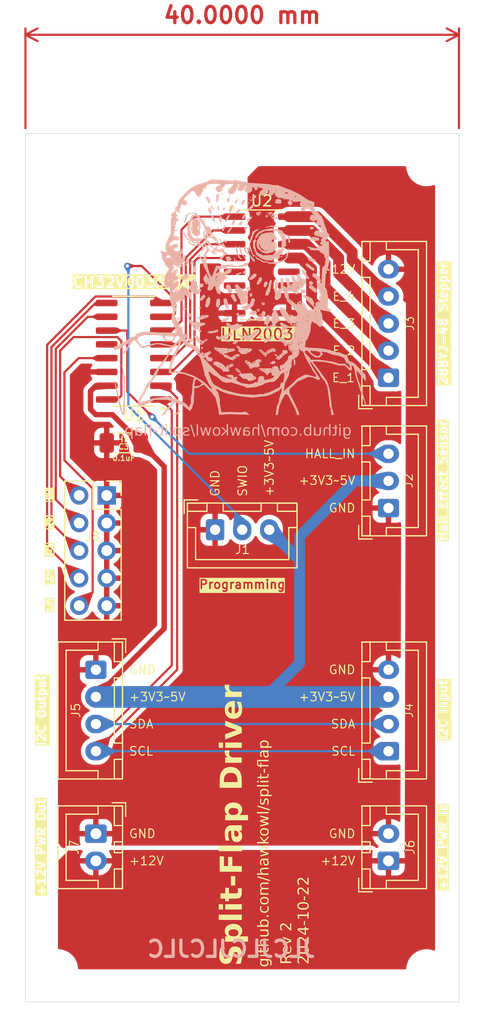
<source format=kicad_pcb>
(kicad_pcb (version 20240108) (generator "pcbnew") (generator_version "8.0")
  (title_block (date "2024-10-22") (rev "2"))
  (layers (0 "F.Cu" signal) (31 "B.Cu" signal) (34 "B.Paste" user) (35 "F.Paste" user) (36 "B.SilkS" user "B.Silkscreen") (37 "F.SilkS" user "F.Silkscreen") (38 "B.Mask" user) (39 "F.Mask" user) (44 "Edge.Cuts" user))
  (net 0 "")
  (net 1 "/HALL_IN")
  (net 2 "GND")
  (net 3 "+12V")
  (net 4 "/SDA")
  (net 5 "/SCL")
  (net 6 "/ID_4")
  (net 7 "/ID_3")
  (net 8 "/ID_1")
  (net 9 "/ID_2")
  (net 10 "/STEP_2")
  (net 11 "/STEP_1")
  (net 12 "/STEP_4")
  (net 13 "/STEP_3")
  (net 14 "/SWIO")
  (net 20 "/E_1")
  (net 21 "/E_4")
  (net 22 "/E_3")
  (net 23 "/E_2")
  (net 24 "+3V3~5V")
  (net 25 "/ID_5")
  (footprint "Package_SO:SOP-16_3.9x9.9mm_P1.27mm" (layer "F.Cu") (at 133.5 47.555 180)
    (property "Reference" "U1")
    (property "Value" "CH32V003AxMx")
  )
  (footprint "Connector_PinSocket_2.54mm:PinSocket_2x05_P2.54mm_Vertical" (layer "F.Cu") (at 131 60.84)
    (property "Reference" "J8")
    (property "Value" "Conn_02x05_Odd_Even")
  )
  (footprint "hawkowl:JST_XH_B3B-XH-A_1x03_P2.50mm_Vertical" (layer "F.Cu") (at 141 64)
    (property "Reference" "J1")
    (property "Value" "Programming")
  )
  (footprint "hawkowl:JST_XH_B5B-XH-A_1x05_P2.50mm_Vertical_LABELLED" (layer "F.Cu") (at 157 50 90)
    (property "Reference" "J3")
    (property "Value" "28BYJ-48 Stepper")
  )
  (footprint "hawkowl:JST_XH_B4B-XH-A_1x04_P2.50mm_Vertical_LABELLED" (layer "F.Cu") (at 130 76.9 -90)
    (property "Reference" "J5")
    (property "Value" "I2C Output")
  )
  (footprint "MountingHole:MountingHole_3.2mm_M3" (layer "F.Cu") (at 126.5 30.5)
    (property "Reference" "H1" (hide yes))
    (property "Value" "MountingHole")
  )
  (footprint "hawkowl:C_1206_3216Metric_Symbol" (layer "F.Cu") (at 132.5625 56)
    (property "Reference" "C3")
    (property "Value" "0.1uF")
  )
  (footprint "MountingHole:MountingHole_3.2mm_M3" (layer "F.Cu") (at 160.5 104.5)
    (property "Reference" "H4" (hide yes))
    (property "Value" "MountingHole")
  )
  (footprint "hawkowl:JST_XH_B4B-XH-A_1x04_P2.50mm_Vertical_LABELLED" (layer "F.Cu") (at 157 84.4 90)
    (property "Reference" "J4")
    (property "Value" "I2C Input")
  )
  (footprint "MountingHole:MountingHole_3.2mm_M3" (layer "F.Cu") (at 126.5 104.5)
    (property "Reference" "H3" (hide yes))
    (property "Value" "MountingHole")
  )
  (footprint "hawkowl:JST_XH_B2B-XH-A_1x02_P2.50mm_Vertical_LABELLED" (layer "F.Cu") (at 130 92 -90)
    (property "Reference" "J7")
    (property "Value" "+12V PWR Out")
  )
  (footprint "Package_SO:SOP-16_3.9x9.9mm_P1.27mm" (layer "F.Cu") (at 145.3 39.6)
    (property "Reference" "U2")
    (property "Value" "ULN2003A")
  )
  (footprint "hawkowl:JST_XH_B3B-XH-A_1x03_P2.50mm_Vertical" (layer "F.Cu") (at 157 62 90)
    (property "Reference" "J2")
    (property "Value" "Hall Effect Sensor")
  )
  (footprint "MountingHole:MountingHole_3.2mm_M3" (layer "F.Cu") (at 160.5 30.5)
    (property "Reference" "H2" (hide yes))
    (property "Value" "MountingHole")
  )
  (footprint "hawkowl:JST_XH_B2B-XH-A_1x02_P2.50mm_Vertical_LABELLED" (layer "F.Cu") (at 157 94.5 90)
    (property "Reference" "J6")
    (property "Value" "+12V PWR In")
  )
  (gr_poly (pts (xy 137.567808 44.444957) (xy 137.483847 44.477174) (xy 137.51921 44.662701) (xy 137.630996 44.678728) (xy 137.742784 44.694756) (xy 137.772829 44.616456) (xy 137.802877 44.538153) (xy 137.795011 44.531625) (xy 137.761747 44.531625) (xy 137.729417 44.583936) (xy 137.697087 44.636247) (xy 137.603747 44.636247) (xy 137.58177 44.600689) (xy 137.670942 44.56647) (xy 137.761747 44.531625) (xy 137.795011 44.531625) (xy 137.72732 44.475446) (xy 137.71009 44.461146) (xy 137.66677 44.461146) (xy 137.623454 44.531232) (xy 137.581147 44.599682) (xy 137.573301 44.586987) (xy 137.542858 44.537727) (xy 137.604814 44.499435) (xy 137.66677 44.461146) (xy 137.71009 44.461146) (xy 137.651767 44.41274)) (stroke (width -0.000001)) (fill solid) (layer "B.SilkS"))
  (gr_poly (pts (xy 140.137494 33.43507) (xy 140.272016 33.664614) (xy 140.406539 33.894158) (xy 140.574058 33.894158) (xy 140.542308 33.735414) (xy 140.454997 33.735414) (xy 140.402079 33.735414) (xy 140.402079 33.682497) (xy 140.454997 33.682497) (xy 140.454997 33.735414) (xy 140.542308 33.735414) (xy 140.541894 33.733344) (xy 140.509729 33.572523) (xy 140.416216 33.443965) (xy 140.322703 33.315406) (xy 140.230099 33.313741) (xy 140.137494 33.312076)) (stroke (width -0.000001)) (fill solid) (layer "B.SilkS"))
  (gr_poly (pts (xy 141.689717 32.694721) (xy 141.654438 32.729998) (xy 141.689717 32.765277) (xy 141.724995 32.800555) (xy 141.724995 32.659442)) (stroke (width -0.000001)) (fill solid) (layer "B.SilkS"))
  (gr_poly (pts (xy 146.075748 41.051145) (xy 146.021526 41.117292) (xy 145.96027 41.355416) (xy 145.899014 41.59354) (xy 145.791408 41.828364) (xy 145.683802 42.06319) (xy 145.655358 42.23847) (xy 145.626914 42.41375) (xy 145.893286 42.41375) (xy 145.988775 42.215311) (xy 146.084264 42.016875) (xy 146.125239 41.752293) (xy 146.166213 41.48771) (xy 146.201899 41.236356) (xy 146.237585 40.985001) (xy 146.12997 40.985001)) (stroke (width -0.000001)) (fill solid) (layer "B.SilkS"))
  (gr_poly (pts (xy 145.307556 43.082165) (xy 145.274141 43.115579) (xy 145.327058 43.214454) (xy 145.379973 43.313329) (xy 145.538323 43.313329) (xy 145.567809 43.236491) (xy 145.597294 43.15965) (xy 145.594162 43.154583) (xy 145.482084 43.154583) (xy 145.429167 43.154583) (xy 145.429167 43.101665) (xy 145.482084 43.101665) (xy 145.482084 43.154583) (xy 145.594162 43.154583) (xy 145.563024 43.104199) (xy 145.528753 43.048748) (xy 145.340973 43.048748)) (stroke (width -0.000001)) (fill solid) (layer "B.SilkS"))
  (gr_poly (pts (xy 141.817599 34.330461) (xy 141.751453 34.352246) (xy 141.734544 34.467165) (xy 141.717634 34.582082) (xy 141.81319 34.582082) (xy 141.848467 34.546803) (xy 141.883746 34.511525) (xy 141.883746 34.308679)) (stroke (width -0.000001)) (fill solid) (layer "B.SilkS"))
  (gr_poly (pts (xy 138.502864 46.371751) (xy 138.444162 46.391318) (xy 138.444162 46.488332) (xy 138.549997 46.594167) (xy 138.65583 46.699999) (xy 138.854536 46.699999) (xy 138.919857 46.621296) (xy 138.985173 46.542595) (xy 138.964349 46.488332) (xy 138.620555 46.488332) (xy 138.479444 46.488332) (xy 138.55 46.417776) (xy 138.620555 46.488332) (xy 138.964349 46.488332) (xy 138.956858 46.46881) (xy 138.928543 46.395026) (xy 138.745055 46.373605) (xy 138.561565 46.352184)) (stroke (width -0.000001)) (fill solid) (layer "B.SilkS"))
  (gr_poly (pts (xy 142.127533 33.501617) (xy 142.095414 33.585321) (xy 142.095414 33.788332) (xy 142.294738 33.788332) (xy 142.323746 33.677395) (xy 142.350088 33.576665) (xy 142.254163 33.576665) (xy 142.201245 33.576665) (xy 142.201245 33.523748) (xy 142.254163 33.523748) (xy 142.254163 33.576665) (xy 142.350088 33.576665) (xy 142.352758 33.566456) (xy 142.324256 33.492185) (xy 142.295756 33.417914) (xy 142.159652 33.417914)) (stroke (width -0.000001)) (fill solid) (layer "B.SilkS"))
  (gr_poly (pts (xy 139.079168 46.259317) (xy 139.350718 46.598719) (xy 139.622268 46.938119) (xy 139.707906 46.946278) (xy 139.793542 46.954438) (xy 139.932945 46.803468) (xy 139.978501 46.754127) (xy 139.825497 46.754127) (xy 139.793168 46.806438) (xy 139.760837 46.858747) (xy 139.661251 46.858747) (xy 139.66125 46.837951) (xy 139.66125 46.817152) (xy 139.743373 46.78564) (xy 139.825497 46.754127) (xy 139.978501 46.754127) (xy 140.061051 46.664722) (xy 139.762428 46.664722) (xy 139.707922 46.752914) (xy 139.667497 46.752914) (xy 139.640242 46.708818) (xy 139.612989 46.664722) (xy 139.762428 46.664722) (xy 140.061051 46.664722) (xy 140.072349 46.652486) (xy 140.06753 46.647082) (xy 139.555416 46.647082) (xy 139.502501 46.647082) (xy 139.502501 46.594167) (xy 139.555416 46.594167) (xy 139.555416 46.647082) (xy 140.06753 46.647082) (xy 140.038779 46.614839) (xy 140.005207 46.577195) (xy 140.073672 46.616693) (xy 140.142136 46.656189) (xy 140.280629 46.541249) (xy 140.190417 46.541249) (xy 140.1375 46.541249) (xy 140.1375 46.488332) (xy 140.190417 46.488332) (xy 140.190417 46.541249) (xy 140.280629 46.541249) (xy 140.296249 46.528285) (xy 140.296249 46.43541) (xy 140.12994 46.43541) (xy 140.050566 46.514786) (xy 139.971191 46.594162) (xy 139.753401 46.594162) (xy 139.621995 46.453054) (xy 139.34375 46.453054) (xy 139.273195 46.382499) (xy 139.308473 46.347219) (xy 139.34375 46.311942) (xy 139.34375 46.453054) (xy 139.621995 46.453054) (xy 139.605567 46.435414) (xy 139.502501 46.435414) (xy 139.449583 46.435414) (xy 139.449583 46.382497) (xy 139.502501 46.382497) (xy 139.502501 46.435414) (xy 139.605567 46.435414) (xy 139.531649 46.356038) (xy 139.474157 46.294302) (xy 139.290833 46.294302) (xy 139.255555 46.259024) (xy 139.220278 46.223746) (xy 139.255555 46.188469) (xy 139.290833 46.153191) (xy 139.290833 46.294302) (xy 139.474157 46.294302) (xy 139.309896 46.117914) (xy 139.079168 46.117914)) (stroke (width -0.000001)) (fill solid) (layer "B.SilkS"))
  (gr_poly (pts (xy 145.147716 40.7505) (xy 145.068454 40.780916) (xy 144.957733 41.038293) (xy 144.847013 41.295673) (xy 144.847013 41.408343) (xy 144.985534 41.408343) (xy 145.083107 41.337) (xy 145.18068 41.265653) (xy 145.137962 41.196531) (xy 145.095243 41.127411) (xy 145.15368 41.163528) (xy 145.212118 41.199644) (xy 145.267691 41.095807) (xy 145.323261 40.99197) (xy 145.323261 40.779591) (xy 145.27512 40.749838) (xy 145.226979 40.720084)) (stroke (width -0.000001)) (fill solid) (layer "B.SilkS"))
  (gr_poly (pts (xy 139.96137 44.235944) (xy 139.66125 44.273442) (xy 139.66125 44.410025) (xy 139.528957 44.395505) (xy 139.396666 44.380984) (xy 139.396666 44.509248) (xy 139.460164 44.572746) (xy 139.523665 44.636247) (xy 139.658603 44.633517) (xy 139.79354 44.630786) (xy 139.917373 44.58333) (xy 139.608333 44.58333) (xy 139.555416 44.58333) (xy 139.555416 44.530412) (xy 139.608333 44.530412) (xy 139.608333 44.58333) (xy 139.917373 44.58333) (xy 140.102042 44.512559) (xy 140.410543 44.394333) (xy 140.410479 44.371662) (xy 140.190417 44.371662) (xy 140.1375 44.371662) (xy 140.031666 44.371662) (xy 139.978751 44.371662) (xy 139.978751 44.318745) (xy 140.031666 44.318745) (xy 140.031666 44.371662) (xy 140.1375 44.371662) (xy 140.1375 44.318745) (xy 140.190417 44.318745) (xy 140.190417 44.371662) (xy 140.410479 44.371662) (xy 140.410399 44.343311) (xy 140.410255 44.292286) (xy 140.335873 44.245367) (xy 140.261491 44.198447)) (stroke (width -0.000001)) (fill solid) (layer "B.SilkS"))
  (gr_poly (pts (xy 140.410662 31.847486) (xy 140.14273 31.982062) (xy 139.733889 32.096783) (xy 139.325048 32.211502) (xy 139.241788 32.251025) (xy 139.158528 32.290549) (xy 139.019661 32.364701) (xy 138.880796 32.438853) (xy 138.704982 32.571144) (xy 138.529171 32.703437) (xy 138.141688 33.096887) (xy 137.754207 33.490338) (xy 137.675847 33.647412) (xy 137.59749 33.804488) (xy 137.59749 33.994914) (xy 137.536078 34.129697) (xy 137.474669 34.264477) (xy 137.332909 34.264477) (xy 137.332909 34.594204) (xy 137.122917 34.786528) (xy 136.912922 34.978852) (xy 136.95844 35.052085) (xy 137.003955 35.125318) (xy 136.956765 35.28986) (xy 136.909574 35.454402) (xy 136.909574 36.682384) (xy 136.835478 36.836034) (xy 136.761382 36.989685) (xy 136.597351 37.36897) (xy 136.433321 37.748257) (xy 136.433321 38.187266) (xy 136.488099 38.289622) (xy 136.542878 38.391975) (xy 136.248114 38.390474) (xy 136.170514 38.341395) (xy 136.092914 38.292316) (xy 136.026953 38.347057) (xy 135.960994 38.401799) (xy 136.032009 38.516009) (xy 136.103026 38.630218) (xy 136.107661 38.824569) (xy 136.112296 39.018919) (xy 136.302458 39.377369) (xy 136.49262 39.735818) (xy 136.621993 39.865189) (xy 136.751364 39.99456) (xy 136.70526 40.053223) (xy 136.659156 40.111885) (xy 136.520454 40.363918) (xy 136.381749 40.615954) (xy 136.347577 40.972462) (xy 136.313405 41.328971) (xy 136.322091 41.484949) (xy 136.330777 41.640928) (xy 136.349617 41.659767) (xy 136.368456 41.678606) (xy 136.46704 41.685445) (xy 136.565626 41.692284) (xy 136.697918 41.658412) (xy 136.830209 41.62454) (xy 136.808731 42.852445) (xy 136.88561 43.036443) (xy 136.962489 43.220441) (xy 136.962489 43.376731) (xy 137.047992 43.556916) (xy 137.133496 43.737101) (xy 137.10459 43.855952) (xy 137.075685 43.974806) (xy 137.023637 44.177769) (xy 136.971589 44.380735) (xy 136.99502 44.569633) (xy 137.018448 44.75853) (xy 137.176191 45.152474) (xy 137.333934 45.546419) (xy 137.346653 45.713111) (xy 137.359372 45.879806) (xy 137.279996 45.859408) (xy 137.20062 45.83901) (xy 136.512704 45.8283) (xy 135.824788 45.817605) (xy 135.148014 45.777248) (xy 134.471241 45.736892) (xy 133.792276 45.920679) (xy 133.559998 46.223765) (xy 133.30517 46.223765) (xy 132.970831 46.457455) (xy 132.636492 46.691146) (xy 132.405012 46.808524) (xy 132.173532 46.925899) (xy 132.141157 46.976228) (xy 132.108782 47.026556) (xy 132.08824 47.013567) (xy 132.067698 47.000578) (xy 131.670821 47.131558) (xy 131.670821 47.487492) (xy 131.961863 47.33567) (xy 132.129432 47.335371) (xy 132.297 47.335071) (xy 132.314638 47.28409) (xy 132.332278 47.233108) (xy 132.676235 47.024794) (xy 133.020194 46.816482) (xy 133.037113 46.832522) (xy 133.054034 46.848564) (xy 132.947501 47.057387) (xy 132.840968 47.266207) (xy 132.46828 47.754453) (xy 132.523639 47.788669) (xy 132.578999 47.822882) (xy 132.73284 47.675491) (xy 132.88668 47.528103) (xy 132.920564 47.421345) (xy 132.954448 47.314588) (xy 133.13284 47.060788) (xy 133.311233 46.806985) (xy 133.311233 46.752985) (xy 133.417066 46.64715) (xy 133.522901 46.541318) (xy 133.61292 46.541318) (xy 133.845723 46.83427) (xy 134.078525 47.127225) (xy 134.308506 47.279253) (xy 134.59039 47.182388) (xy 134.872276 47.085523) (xy 135.278047 46.989974) (xy 135.68382 46.894425) (xy 136.323153 47.018905) (xy 136.962484 47.143382) (xy 136.962484 47.335066) (xy 136.858174 47.335066) (xy 136.700953 47.646519) (xy 136.543734 47.957973) (xy 136.380609 48.188917) (xy 136.217485 48.419861) (xy 135.955619 48.763818) (xy 135.693753 49.107777) (xy 135.550922 49.319444) (xy 135.408088 49.531112) (xy 135.236036 49.883025) (xy 135.06398 50.234937) (xy 134.968129 50.306589) (xy 134.872276 50.37824) (xy 134.762646 50.536761) (xy 134.653014 50.69528) (xy 134.453713 51.118616) (xy 134.254412 51.541949) (xy 134.135359 51.700699) (xy 134.016304 51.859449) (xy 133.923776 52.103963) (xy 133.831248 52.348478) (xy 133.849055 52.474381) (xy 133.86686 52.600285) (xy 134.396025 52.56565) (xy 134.660608 52.436238) (xy 134.925191 52.306828) (xy 135.158964 52.166881) (xy 135.392737 52.026936) (xy 135.948936 52.034015) (xy 136.505135 52.04108) (xy 136.786724 52.099539) (xy 137.068315 52.157998) (xy 137.068315 52.207132) (xy 136.976783 52.350792) (xy 136.88525 52.494452) (xy 136.606365 52.779206) (xy 136.327481 53.063958) (xy 136.327481 53.170054) (xy 136.181961 53.295209) (xy 136.03644 53.420364) (xy 136.17376 53.420428) (xy 136.31108 53.420492) (xy 136.398657 53.323721) (xy 136.486234 53.226949) (xy 136.486234 53.154007) (xy 136.803734 52.825488) (xy 137.121234 52.49697) (xy 137.121234 52.365882) (xy 137.22457 52.31058) (xy 137.327906 52.255275) (xy 137.581756 52.369377) (xy 137.835609 52.483479) (xy 137.9679 52.540917) (xy 138.100192 52.598353) (xy 138.382964 52.834879) (xy 138.665736 53.071403) (xy 138.766483 52.941678) (xy 138.86723 52.811952) (xy 138.950817 52.547369) (xy 139.034405 52.282787) (xy 139.06025 51.674245) (xy 139.086094 51.065703) (xy 139.107421 50.999558) (xy 139.12875 50.933411) (xy 139.378719 50.933411) (xy 139.639042 50.801342) (xy 139.899364 50.669273) (xy 139.953701 50.669122) (xy 140.008038 50.66897) (xy 140.355012 51.026159) (xy 140.701986 51.383347) (xy 140.867396 51.599936) (xy 141.032807 51.816524) (xy 141.084351 52.023269) (xy 141.135897 52.230013) (xy 141.213508 52.547514) (xy 141.291118 52.865012) (xy 141.327938 53.143751) (xy 141.364759 53.422488) (xy 141.849145 53.382605) (xy 142.333532 53.342722) (xy 142.703947 53.367593) (xy 143.444781 53.390025) (xy 144.185615 53.412458) (xy 144.003583 53.258787) (xy 143.821549 53.105115) (xy 143.606707 53.143819) (xy 143.391864 53.182526) (xy 143.061136 53.17186) (xy 142.730407 53.16121) (xy 142.584887 53.151414) (xy 142.439366 53.141618) (xy 142.028499 53.156902) (xy 141.617631 53.172185) (xy 141.58672 53.141272) (xy 141.555809 53.110361) (xy 141.48681 52.643738) (xy 141.417813 52.177114) (xy 141.440802 52.139742) (xy 141.463792 52.102368) (xy 141.385135 51.763206) (xy 141.306477 51.424045) (xy 141.189213 51.225295) (xy 141.071949 51.026548) (xy 141.200032 51.065913) (xy 141.328115 51.105276) (xy 141.381032 51.146878) (xy 141.433947 51.188477) (xy 141.777906 51.325305) (xy 142.121865 51.462131) (xy 142.386447 51.518653) (xy 142.651031 51.575175) (xy 143.021449 51.645303) (xy 143.391864 51.71543) (xy 143.894574 51.771254) (xy 144.397282 51.827081) (xy 145.085199 51.753495) (xy 145.773116 51.679912) (xy 145.987578 51.603813) (xy 146.202041 51.527714) (xy 146.543202 51.357342) (xy 146.884365 51.186969) (xy 147.02149 51.058415) (xy 147.158614 50.929861) (xy 147.145518 51.077238) (xy 147.132423 51.224615) (xy 147.017422 51.595033) (xy 146.902422 51.965449) (xy 146.890392 52.09774) (xy 146.878362 52.230032) (xy 146.788796 52.426678) (xy 146.699228 52.623324) (xy 146.647322 52.982304) (xy 146.595415 53.341283) (xy 146.594364 53.380971) (xy 146.593314 53.420659) (xy 146.790011 53.420659) (xy 146.859045 53.017078) (xy 146.928082 52.613498) (xy 147.041138 52.342392) (xy 147.154194 52.071286) (xy 147.310317 51.794236) (xy 147.466439 51.517184) (xy 147.522472 51.516433) (xy 147.578503 51.515682) (xy 147.66378 51.581827) (xy 147.749055 51.647971) (xy 148.067419 52.272464) (xy 148.385783 52.896957) (xy 148.472761 53.158818) (xy 148.559737 53.420679) (xy 148.774371 53.420679) (xy 148.738053 53.275159) (xy 148.701734 53.129638) (xy 148.550282 52.785681) (xy 148.39883 52.441722) (xy 148.131072 51.917301) (xy 147.863315 51.392878) (xy 147.863315 51.04934) (xy 148.233587 50.706525) (xy 148.60386 50.363711) (xy 148.802442 50.27466) (xy 149.001025 50.185609) (xy 149.133316 50.128851) (xy 149.265609 50.072092) (xy 149.428836 49.992817) (xy 149.592064 49.913541) (xy 149.832099 49.949538) (xy 150.072133 49.985534) (xy 150.275373 50.089151) (xy 150.478611 50.192766) (xy 150.608738 50.192766) (xy 150.640766 50.140945) (xy 150.672795 50.089121) (xy 150.610272 49.972298) (xy 150.547751 49.855474) (xy 150.530273 49.835099) (xy 150.348604 49.835099) (xy 150.29737 49.917995) (xy 150.125443 49.873826) (xy 149.953516 49.829656) (xy 149.73571 49.772962) (xy 149.517903 49.716266) (xy 149.260685 49.716266) (xy 148.936836 49.889296) (xy 148.612987 50.062326) (xy 147.887945 50.748143) (xy 147.630051 50.97304) (xy 147.372156 51.197935) (xy 147.33207 51.197935) (xy 147.353193 51.078868) (xy 147.37429 50.959806) (xy 147.41363 50.721682) (xy 147.45297 50.483558) (xy 147.630466 50.130125) (xy 147.807963 49.776693) (xy 147.839011 49.575153) (xy 147.651675 49.575153) (xy 147.619706 49.543183) (xy 147.587734 49.511213) (xy 147.589475 49.50686) (xy 147.38708 49.50686) (xy 147.38261 49.954383) (xy 147.314508 50.245425) (xy 147.246405 50.536466) (xy 147.221022 50.460951) (xy 147.19564 50.385436) (xy 147.141963 50.41861) (xy 147.088285 50.451784) (xy 147.018949 50.661875) (xy 146.949613 50.871966) (xy 146.467207 51.109124) (xy 145.984803 51.346282) (xy 145.799595 51.384048) (xy 145.614385 51.421813) (xy 145.56147 51.459464) (xy 145.508552 51.497115) (xy 145.194225 51.507511) (xy 144.879898 51.517907) (xy 144.850267 51.54828) (xy 144.820635 51.578652) (xy 144.159177 51.545407) (xy 143.497719 51.51216) (xy 143.206665 51.459517) (xy 142.915623 51.406879) (xy 142.545208 51.310588) (xy 142.148331 51.192187) (xy 141.751457 51.073787) (xy 141.583821 50.986258) (xy 140.732136 50.986258) (xy 140.577857 50.986258) (xy 140.339894 50.734911) (xy 140.119307 50.501914) (xy 139.790874 50.501914) (xy 139.694107 50.608841) (xy 139.597338 50.715768) (xy 139.370264 50.760184) (xy 139.218573 50.767385) (xy 139.066879 50.774586) (xy 139.098728 50.655535) (xy 139.130636 50.536473) (xy 139.131387 50.427525) (xy 139.132138 50.318575) (xy 139.205098 50.218797) (xy 139.278059 50.11902) (xy 139.403537 50.206226) (xy 139.529014 50.293435) (xy 139.659945 50.397675) (xy 139.790874 50.501914) (xy 140.119307 50.501914) (xy 140.101926 50.483556) (xy 139.868358 50.318845) (xy 139.63479 50.154135) (xy 139.345698 49.994737) (xy 139.085137 49.994737) (xy 139.049564 50.080387) (xy 139.013993 50.166037) (xy 138.969579 50.352681) (xy 138.925164 50.539327) (xy 138.896394 50.98778) (xy 138.867626 51.436233) (xy 138.814637 51.620993) (xy 138.761649 51.805753) (xy 138.761649 52.408747) (xy 138.708731 52.441452) (xy 138.655814 52.474157) (xy 138.655814 52.679576) (xy 138.569782 52.679576) (xy 138.414378 52.513536) (xy 138.258958 52.347473) (xy 137.72979 52.095831) (xy 137.200622 51.844187) (xy 136.843035 51.779574) (xy 136.485447 51.71496) (xy 136.366785 51.747668) (xy 136.248121 51.780373) (xy 135.762846 51.832278) (xy 135.277571 51.884184) (xy 134.969097 51.994945) (xy 134.660622 52.105705) (xy 134.581246 52.13641) (xy 134.501872 52.167117) (xy 134.436968 52.156737) (xy 134.372064 52.146357) (xy 134.23853 52.233852) (xy 134.104995 52.321346) (xy 134.108026 52.222657) (xy 134.111056 52.123965) (xy 134.264943 51.859383) (xy 134.418827 51.5948) (xy 134.528296 51.361304) (xy 134.637766 51.12781) (xy 134.812831 50.885053) (xy 134.987896 50.642299) (xy 135.234443 50.285232) (xy 135.480989 49.928165) (xy 135.707637 49.491481) (xy 135.934288 49.054797) (xy 136.210113 48.703947) (xy 136.485941 48.353096) (xy 136.552449 48.227696) (xy 136.618956 48.102299) (xy 136.8771 47.670932) (xy 137.135242 47.239563) (xy 137.248793 47.178793) (xy 137.362341 47.118022) (xy 137.431433 46.961932) (xy 137.500526 46.805841) (xy 137.640602 46.805841) (xy 137.456498 47.242403) (xy 137.272395 47.678966) (xy 137.196816 47.762508) (xy 137.121237 47.846049) (xy 137.121237 47.974223) (xy 136.922096 48.366879) (xy 136.854173 48.68438) (xy 136.78625 49.001878) (xy 136.745532 49.056054) (xy 136.704814 49.110228) (xy 136.72314 49.347095) (xy 136.741469 49.583963) (xy 137.023955 49.574302) (xy 137.306443 49.564641) (xy 138.155664 49.66409) (xy 138.524804 49.801291) (xy 138.893943 49.938492) (xy 138.98954 49.966615) (xy 139.085137 49.994737) (xy 139.345698 49.994737) (xy 139.28894 49.963442) (xy 138.94309 49.772752) (xy 138.548107 49.642092) (xy 138.153123 49.511433) (xy 137.994373 49.486521) (xy 137.835623 49.461612) (xy 137.575805 49.401608) (xy 137.315988 49.341605) (xy 137.205914 49.451678) (xy 136.947422 49.451678) (xy 136.979822 49.147408) (xy 137.012223 48.843137) (xy 137.227768 48.317107) (xy 137.443315 47.791077) (xy 137.563677 47.549815) (xy 137.684039 47.308553) (xy 137.785628 46.951364) (xy 137.887215 46.594176) (xy 137.964188 46.594176) (xy 138.025002 46.707809) (xy 138.085816 46.821442) (xy 138.428543 47.164169) (xy 138.555415 47.200694) (xy 138.682284 47.237217) (xy 138.909653 47.352258) (xy 139.137022 47.467298) (xy 139.394262 47.845345) (xy 139.651504 48.223393) (xy 139.841581 48.919194) (xy 140.031657 49.614995) (xy 140.031657 49.727122) (xy 140.238713 50.168967) (xy 140.445769 50.610812) (xy 140.588952 50.798536) (xy 140.732136 50.986258) (xy 141.583821 50.986258) (xy 141.354583 50.866564) (xy 140.957706 50.659341) (xy 140.84714 50.54499) (xy 140.736572 50.430638) (xy 140.561407 49.966717) (xy 140.386243 49.502797) (xy 140.455038 49.434) (xy 140.653455 49.593416) (xy 140.851871 49.752832) (xy 141.029901 49.84487) (xy 141.207931 49.936906) (xy 141.426775 50.136745) (xy 141.645621 50.336584) (xy 141.84783 50.402188) (xy 142.05004 50.467792) (xy 142.244705 50.441613) (xy 142.439369 50.415431) (xy 143.111927 50.623077) (xy 143.784484 50.830721) (xy 143.81677 50.882961) (xy 143.849058 50.935201) (xy 144.281922 50.901551) (xy 144.714788 50.867901) (xy 145.058746 50.761391) (xy 145.402705 50.654878) (xy 145.48208 50.587367) (xy 145.561454 50.519854) (xy 145.77312 50.466849) (xy 145.984788 50.413845) (xy 146.23361 50.379689) (xy 146.482433 50.345533) (xy 146.630486 50.20003) (xy 146.778537 50.054528) (xy 146.958261 49.837443) (xy 147.137984 49.620355) (xy 147.262532 49.563609) (xy 147.38708 49.50686) (xy 147.589475 49.50686) (xy 147.611544 49.451681) (xy 146.117077 49.451681) (xy 146.064159 49.451681) (xy 146.064159 49.398763) (xy 146.117077 49.398763) (xy 146.117077 49.451681) (xy 147.611544 49.451681) (xy 147.615512 49.441759) (xy 147.643304 49.372307) (xy 147.64749 49.473731) (xy 147.651675 49.575153) (xy 147.839011 49.575153) (xy 147.843188 49.548042) (xy 147.878414 49.319392) (xy 147.964165 49.134178) (xy 147.340403 49.134178) (xy 147.307698 49.187096) (xy 147.274993 49.240011) (xy 147.228322 49.240011) (xy 147.228324 49.187096) (xy 147.228324 49.134178) (xy 147.340403 49.134178) (xy 147.964165 49.134178) (xy 147.982756 49.094025) (xy 148.087097 48.868659) (xy 148.059209 48.762016) (xy 148.031321 48.655373) (xy 148.082105 48.471446) (xy 148.132891 48.287517) (xy 148.233749 48.287517) (xy 148.242794 48.406579) (xy 148.251839 48.525641) (xy 148.261755 48.631476) (xy 148.27167 48.737311) (xy 148.279154 48.80658) (xy 148.286639 48.875848) (xy 148.339556 48.843143) (xy 148.392474 48.810438) (xy 148.392474 48.361601) (xy 148.333874 48.303003) (xy 148.275277 48.244405) (xy 148.398929 48.178228) (xy 148.52258 48.112051) (xy 148.581461 48.053169) (xy 148.640341 47.994289) (xy 148.701616 47.879798) (xy 148.76289 47.765307) (xy 148.76289 47.670149) (xy 148.127911 47.670149) (xy 148.092633 47.634872) (xy 148.057354 47.599594) (xy 148.092633 47.564317) (xy 148.127911 47.529039) (xy 148.127911 47.670149) (xy 148.76289 47.670149) (xy 148.76289 47.546679) (xy 148.233744 47.546679) (xy 148.180827 47.546679) (xy 148.180827 47.493761) (xy 148.134155 47.493761) (xy 148.08124 47.493761) (xy 148.048535 47.440844) (xy 148.01583 47.387926) (xy 148.068748 47.387926) (xy 148.101453 47.440844) (xy 148.134155 47.493761) (xy 148.180827 47.493761) (xy 148.233744 47.493761) (xy 148.233744 47.546679) (xy 148.76289 47.546679) (xy 148.76289 47.352649) (xy 147.863327 47.352649) (xy 147.828049 47.317371) (xy 147.792771 47.282094) (xy 147.828049 47.246816) (xy 147.863327 47.211539) (xy 147.863327 47.352649) (xy 148.76289 47.352649) (xy 148.76289 47.311466) (xy 148.927642 47.546683) (xy 149.084817 47.546683) (xy 149.23624 47.884177) (xy 149.387663 48.22167) (xy 149.740112 48.849905) (xy 150.092563 49.478139) (xy 150.220583 49.656619) (xy 150.348604 49.835099) (xy 150.530273 49.835099) (xy 150.4995 49.799224) (xy 150.451249 49.742974) (xy 150.269911 49.462635) (xy 150.088573 49.182296) (xy 149.928446 48.890522) (xy 149.768318 48.598746) (xy 149.768318 48.552347) (xy 149.853778 48.552347) (xy 150.034546 48.803703) (xy 150.215312 49.055056) (xy 150.414599 49.334434) (xy 150.613886 49.613814) (xy 150.690791 49.757769) (xy 150.767694 49.901724) (xy 150.930738 50.086933) (xy 151.09378 50.272142) (xy 151.341655 50.801308) (xy 151.375642 51.012975) (xy 151.409631 51.224643) (xy 151.460799 51.574013) (xy 151.511967 51.923383) (xy 151.539327 52.279566) (xy 151.566685 52.63575) (xy 151.598535 52.687283) (xy 151.630383 52.738815) (xy 151.649098 52.854854) (xy 151.667814 52.970895) (xy 151.703991 53.195789) (xy 151.740168 53.420686) (xy 151.981124 53.420686) (xy 151.880381 53.089703) (xy 151.779631 52.758973) (xy 151.700756 52.044598) (xy 151.621882 51.330224) (xy 151.566499 51.0921) (xy 151.511117 50.853976) (xy 151.425739 50.592133) (xy 151.34036 50.330292) (xy 150.939896 49.771925) (xy 150.53943 49.213559) (xy 150.286173 48.888975) (xy 150.032916 48.564393) (xy 150.032916 48.483792) (xy 150.548853 48.512672) (xy 151.06479 48.54155) (xy 151.408749 48.607521) (xy 151.752706 48.673492) (xy 152.08901 48.771545) (xy 152.425313 48.869598) (xy 152.947865 48.869598) (xy 153.20975 49.114561) (xy 153.471634 49.359524) (xy 153.641599 49.218468) (xy 153.61932 49.081181) (xy 153.479621 49.081181) (xy 153.409938 49.081181) (xy 153.193566 48.896052) (xy 152.977192 48.710843) (xy 152.478224 48.710843) (xy 152.141921 48.608093) (xy 151.805617 48.505346) (xy 151.22746 48.420547) (xy 150.649303 48.335749) (xy 150.235273 48.33485) (xy 149.821241 48.33395) (xy 149.821241 48.251129) (xy 149.286611 47.693518) (xy 149.30318 47.607484) (xy 149.319748 47.521449) (xy 149.401189 47.505766) (xy 149.48263 47.490083) (xy 149.713295 47.70951) (xy 149.943961 47.928937) (xy 150.107497 48.028661) (xy 150.271033 48.128382) (xy 150.459569 48.128533) (xy 150.648107 48.128684) (xy 150.790298 47.980268) (xy 150.93249 47.831852) (xy 150.93249 47.705349) (xy 150.826657 47.705349) (xy 150.826657 47.665352) (xy 150.720826 47.665352) (xy 150.720826 47.858176) (xy 150.610379 47.935535) (xy 150.499934 48.012895) (xy 150.340361 47.96713) (xy 150.180788 47.921365) (xy 150.001015 47.784245) (xy 149.821242 47.647124) (xy 149.821242 47.501408) (xy 150.125514 47.528316) (xy 150.429784 47.555223) (xy 150.720826 47.665352) (xy 150.826657 47.665352) (xy 150.826657 47.590215) (xy 151.051553 47.624551) (xy 151.276448 47.658888) (xy 151.435198 47.713918) (xy 151.593948 47.768948) (xy 151.699782 47.81377) (xy 151.805614 47.858592) (xy 152.123115 47.919308) (xy 152.440615 47.980021) (xy 152.888476 48.174795) (xy 153.123162 48.65785) (xy 153.244421 48.65785) (xy 153.325738 48.750453) (xy 153.407055 48.843056) (xy 153.443338 48.962118) (xy 153.479621 49.081181) (xy 153.61932 49.081181) (xy 153.613292 49.044033) (xy 153.584985 48.8696) (xy 153.671206 48.8696) (xy 153.804563 49.030284) (xy 153.847611 49.227754) (xy 153.890658 49.425224) (xy 153.945011 49.678974) (xy 153.999363 49.932724) (xy 154.295447 50.84314) (xy 154.59153 51.753557) (xy 154.660991 51.938766) (xy 154.730452 52.123975) (xy 154.891129 52.65314) (xy 154.901248 52.381306) (xy 154.819531 52.09389) (xy 154.737814 51.806474) (xy 154.525127 51.118558) (xy 154.31244 50.43064) (xy 154.268226 50.324808) (xy 154.224012 50.218973) (xy 154.168947 50.060223) (xy 154.113881 49.901472) (xy 154.043598 49.319389) (xy 154.238017 49.531057) (xy 154.432437 49.742725) (xy 154.624508 49.980849) (xy 154.816579 50.218973) (xy 154.858913 50.269244) (xy 154.901248 50.319516) (xy 154.896481 49.742725) (xy 154.382926 49.208338) (xy 153.869372 48.673949) (xy 153.61587 48.549657) (xy 153.362369 48.425365) (xy 153.26397 48.202917) (xy 153.165571 47.980472) (xy 152.821989 47.816494) (xy 152.478407 47.652516) (xy 152.204724 47.652516) (xy 151.819964 47.524184) (xy 151.435205 47.395853) (xy 151.117704 47.34025) (xy 150.800204 47.28465) (xy 150.218122 47.256624) (xy 149.636038 47.228597) (xy 149.463043 47.196352) (xy 149.355252 47.176261) (xy 147.916243 47.176261) (xy 147.863327 47.176261) (xy 147.863327 47.123344) (xy 147.916243 47.123344) (xy 147.916243 47.176261) (xy 149.355252 47.176261) (xy 149.290047 47.164107) (xy 149.298498 47.096887) (xy 148.013729 47.096887) (xy 147.987376 47.03175) (xy 147.961021 46.96661) (xy 147.961545 46.964598) (xy 147.922489 46.964598) (xy 147.869574 46.964598) (xy 147.836869 46.911681) (xy 147.804164 46.858763) (xy 147.857081 46.858763) (xy 147.889786 46.911681) (xy 147.922489 46.964598) (xy 147.961545 46.964598) (xy 147.985406 46.872997) (xy 148.009799 46.779387) (xy 148.013729 47.096887) (xy 149.298498 47.096887) (xy 149.31618 46.956242) (xy 148.842285 46.956242) (xy 148.74086 46.960426) (xy 148.639436 46.964609) (xy 148.671408 46.932626) (xy 148.703378 46.900655) (xy 148.772831 46.928448) (xy 148.842285 46.956242) (xy 149.31618 46.956242) (xy 149.32421 46.892374) (xy 149.326218 46.876403) (xy 148.709993 46.876403) (xy 148.674716 46.841125) (xy 148.657075 46.823486) (xy 148.12791 46.823486) (xy 148.092632 46.788208) (xy 148.057355 46.752933) (xy 147.387077 46.752933) (xy 147.334159 46.752933) (xy 147.334159 46.700015) (xy 147.387077 46.700015) (xy 147.387077 46.752933) (xy 148.057355 46.752933) (xy 148.057353 46.75293) (xy 148.092632 46.717653) (xy 148.12791 46.682375) (xy 148.12791 46.823486) (xy 148.657075 46.823486) (xy 148.639437 46.805848) (xy 148.674716 46.77057) (xy 148.709993 46.735293) (xy 148.709993 46.876403) (xy 149.326218 46.876403) (xy 149.328436 46.858763) (xy 148.974577 46.858763) (xy 148.92166 46.858763) (xy 148.92166 46.805848) (xy 148.974577 46.805848) (xy 148.974577 46.858763) (xy 149.328436 46.858763) (xy 149.341741 46.752933) (xy 148.92166 46.752933) (xy 148.868742 46.752933) (xy 148.868742 46.700015) (xy 148.92166 46.700015) (xy 148.92166 46.752933) (xy 149.341741 46.752933) (xy 149.348394 46.700015) (xy 149.08041 46.700015) (xy 149.027493 46.700015) (xy 149.027493 46.647098) (xy 148.498326 46.647098) (xy 148.445408 46.647098) (xy 147.334159 46.647098) (xy 147.281242 46.647098) (xy 147.281242 46.594183) (xy 147.334159 46.594183) (xy 147.334159 46.647098) (xy 148.445408 46.647098) (xy 148.445408 46.594183) (xy 148.12791 46.594183) (xy 148.074993 46.594183) (xy 148.074993 46.541265) (xy 148.12791 46.541265) (xy 148.12791 46.594183) (xy 148.445408 46.594183) (xy 148.498326 46.594183) (xy 148.498326 46.647098) (xy 149.027493 46.647098) (xy 149.08041 46.647098) (xy 149.08041 46.700015) (xy 149.348394 46.700015) (xy 149.358374 46.620641) (xy 149.366219 46.611822) (xy 149.13334 46.611822) (xy 149.115697 46.59418) (xy 148.357215 46.59418) (xy 148.216105 46.59418) (xy 148.251381 46.558903) (xy 148.286659 46.523625) (xy 148.321937 46.558903) (xy 148.357215 46.59418) (xy 149.115697 46.59418) (xy 149.101369 46.579852) (xy 149.0694 46.547882) (xy 149.09321 46.488348) (xy 148.921661 46.488348) (xy 148.868743 46.488348) (xy 148.868743 46.43543) (xy 148.921661 46.43543) (xy 148.921661 46.488348) (xy 149.09321 46.488348) (xy 149.097178 46.478426) (xy 149.12497 46.408974) (xy 149.129155 46.510398) (xy 149.13334 46.611822) (xy 149.366219 46.611822) (xy 149.45252 46.514809) (xy 149.546667 46.408974) (xy 149.55573 46.382513) (xy 149.027495 46.382513) (xy 148.974577 46.382513) (xy 148.974577 46.330811) (xy 148.292157 46.330811) (xy 148.259827 46.383121) (xy 148.227498 46.43543) (xy 148.127911 46.43543) (xy 148.127911 46.393835) (xy 148.210033 46.362323) (xy 148.292157 46.330811) (xy 148.974577 46.330811) (xy 148.974577 46.329597) (xy 148.498328 46.329597) (xy 148.445411 46.329597) (xy 148.445411 46.27668) (xy 148.498328 46.27668) (xy 148.498328 46.329597) (xy 148.974577 46.329597) (xy 149.027495 46.329597) (xy 149.027495 46.382513) (xy 149.55573 46.382513) (xy 149.604059 46.241402) (xy 148.286676 46.241402) (xy 148.254705 46.209432) (xy 148.222734 46.177462) (xy 148.250513 46.108008) (xy 148.278306 46.038556) (xy 148.282491 46.13998) (xy 148.286676 46.241402) (xy 149.604059 46.241402) (xy 149.610101 46.223762) (xy 149.080412 46.223762) (xy 149.027495 46.223762) (xy 148.445412 46.223762) (xy 148.392494 46.223762) (xy 148.392494 46.170845) (xy 148.445412 46.170845) (xy 148.445412 46.223762) (xy 149.027495 46.223762) (xy 149.027495 46.170845) (xy 149.080412 46.170845) (xy 149.080412 46.223762) (xy 149.610101 46.223762) (xy 149.664472 46.065012) (xy 149.133329 46.065012) (xy 149.080413 46.065012) (xy 149.080413 46.012097) (xy 148.339576 46.012097) (xy 148.286658 46.012097) (xy 148.286658 45.95918) (xy 148.339576 45.95918) (xy 148.339576 46.012097) (xy 149.080413 46.012097) (xy 149.080413 46.012095) (xy 149.133329 46.012095) (xy 149.133329 46.065012) (xy 149.664472 46.065012) (xy 149.683957 46.008121) (xy 149.700719 45.95918) (xy 148.445408 45.95918) (xy 148.392491 45.95918) (xy 148.392491 45.906262) (xy 148.445408 45.906262) (xy 148.445408 45.95918) (xy 149.700719 45.95918) (xy 149.718843 45.906262) (xy 149.245405 45.906262) (xy 149.192488 45.906262) (xy 149.159783 45.853347) (xy 149.127078 45.80043) (xy 149.080409 45.80043) (xy 149.027491 45.80043) (xy 149.027491 45.747512) (xy 149.080409 45.747512) (xy 149.080409 45.80043) (xy 149.127078 45.80043) (xy 149.179995 45.80043) (xy 149.2127 45.853347) (xy 149.245405 45.906262) (xy 149.718843 45.906262) (xy 149.821247 45.607267) (xy 149.821247 45.6064) (xy 148.974575 45.6064) (xy 148.939296 45.571122) (xy 148.904019 45.535844) (xy 148.939296 45.500567) (xy 148.956935 45.482929) (xy 148.498326 45.482929) (xy 148.445408 45.482929) (xy 148.445408 45.430012) (xy 148.498326 45.430012) (xy 148.498326 45.482929) (xy 148.956935 45.482929) (xy 148.974575 45.465289) (xy 148.974575 45.6064) (xy 149.821247 45.6064) (xy 149.821247 45.204169) (xy 149.881957 45.001538) (xy 149.896271 44.953761) (xy 148.66332 44.953761) (xy 148.551241 44.953761) (xy 148.551241 44.847929) (xy 148.597912 44.847929) (xy 148.630615 44.900846) (xy 148.66332 44.953761) (xy 149.896271 44.953761) (xy 149.920052 44.874387) (xy 149.548301 44.874387) (xy 149.521612 44.808243) (xy 149.502039 44.759736) (xy 148.075005 44.759736) (xy 148.011063 44.695795) (xy 148.038842 44.626339) (xy 148.066635 44.556887) (xy 148.07082 44.658311) (xy 148.075005 44.759736) (xy 149.502039 44.759736) (xy 149.494921 44.742096) (xy 149.521612 44.675949) (xy 149.548301 44.609805) (xy 149.548301 44.874387) (xy 149.920052 44.874387) (xy 149.942667 44.798907) (xy 150.093624 44.906396) (xy 150.24458 45.013889) (xy 150.24458 44.932288) (xy 150.452513 45.135329) (xy 150.660446 45.338372) (xy 150.744348 45.306175) (xy 150.828251 45.273978) (xy 150.885575 45.1271) (xy 150.942899 44.980222) (xy 150.911578 44.583346) (xy 150.244575 44.583346) (xy 150.191657 44.583346) (xy 150.191657 44.583343) (xy 149.150964 44.583343) (xy 149.009851 44.583343) (xy 149.045129 44.548066) (xy 149.062767 44.530428) (xy 148.286657 44.530428) (xy 148.233739 44.530428) (xy 148.233739 44.477511) (xy 148.022073 44.477511) (xy 147.969155 44.477511) (xy 147.969155 44.424596) (xy 148.022073 44.424596) (xy 148.022073 44.477511) (xy 148.233739 44.477511) (xy 148.286657 44.477511) (xy 148.286657 44.530428) (xy 149.062767 44.530428) (xy 149.080408 44.512788) (xy 149.115685 44.548066) (xy 149.150964 44.583343) (xy 150.191657 44.583343) (xy 150.191657 44.530428) (xy 149.450824 44.530428) (xy 149.397906 44.530428) (xy 149.397906 44.477511) (xy 149.450824 44.477511) (xy 149.450824 44.530428) (xy 150.191657 44.530428) (xy 150.244575 44.530428) (xy 150.244575 44.583346) (xy 150.911578 44.583346) (xy 150.909491 44.556889) (xy 150.890039 44.310406) (xy 149.741864 44.310406) (xy 149.539017 44.318774) (xy 149.570987 44.28679) (xy 149.602958 44.25482) (xy 149.672411 44.282613) (xy 149.741864 44.310406) (xy 150.890039 44.310406) (xy 150.876082 44.133556) (xy 150.785113 43.948345) (xy 150.297489 43.948345) (xy 150.244573 43.948345) (xy 150.244573 43.895428) (xy 150.085822 43.895428) (xy 150.032906 43.895428) (xy 150.032906 43.84251) (xy 150.085822 43.84251) (xy 150.085822 43.895428) (xy 150.244573 43.895428) (xy 150.297489 43.895428) (xy 150.297489 43.948345) (xy 150.785113 43.948345) (xy 150.775959 43.929707) (xy 150.681149 43.736678) (xy 148.939295 43.736678) (xy 148.798185 43.736678) (xy 148.833461 43.7014) (xy 148.868739 43.666122) (xy 148.904018 43.7014) (xy 148.939295 43.736678) (xy 150.681149 43.736678) (xy 150.675835 43.725858) (xy 150.958954 43.797539) (xy 151.259613 43.855964) (xy 151.560271 43.914388) (xy 151.646019 43.843224) (xy 151.731765 43.77206) (xy 151.56692 43.667688) (xy 151.402076 43.563316) (xy 151.416746 42.493142) (xy 151.385254 42.347644) (xy 151.353759 42.202146) (xy 151.336059 42.050121) (xy 151.318359 41.898095) (xy 151.231062 41.773462) (xy 151.143767 41.648829) (xy 151.177917 40.986191) (xy 151.212067 40.323555) (xy 151.310709 40.110404) (xy 151.409351 39.897256) (xy 151.480156 39.55478) (xy 151.550964 39.212304) (xy 151.545369 39.014465) (xy 151.199383 39.014465) (xy 151.165105 39.306116) (xy 151.130827 39.597766) (xy 151.005146 39.744031) (xy 150.879464 39.890293) (xy 150.868409 40.106957) (xy 150.857354 40.323624) (xy 150.846239 40.508833) (xy 150.835139 40.694041) (xy 150.830849 40.971856) (xy 150.826559 41.249668) (xy 150.708383 41.249668) (xy 150.738701 41.133733) (xy 150.769019 41.017795) (xy 150.689515 40.850253) (xy 150.610011 40.682709) (xy 150.466932 40.54663) (xy 150.323851 40.410551) (xy 150.180634 40.375159) (xy 150.037416 40.339767) (xy 150.00039 40.487288) (xy 149.963365 40.634809) (xy 150.089544 40.717342) (xy 150.215721 40.799874) (xy 150.31193 40.905707) (xy 150.408139 41.011542) (xy 150.48914 41.099231) (xy 150.570142 41.18692) (xy 150.477865 41.23856) (xy 150.385587 41.290201) (xy 150.386937 41.441913) (xy 150.388287 41.593625) (xy 150.57235 41.989661) (xy 150.756414 42.385698) (xy 150.679848 42.462263) (xy 150.603283 42.538829) (xy 150.629043 42.767372) (xy 150.654804 42.995917) (xy 150.410779 42.995917) (xy 150.323054 43.083643) (xy 150.235326 43.171371) (xy 150.258795 43.294146) (xy 150.282266 43.41692) (xy 150.181782 43.448813) (xy 150.081297 43.480705) (xy 150.111269 43.575137) (xy 150.14124 43.669569) (xy 149.941502 43.702581) (xy 149.741762 43.735593) (xy 149.530095 43.730042) (xy 149.318429 43.724492) (xy 149.411033 43.700292) (xy 149.503637 43.67609) (xy 149.503637 43.584263) (xy 149.455241 43.554353) (xy 149.406843 43.52444) (xy 149.384685 43.590916) (xy 149.362525 43.657393) (xy 149.362525 43.32794) (xy 149.254167 43.211632) (xy 149.186239 43.211632) (xy 149.186239 43.266408) (xy 149.176114 43.260427) (xy 148.992213 43.260427) (xy 148.851102 43.260427) (xy 148.886379 43.22515) (xy 148.921656 43.189872) (xy 148.956935 43.22515) (xy 148.992213 43.260427) (xy 149.176114 43.260427) (xy 149.030959 43.174683) (xy 148.875679 43.082957) (xy 148.792835 43.151715) (xy 148.70999 43.220471) (xy 148.70999 43.118665) (xy 148.836398 43.061069) (xy 148.962807 43.003473) (xy 149.074522 43.107552) (xy 149.186239 43.211632) (xy 149.254167 43.211632) (xy 149.247873 43.204875) (xy 149.13322 43.08181) (xy 149.13322 43.004343) (xy 148.978919 42.970452) (xy 148.824619 42.936562) (xy 148.717671 43.003352) (xy 148.610726 43.070142) (xy 148.565642 43.171177) (xy 148.520559 43.27221) (xy 148.258782 43.048759) (xy 148.07499 43.048759) (xy 148.022073 43.048759) (xy 148.022073 42.995844) (xy 148.07499 42.995844) (xy 148.07499 43.048759) (xy 148.258782 43.048759) (xy 148.234741 43.028238) (xy 148.134795 42.942927) (xy 147.969157 42.942927) (xy 147.916239 42.942927) (xy 147.916239 42.890009) (xy 147.969157 42.890009) (xy 147.969157 42.942927) (xy 148.134795 42.942927) (xy 147.94892 42.784268) (xy 147.823024 42.784268) (xy 147.797562 42.479997) (xy 147.7721 42.175726) (xy 147.7291 42.073936) (xy 147.686097 41.972145) (xy 147.787887 42.012293) (xy 147.889679 42.052439) (xy 148.074886 42.081901) (xy 148.260096 42.111362) (xy 148.357512 42.212645) (xy 148.45493 42.313927) (xy 148.542721 42.296798) (xy 148.630513 42.279668) (xy 148.630513 42.043343) (xy 148.07499 42.043343) (xy 148.022073 42.043343) (xy 148.022073 41.990426) (xy 148.07499 41.990426) (xy 148.07499 42.043343) (xy 148.630513 42.043343) (xy 148.630513 41.999233) (xy 148.857424 41.834335) (xy 148.933901 41.778758) (xy 148.716237 41.778758) (xy 148.683532 41.831676) (xy 148.650827 41.884591) (xy 148.604157 41.884591) (xy 148.604158 41.831676) (xy 148.604158 41.778758) (xy 148.551242 41.778758) (xy 148.498325 41.778758) (xy 148.498325 41.725841) (xy 148.551242 41.725841) (xy 148.551242 41.778758) (xy 148.604158 41.778758) (xy 148.716237 41.778758) (xy 148.933901 41.778758) (xy 149.079535 41.672923) (xy 148.974575 41.672923) (xy 148.921658 41.672923) (xy 148.921658 41.672921) (xy 148.727631 41.672921) (xy 148.586521 41.672921) (xy 148.621797 41.637643) (xy 148.657075 41.602366) (xy 148.692353 41.637643) (xy 148.727631 41.672921) (xy 148.921658 41.672921) (xy 148.921658 41.620006) (xy 148.974575 41.620006) (xy 148.974575 41.672923) (xy 149.079535 41.672923) (xy 149.084335 41.669435) (xy 149.053785 41.620003) (xy 148.86874 41.620003) (xy 148.815825 41.620003) (xy 148.815825 41.567088) (xy 147.91624 41.567088) (xy 147.863325 41.567088) (xy 147.863325 41.514171) (xy 147.91624 41.514171) (xy 147.91624 41.567088) (xy 148.815825 41.567088) (xy 148.86874 41.567088) (xy 148.86874 41.620003) (xy 149.053785 41.620003) (xy 149.047686 41.610134) (xy 149.011036 41.550833) (xy 149.069148 41.586749) (xy 149.12726 41.622663) (xy 149.19084 41.514171) (xy 148.074992 41.514171) (xy 148.022074 41.514171) (xy 148.022074 41.461253) (xy 148.074992 41.461253) (xy 148.074992 41.514171) (xy 149.19084 41.514171) (xy 149.268057 41.38241) (xy 149.376907 41.196671) (xy 149.292075 41.196671) (xy 149.239158 41.196671) (xy 149.239158 41.143753) (xy 149.292075 41.143753) (xy 149.292075 41.196671) (xy 149.376907 41.196671) (xy 149.408853 41.142158) (xy 149.395973 41.090838) (xy 149.34499 41.090838) (xy 149.292074 41.090838) (xy 149.080408 41.090838) (xy 149.02749 41.090838) (xy 149.02749 41.03792) (xy 149.080408 41.03792) (xy 149.080408 41.090838) (xy 149.292074 41.090838) (xy 149.292074 41.03792) (xy 149.34499 41.03792) (xy 149.34499 41.090838) (xy 149.395973 41.090838) (xy 149.375864 41.010713) (xy 149.369413 40.985012) (xy 149.186242 40.985012) (xy 149.133324 40.985012) (xy 149.133324 40.932095) (xy 149.186242 40.932095) (xy 149.186242 40.985012) (xy 149.369413 40.985012) (xy 149.342873 40.879269) (xy 149.33157 40.879179) (xy 148.868742 40.879179) (xy 148.815827 40.879179) (xy 148.815827 40.826262) (xy 148.868742 40.826262) (xy 148.868742 40.879179) (xy 149.33157 40.879179) (xy 149.171901 40.877918) (xy 149.00093 40.876568) (xy 148.904631 40.720429) (xy 148.868742 40.720429) (xy 148.815827 40.720429) (xy 148.815827 40.667512) (xy 148.657076 40.667512) (xy 148.604161 40.667512) (xy 148.604161 40.614597) (xy 148.657076 40.614597) (xy 148.657076 40.667512) (xy 148.815827 40.667512) (xy 148.868742 40.667512) (xy 148.868742 40.720429) (xy 148.904631 40.720429) (xy 148.872548 40.668409) (xy 148.744164 40.46025) (xy 148.604054 40.406486) (xy 148.604054 40.553094) (xy 148.543928 40.573137) (xy 148.483802 40.593178) (xy 148.555832 40.708516) (xy 148.627863 40.823856) (xy 148.563042 40.888678) (xy 148.498223 40.953497) (xy 148.498223 41.051125) (xy 148.578876 40.984188) (xy 148.659529 40.917252) (xy 148.692284 40.950005) (xy 148.725037 40.982758) (xy 148.638392 41.016007) (xy 148.551748 41.049257) (xy 148.586998 41.109858) (xy 148.622248 41.170459) (xy 148.515439 41.077002) (xy 148.408631 40.983545) (xy 148.343519 40.766219) (xy 148.3298 40.720429) (xy 148.28666 40.720429) (xy 148.233743 40.720429) (xy 148.233743 40.667512) (xy 148.28666 40.667512) (xy 148.28666 40.720429) (xy 148.3298 40.720429) (xy 148.278407 40.548896) (xy 148.223117 40.604187) (xy 148.167826 40.659478) (xy 148.094899 40.631493) (xy 148.021973 40.603509) (xy 148.023473 40.694206) (xy 148.099728 40.905874) (xy 148.175983 41.117541) (xy 148.178309 41.204059) (xy 148.180634 41.290578) (xy 148.049471 41.376519) (xy 147.918308 41.462462) (xy 147.91806 41.461253) (xy 147.863325 41.461253) (xy 147.810408 41.461253) (xy 147.810408 41.408336) (xy 147.863325 41.408336) (xy 147.863325 41.461253) (xy 147.91806 41.461253) (xy 147.888314 41.31646) (xy 147.858322 41.170459) (xy 147.805687 40.972023) (xy 147.753052 40.773585) (xy 147.604797 40.773585) (xy 147.574206 40.823083) (xy 147.543614 40.872581) (xy 147.602253 41.250522) (xy 147.660894 41.628463) (xy 147.634639 41.654716) (xy 147.608386 41.680971) (xy 147.299437 41.521207) (xy 147.287197 41.213541) (xy 147.278106 40.985012) (xy 147.175409 40.985012) (xy 147.122492 40.985012) (xy 147.122492 40.932095) (xy 147.175409 40.932095) (xy 147.175409 40.985012) (xy 147.278106 40.985012) (xy 147.274958 40.905874) (xy 147.228648 40.859161) (xy 147.18234 40.812447) (xy 147.108695 40.840709) (xy 147.035048 40.868969) (xy 147.076216 41.876713) (xy 146.959059 41.846075) (xy 146.8419 41.815437) (xy 146.764407 41.916284) (xy 146.686913 42.017129) (xy 146.720871 41.615176) (xy 146.754827 41.213226) (xy 146.72817 41.143753) (xy 146.646241 41.143753) (xy 146.593324 41.143753) (xy 146.593324 41.090838) (xy 146.646241 41.090838) (xy 146.646241 41.143753) (xy 146.72817 41.143753) (xy 146.721241 41.125697) (xy 146.687653 41.038168) (xy 146.553101 41.038168) (xy 146.502389 41.501189) (xy 146.451676 41.96421) (xy 146.4963 42.12296) (xy 146.540924 42.28171) (xy 146.510963 42.484154) (xy 146.481004 42.686597) (xy 146.543552 42.761966) (xy 146.606102 42.837334) (xy 146.692228 42.837035) (xy 146.778352 42.836735) (xy 146.923979 42.717934) (xy 147.069609 42.599133) (xy 147.092388 42.413924) (xy 147.115169 42.228715) (xy 147.118739 42.109653) (xy 147.12231 41.990591) (xy 147.326487 41.990591) (xy 147.38624 42.278416) (xy 147.445993 42.566242) (xy 147.547009 42.694663) (xy 147.648024 42.823084) (xy 147.614754 42.856357) (xy 147.581483 42.889627) (xy 148.102769 43.392883) (xy 148.353379 43.724203) (xy 148.60399 44.055524) (xy 148.60399 44.16161) (xy 148.537843 44.279954) (xy 148.471698 44.398299) (xy 148.451327 44.436303) (xy 148.434886 44.424596) (xy 148.127907 44.424596) (xy 148.074989 44.424596) (xy 148.074989 44.371678) (xy 147.969155 44.371678) (xy 147.922484 44.371678) (xy 147.889782 44.318761) (xy 147.857077 44.265843) (xy 147.969155 44.265843) (xy 147.969155 44.371678) (xy 148.074989 44.371678) (xy 148.127907 44.371678) (xy 148.127907 44.424596) (xy 148.434886 44.424596) (xy 148.289891 44.321349) (xy 148.128456 44.206396) (xy 148.075178 44.239323) (xy 148.021901 44.27225) (xy 148.021901 44.153039) (xy 147.919683 44.185483) (xy 147.817464 44.217927) (xy 147.600632 43.898625) (xy 147.562525 43.84251) (xy 147.12249 43.84251) (xy 147.069572 43.84251) (xy 147.069572 43.789593) (xy 147.12249 43.789593) (xy 147.12249 43.84251) (xy 147.562525 43.84251) (xy 147.454722 43.683762) (xy 147.28124 43.683762) (xy 147.228322 43.683762) (xy 147.228322 43.630845) (xy 147.28124 43.630845) (xy 147.28124 43.683762) (xy 147.454722 43.683762) (xy 147.383799 43.579324) (xy 147.252371 43.546337) (xy 147.120943 43.513353) (xy 147.042256 43.578657) (xy 146.963568 43.643962) (xy 146.963568 43.862972) (xy 147.169957 44.21001) (xy 147.376346 44.557045) (xy 147.569379 44.755483) (xy 147.762412 44.953919) (xy 147.916067 44.953919) (xy 147.916067 45.065998) (xy 147.972534 45.0311) (xy 148.029 44.996201) (xy 148.236747 44.979513) (xy 148.444494 44.962825) (xy 148.474071 45.010682) (xy 148.503648 45.058539) (xy 148.328922 44.99149) (xy 148.39849 45.102885) (xy 148.468057 45.214279) (xy 148.514556 45.150245) (xy 148.561053 45.086211) (xy 148.529602 45.183142) (xy 148.498153 45.280076) (xy 148.496952 45.341894) (xy 148.495752 45.403713) (xy 148.436845 45.284219) (xy 148.392494 45.284219) (xy 148.392494 45.45024) (xy 148.314804 45.347523) (xy 148.237111 45.244805) (xy 148.235425 45.198637) (xy 148.233745 45.15247) (xy 148.31312 45.218344) (xy 148.392494 45.284219) (xy 148.436845 45.284219) (xy 148.410972 45.231734) (xy 148.326192 45.059754) (xy 148.233577 45.059754) (xy 148.233577 45.165589) (xy 148.127744 45.165589) (xy 148.127744 45.005939) (xy 148.020742 45.072535) (xy 147.91374 45.139128) (xy 148.030539 45.167162) (xy 148.147339 45.195195) (xy 148.239508 45.35237) (xy 148.331677 45.509546) (xy 148.335547 45.625584) (xy 148.339418 45.741621) (xy 148.229385 45.928114) (xy 148.119352 46.114604) (xy 148.155637 46.173315) (xy 148.191922 46.232025) (xy 147.961824 46.446391) (xy 147.989176 46.517667) (xy 148.016527 46.588943) (xy 147.931167 46.556188) (xy 147.845806 46.523433) (xy 147.875867 46.572111) (xy 147.905928 46.62079) (xy 147.765486 46.629355) (xy 147.625043 46.637906) (xy 147.497387 46.532304) (xy 147.433976 46.571494) (xy 147.370565 46.610685) (xy 147.405531 46.554112) (xy 147.41347 46.541265) (xy 147.069577 46.541265) (xy 147.016659 46.541265) (xy 147.016659 46.488348) (xy 147.069577 46.488348) (xy 147.069577 46.541265) (xy 147.41347 46.541265) (xy 147.440495 46.497537) (xy 147.340015 46.435437) (xy 146.963743 46.435437) (xy 146.910828 46.435437) (xy 146.910828 46.38252) (xy 146.963743 46.38252) (xy 146.963743 46.435437) (xy 147.340015 46.435437) (xy 147.26194 46.387184) (xy 147.083385 46.276831) (xy 146.863997 46.276831) (xy 146.828872 46.333665) (xy 146.793747 46.390501) (xy 146.918353 46.523481) (xy 147.04296 46.656461) (xy 147.185107 46.740646) (xy 147.327256 46.824831) (xy 147.358095 46.947707) (xy 147.388934 47.070582) (xy 147.592584 47.070582) (xy 147.654464 46.982236) (xy 147.492911 46.982236) (xy 147.457633 46.946958) (xy 147.422354 46.911681) (xy 147.457633 46.876403) (xy 147.492911 46.841125) (xy 147.492911 46.982236) (xy 147.654464 46.982236) (xy 147.67496 46.952973) (xy 147.757336 46.835365) (xy 147.762946 46.939744) (xy 147.768555 47.044123) (xy 147.759436 47.185068) (xy 147.750316 47.326014) (xy 147.939032 47.520341) (xy 148.127749 47.714669) (xy 148.127749 47.857482) (xy 147.946719 47.922945) (xy 147.765689 47.988407) (xy 147.73427 48.155885) (xy 147.702851 48.323362) (xy 147.514791 48.543068) (xy 147.326731 48.762774) (xy 147.164227 48.804881) (xy 147.001723 48.846991) (xy 146.983392 49.014452) (xy 146.965059 49.181914) (xy 147.017238 49.214163) (xy 147.069418 49.246413) (xy 147.069418 49.345999) (xy 146.935634 49.345999) (xy 146.935567 49.345846) (xy 146.064159 49.345846) (xy 146.011242 49.345846) (xy 146.011242 49.292928) (xy 145.605548 49.292928) (xy 145.464437 49.292928) (xy 145.499714 49.257651) (xy 145.517354 49.240011) (xy 145.429159 49.240011) (xy 145.376241 49.240011) (xy 145.235131 49.240011) (xy 145.094021 49.240011) (xy 145.129296 49.204733) (xy 145.164575 49.169456) (xy 145.199852 49.204733) (xy 145.235131 49.240011) (xy 145.376241 49.240011) (xy 145.376241 49.187096) (xy 145.429159 49.187096) (xy 145.429159 49.240011) (xy 145.517354 49.240011) (xy 145.534991 49.222373) (xy 145.57027 49.257651) (xy 145.605548 49.292928) (xy 146.011242 49.292928) (xy 146.064159 49.292928) (xy 146.064159 49.345846) (xy 146.935567 49.345846) (xy 146.912642 49.292928) (xy 146.293466 49.292928) (xy 146.152353 49.292928) (xy 146.187631 49.257651) (xy 146.22291 49.222373) (xy 146.258187 49.257651) (xy 146.293466 49.292928) (xy 146.912642 49.292928) (xy 146.843866 49.134178) (xy 146.434576 49.134178) (xy 146.381659 49.134178) (xy 146.381659 49.081261) (xy 146.434576 49.081261) (xy 146.434576 49.134178) (xy 146.843866 49.134178) (xy 146.752231 48.922664) (xy 146.492313 48.922664) (xy 146.356031 48.984757) (xy 146.219746 49.046853) (xy 146.282277 49.0855) (xy 146.344807 49.124144) (xy 146.217633 49.126229) (xy 146.090458 49.128314) (xy 145.720042 49.127264) (xy 145.349625 49.126213) (xy 145.217333 49.117092) (xy 145.085041 49.107971) (xy 145.085041 49.258347) (xy 145.31537 49.374314) (xy 145.545699 49.490279) (xy 145.672358 49.643085) (xy 145.799017 49.795892) (xy 145.894774 49.683657) (xy 145.912101 49.663348) (xy 145.90541 49.663348) (xy 145.852493 49.663348) (xy 145.746661 49.663348) (xy 145.693744 49.663348) (xy 145.693744 49.610431) (xy 145.746661 49.610431) (xy 145.746661 49.663348) (xy 145.852493 49.663348) (xy 145.852493 49.610431) (xy 145.90541 49.610431) (xy 145.90541 49.663348) (xy 145.912101 49.663348) (xy 145.990533 49.57142) (xy 146.034349 49.557513) (xy 145.746661 49.557513) (xy 145.693744 49.557513) (xy 145.693744 49.504596) (xy 145.746661 49.504596) (xy 145.746661 49.557513) (xy 146.034349 49.557513) (xy 146.106642 49.534568) (xy 146.222749 49.497718) (xy 146.222749 49.767416) (xy 146.356464 49.800975) (xy 146.490179 49.834536) (xy 146.426824 49.910875) (xy 146.363468 49.987214) (xy 146.035785 50.124126) (xy 145.78531 50.161688) (xy 145.534835 50.19925) (xy 145.534835 49.931907) (xy 145.430088 49.875847) (xy 145.32534 49.819787) (xy 145.055793 49.88744) (xy 145.001826 49.988278) (xy 144.947858 50.089119) (xy 144.977628 50.137285) (xy 145.007395 50.185451) (xy 144.955927 50.217261) (xy 144.904457 50.249071) (xy 144.934267 50.326751) (xy 144.964075 50.404431) (xy 144.656419 50.404431) (xy 144.55405 50.506801) (xy 144.343296 50.555566) (xy 144.132543 50.60433) (xy 144.053169 50.58677) (xy 143.973794 50.56921) (xy 143.709373 50.532616) (xy 143.444789 50.496272) (xy 143.28604 50.417388) (xy 143.127288 50.338504) (xy 143.037671 50.260011) (xy 142.948052 50.181519) (xy 143.011212 50.07957) (xy 143.03959 50.033764) (xy 142.942075 50.033764) (xy 142.889157 50.033764) (xy 142.889157 49.980846) (xy 142.942075 49.980846) (xy 142.942075 50.033764) (xy 143.03959 50.033764) (xy 143.074372 49.977621) (xy 142.996771 49.929346) (xy 142.919172 49.881072) (xy 142.849973 49.938503) (xy 142.780774 49.995934) (xy 142.756865 49.954392) (xy 142.698558 49.84856) (xy 142.683981 49.822099) (xy 142.271798 49.822099) (xy 142.130688 49.822099) (xy 142.165964 49.786821) (xy 142.201242 49.751543) (xy 142.23652 49.786821) (xy 142.271798 49.822099) (xy 142.683981 49.822099) (xy 142.640253 49.742725) (xy 142.414692 49.726158) (xy 142.189132 49.709592) (xy 142.102581 49.74332) (xy 142.01603 49.777048) (xy 142.140955 49.87895) (xy 142.26588 49.980851) (xy 142.459577 49.980851) (xy 142.497259 50.04182) (xy 142.534942 50.102792) (xy 142.121865 50.044931) (xy 141.82589 49.932818) (xy 141.529916 49.820705) (xy 141.190891 49.487187) (xy 140.851865 49.153672) (xy 140.415302 48.691919) (xy 139.978741 48.230166) (xy 139.978741 48.128767) (xy 140.018428 48.129517) (xy 140.058115 48.130268) (xy 140.117129 48.169146) (xy 140.176142 48.208024) (xy 140.214514 48.330913) (xy 140.252886 48.453802) (xy 140.330228 48.424123) (xy 140.40757 48.394443) (xy 140.375241 48.446754) (xy 140.342911 48.499065) (xy 140.653698 48.499065) (xy 140.717465 48.42223) (xy 140.781232 48.345394) (xy 140.746837 48.237023) (xy 140.746066 48.234595) (xy 140.666659 48.234595) (xy 140.613741 48.234595) (xy 140.613741 48.181677) (xy 140.666659 48.181677) (xy 140.666659 48.234595) (xy 140.746066 48.234595) (xy 140.712441 48.12865) (xy 140.587281 48.117398) (xy 140.386129 48.102187) (xy 140.372733 48.012337) (xy 140.366423 47.97001) (xy 139.961103 47.97001) (xy 139.932063 47.97001) (xy 139.901626 47.92075) (xy 139.871182 47.87149) (xy 139.916144 47.843701) (xy 139.961103 47.815913) (xy 139.961103 47.97001) (xy 140.366423 47.97001) (xy 140.359338 47.922485) (xy 140.486542 47.839137) (xy 140.590075 47.771299) (xy 139.555409 47.771299) (xy 139.555409 47.877132) (xy 139.476035 47.811257) (xy 139.396659 47.745383) (xy 139.396659 47.63955) (xy 139.476035 47.705424) (xy 139.555409 47.771299) (xy 140.590075 47.771299) (xy 140.609846 47.758344) (xy 140.454993 47.758344) (xy 140.402076 47.758344) (xy 140.402076 47.705427) (xy 140.454993 47.705427) (xy 140.454993 47.758344) (xy 140.609846 47.758344) (xy 140.613748 47.755788) (xy 140.613748 47.705427) (xy 140.560826 47.705427) (xy 140.507909 47.705427) (xy 140.507909 47.652509) (xy 140.560826 47.652509) (xy 140.560826 47.705427) (xy 140.613748 47.705427) (xy 140.613748 47.605724) (xy 140.509135 47.541069) (xy 140.265882 47.648671) (xy 140.02263 47.756273) (xy 139.698737 47.588782) (xy 139.732944 47.677927) (xy 139.767152 47.767069) (xy 139.702031 47.745362) (xy 139.636909 47.723655) (xy 139.547453 47.473622) (xy 139.457997 47.223587) (xy 139.394393 47.146948) (xy 139.330789 47.070309) (xy 139.145534 47.070309) (xy 138.913913 46.967564) (xy 138.682291 46.864819) (xy 138.483853 46.682613) (xy 138.285417 46.50041) (xy 138.285417 46.276559) (xy 138.485762 46.276559) (xy 138.518794 46.190476) (xy 138.526328 46.170843) (xy 137.703327 46.170843) (xy 137.703327 46.426163) (xy 137.410006 46.721837) (xy 137.116684 47.017511) (xy 136.999902 47.017211) (xy 136.88312 47.016911) (xy 136.443204 46.911449) (xy 136.003291 46.805988) (xy 135.487533 46.805988) (xy 135.054413 46.909435) (xy 134.621293 47.012883) (xy 134.592447 47.041727) (xy 134.563604 47.070573) (xy 134.272738 47.070573) (xy 134.056573 46.824854) (xy 133.840408 46.579278) (xy 133.840408 46.495235) (xy 133.89097 46.362247) (xy 133.941532 46.22926) (xy 134.218074 46.147135) (xy 134.494616 46.065012) (xy 134.97449 46.065463) (xy 135.454366 46.065763) (xy 135.811554 46.099498) (xy 136.168743 46.133231) (xy 136.168743 46.327927) (xy 136.323151 46.500739) (xy 136.477562 46.673552) (xy 136.993605 46.673552) (xy 137.140918 46.57703) (xy 137.288231 46.480506) (xy 137.386957 46.197304) (xy 137.1477 46.197304) (xy 137.1477 46.457117) (xy 137.015409 46.493914) (xy 136.883117 46.530714) (xy 136.737596 46.535994) (xy 136.592076 46.541274) (xy 136.486243 46.43543) (xy 136.38041 46.329597) (xy 136.38041 46.177382) (xy 137.1477 46.197304) (xy 137.386957 46.197304) (xy 137.396181 46.170843) (xy 137.703327 46.170843) (xy 138.526328 46.170843) (xy 138.546632 46.11793) (xy 138.444162 46.11793) (xy 138.391245 46.11793) (xy 138.391245 46.065012) (xy 138.338327 46.065012) (xy 138.285412 46.065012) (xy 138.285412 46.012095) (xy 138.338327 46.012095) (xy 138.338327 46.065012) (xy 138.391245 46.065012) (xy 138.444162 46.065012) (xy 138.444162 46.11793) (xy 138.546632 46.11793) (xy 138.551826 46.104394) (xy 138.491518 46.031726) (xy 138.43121 45.959056) (xy 138.081959 45.959056) (xy 138.027888 45.787077) (xy 137.973817 45.615099) (xy 137.95764 45.484131) (xy 137.94146 45.353165) (xy 137.817942 45.291822) (xy 137.694423 45.230482) (xy 137.635379 45.171435) (xy 137.576332 45.11239) (xy 137.828967 45.11239) (xy 137.77899 45.059596) (xy 137.650407 45.059596) (xy 137.597492 45.059596) (xy 137.544574 45.059596) (xy 137.491657 45.059596) (xy 137.491657 45.006679) (xy 137.544574 45.006679) (xy 137.544574 45.059596) (xy 137.597492 45.059596) (xy 137.597492 45.006679) (xy 137.650407 45.006679) (xy 137.650407 45.059596) (xy 137.77899 45.059596) (xy 137.553453 44.821349) (xy 137.416726 44.562112) (xy 137.279998 44.302879) (xy 137.279998 44.142734) (xy 137.463786 43.559695) (xy 137.398351 43.537882) (xy 137.332916 43.51607) (xy 137.332916 43.407733) (xy 137.41229 43.438193) (xy 137.491666 43.468652) (xy 137.491666 43.213637) (xy 137.438749 43.180932) (xy 137.385831 43.148227) (xy 137.385831 43.04864) (xy 137.584537 43.04864) (xy 137.652366 42.966914) (xy 137.720195 42.885187) (xy 137.867064 42.917445) (xy 138.013935 42.949704) (xy 138.123758 42.839884) (xy 138.233577 42.730064) (xy 138.202406 42.505708) (xy 138.171232 42.281351) (xy 138.26801 42.397696) (xy 138.364788 42.514041) (xy 138.65583 42.622691) (xy 138.65583 42.784062) (xy 138.748706 42.784062) (xy 138.805075 42.716141) (xy 138.861444 42.648221) (xy 138.815024 42.573113) (xy 138.768605 42.498006) (xy 138.77487 42.466676) (xy 138.54999 42.466676) (xy 138.497073 42.466676) (xy 138.497073 42.413759) (xy 138.54999 42.413759) (xy 138.54999 42.466676) (xy 138.77487 42.466676) (xy 138.796121 42.36042) (xy 138.823639 42.222835) (xy 138.640195 42.003268) (xy 138.585254 41.937508) (xy 137.967907 41.937508) (xy 137.91499 41.937508) (xy 137.550818 41.937508) (xy 137.518113 41.990426) (xy 137.485408 42.043343) (xy 137.438739 42.043343) (xy 137.438739 41.954528) (xy 137.400612 41.954528) (xy 137.303699 42.025392) (xy 137.206786 42.096256) (xy 137.12118 42.096256) (xy 137.122049 42.056573) (xy 137.1228 42.016885) (xy 137.165908 41.948946) (xy 137.209015 41.881007) (xy 137.304814 41.917767) (xy 137.400612 41.954528) (xy 137.438739 41.954528) (xy 137.438739 41.937508) (xy 137.550818 41.937508) (xy 137.91499 41.937508) (xy 137.91499 41.884591) (xy 137.967907 41.884591) (xy 137.967907 41.937508) (xy 138.585254 41.937508) (xy 138.456751 41.7837) (xy 138.424 41.81645) (xy 138.391247 41.849203) (xy 138.391247 41.725731) (xy 138.217704 41.725731) (xy 138.08905 41.549785) (xy 138.00009 41.583923) (xy 137.911131 41.61806) (xy 137.82319 41.771285) (xy 137.735251 41.92451) (xy 137.520855 41.897214) (xy 137.306457 41.869917) (xy 137.28521 41.85154) (xy 137.263963 41.833166) (xy 137.532867 41.564262) (xy 137.597668 41.407821) (xy 137.662469 41.25138) (xy 137.631646 41.171054) (xy 137.600822 41.090728) (xy 137.386731 41.090728) (xy 137.320639 41.196561) (xy 137.254544 41.302396) (xy 137.121253 41.302396) (xy 137.121253 41.24252) (xy 137.176031 41.140164) (xy 137.230807 41.03781) (xy 137.422349 41.03781) (xy 137.46493 40.990759) (xy 136.827133 40.990759) (xy 136.750824 41.037923) (xy 136.674514 41.085084) (xy 136.650051 41.060621) (xy 136.625589 41.036158) (xy 136.687323 40.974422) (xy 136.749059 40.912685) (xy 136.788097 40.951723) (xy 136.827133 40.990759) (xy 137.46493 40.990759) (xy 137.470132 40.985012) (xy 137.068326 40.985012) (xy 137.015409 40.985012) (xy 137.015409 40.932095) (xy 137.068326 40.932095) (xy 137.068326 40.985012) (xy 137.470132 40.985012) (xy 137.516344 40.933948) (xy 137.610339 40.830086) (xy 137.577195 40.743716) (xy 137.544052 40.657345) (xy 137.438485 40.629739) (xy 137.33292 40.602134) (xy 137.33292 40.561176) (xy 137.438753 40.363715) (xy 137.465005 40.314734) (xy 137.227076 40.314734) (xy 137.191799 40.279456) (xy 137.121241 40.279456) (xy 136.967144 40.279456) (xy 136.994402 40.23536) (xy 137.021655 40.191261) (xy 137.121241 40.191261) (xy 137.121241 40.279456) (xy 137.191799 40.279456) (xy 137.156521 40.244179) (xy 137.227076 40.173624) (xy 137.227076 40.314734) (xy 137.465005 40.314734) (xy 137.544588 40.166251) (xy 137.544588 40.038638) (xy 137.49718 40.009337) (xy 137.449769 39.980038) (xy 137.301159 40.057139) (xy 137.152546 40.13424) (xy 137.135421 40.117113) (xy 137.118296 40.099988) (xy 137.173829 39.95392) (xy 137.229363 39.807852) (xy 137.175768 39.743273) (xy 137.122173 39.678694) (xy 137.179645 39.621222) (xy 137.425318 39.73979) (xy 137.67099 39.858355) (xy 137.76816 39.832944) (xy 137.865329 39.807534) (xy 137.89307 39.767928) (xy 137.756244 39.767928) (xy 137.650409 39.767928) (xy 137.650409 39.715011) (xy 137.550823 39.715011) (xy 137.497905 39.715011) (xy 137.4652 39.662096) (xy 137.432497 39.60918) (xy 137.332909 39.60918) (xy 137.279992 39.60918) (xy 137.279992 39.556263) (xy 137.332909 39.556263) (xy 137.332909 39.60918) (xy 137.432497 39.60918) (xy 137.432495 39.609178) (xy 137.485413 39.609178) (xy 137.518118 39.662096) (xy 137.550823 39.715011) (xy 137.650409 39.715011) (xy 137.650409 39.662096) (xy 137.756244 39.662096) (xy 137.756244 39.767928) (xy 137.89307 39.767928) (xy 137.943085 39.696519) (xy 137.991907 39.626818) (xy 137.967907 39.626818) (xy 137.897352 39.556263) (xy 137.905709 39.547906) (xy 137.835616 39.547906) (xy 137.571033 39.547906) (xy 137.63718 39.521217) (xy 137.703324 39.494527) (xy 137.769469 39.521217) (xy 137.835616 39.547906) (xy 137.905709 39.547906) (xy 137.967907 39.485708) (xy 137.967907 39.626818) (xy 137.991907 39.626818) (xy 138.020843 39.585507) (xy 138.020843 39.45043) (xy 137.332909 39.45043) (xy 137.279992 39.45043) (xy 137.279992 39.397513) (xy 137.332909 39.397513) (xy 137.332909 39.45043) (xy 138.020843 39.45043) (xy 138.020843 39.410346) (xy 138.086988 39.357044) (xy 138.153132 39.303742) (xy 138.391256 39.393977) (xy 138.389755 39.529681) (xy 138.338458 39.450307) (xy 138.287163 39.37093) (xy 138.286412 39.540504) (xy 138.285662 39.710078) (xy 138.423483 39.572257) (xy 138.561306 39.434434) (xy 138.576676 39.296848) (xy 138.592045 39.159263) (xy 138.549922 39.080012) (xy 138.444158 39.080012) (xy 138.39124 39.080012) (xy 138.39124 39.027095) (xy 138.444158 39.027095) (xy 138.444158 39.080012) (xy 138.549922 39.080012) (xy 138.542824 39.06666) (xy 138.493603 38.974056) (xy 138.388874 38.974056) (xy 138.338575 39.106348) (xy 138.288278 39.238639) (xy 138.179824 39.238639) (xy 138.179824 39.086135) (xy 138.189731 39.080012) (xy 137.121241 39.080012) (xy 137.068324 39.080012) (xy 137.015406 39.080012) (xy 136.962489 39.080012) (xy 136.962489 39.027095) (xy 137.015406 39.027095) (xy 137.015406 39.080012) (xy 137.068324 39.080012) (xy 137.068324 39.027095) (xy 137.121241 39.027095) (xy 137.121241 39.080012) (xy 138.189731 39.080012) (xy 138.232742 39.05343) (xy 138.275353 39.027095) (xy 137.862072 39.027095) (xy 137.809157 39.027095) (xy 137.809157 38.97418) (xy 137.862072 38.97418) (xy 137.862072 39.027095) (xy 138.275353 39.027095) (xy 138.285659 39.020725) (xy 138.285659 38.97418) (xy 138.23249 38.97418) (xy 138.179573 38.97418) (xy 138.179573 38.921262) (xy 138.23249 38.921262) (xy 138.23249 38.97418) (xy 138.285659 38.97418) (xy 138.285659 38.81543) (xy 138.23249 38.81543) (xy 138.179573 38.81543) (xy 138.179573 38.762512) (xy 138.23249 38.762512) (xy 138.23249 38.81543) (xy 138.285659 38.81543) (xy 138.285659 38.727235) (xy 138.254028 38.695603) (xy 138.222396 38.663972) (xy 138.148195 38.692447) (xy 138.073994 38.72092) (xy 138.073994 38.855388) (xy 137.924763 38.979236) (xy 137.898532 38.859808) (xy 136.915442 38.859808) (xy 136.819905 38.915385) (xy 136.724365 38.970964) (xy 136.671447 38.971715) (xy 136.618532 38.972465) (xy 136.539415 38.922542) (xy 136.460297 38.872524) (xy 136.565873 38.792743) (xy 136.671447 38.712962) (xy 136.790782 38.709602) (xy 136.853111 38.784705) (xy 136.915442 38.859808) (xy 137.898532 38.859808) (xy 137.89009 38.821369) (xy 137.855416 38.663502) (xy 137.929232 38.550847) (xy 137.491657 38.550847) (xy 137.438739 38.550847) (xy 137.438739 38.497932) (xy 137.491657 38.497932) (xy 137.491657 38.550847) (xy 137.929232 38.550847) (xy 137.945415 38.526148) (xy 138.034239 38.390586) (xy 137.89231 38.390586) (xy 137.78799 38.286266) (xy 137.84015 38.234104) (xy 137.89231 38.181944) (xy 137.89231 38.390586) (xy 138.034239 38.390586) (xy 138.035414 38.388794) (xy 138.00365 38.35703) (xy 137.971883 38.325263) (xy 138.0248 38.226389) (xy 138.077718 38.127514) (xy 137.882889 38.127514) (xy 137.707108 38.257203) (xy 137.531324 38.386892) (xy 137.208088 38.254996) (xy 137.187587 38.193496) (xy 137.167086 38.131995) (xy 137.342728 38.058577) (xy 137.51837 37.985159) (xy 137.531967 37.968764) (xy 137.015406 37.968764) (xy 136.962489 37.968764) (xy 136.962489 37.915846) (xy 137.015406 37.915846) (xy 137.015406 37.968764) (xy 137.531967 37.968764) (xy 137.593473 37.894601) (xy 137.668576 37.804044) (xy 137.594729 37.820258) (xy 137.520883 37.836472) (xy 137.503893 37.726389) (xy 137.486903 37.616306) (xy 137.223783 37.705383) (xy 136.960662 37.794456) (xy 136.926424 37.828695) (xy 136.892186 37.862933) (xy 136.810333 37.862933) (xy 136.821102 37.722727) (xy 136.831887 37.582521) (xy 136.937003 37.524291) (xy 137.042119 37.466059) (xy 137.084435 37.399915) (xy 137.126751 37.333768) (xy 137.349018 37.333017) (xy 137.571285 37.332266) (xy 137.640137 37.288593) (xy 137.652348 37.280848) (xy 137.385822 37.280848) (xy 137.332907 37.280848) (xy 137.227074 37.280848) (xy 137.174157 37.280848) (xy 137.174157 37.22793) (xy 137.227074 37.22793) (xy 137.227074 37.280848) (xy 137.332907 37.280848) (xy 137.332907 37.22793) (xy 137.385822 37.22793) (xy 137.385822 37.280848) (xy 137.652348 37.280848) (xy 137.708989 37.24492) (xy 137.644873 37.104197) (xy 137.621467 37.052829) (xy 137.560926 37.052829) (xy 137.523169 37.113922) (xy 137.485411 37.175015) (xy 137.438742 37.175015) (xy 137.438739 37.151678) (xy 137.438739 37.128344) (xy 137.499833 37.090588) (xy 137.560926 37.052829) (xy 137.621467 37.052829) (xy 137.580754 36.963473) (xy 137.161181 36.963473) (xy 137.198251 36.791494) (xy 137.235323 36.619514) (xy 137.250292 36.540141) (xy 137.265261 36.460764) (xy 137.544831 36.464935) (xy 137.544831 36.381388) (xy 137.268234 36.381388) (xy 137.300504 36.20941) (xy 137.332774 36.03743) (xy 137.366664 35.836981) (xy 137.399896 35.640431) (xy 137.297629 35.640431) (xy 137.156519 35.640431) (xy 137.227074 35.569874) (xy 137.297629 35.640431) (xy 137.399896 35.640431) (xy 137.400555 35.636533) (xy 137.597746 35.530998) (xy 137.597746 35.48168) (xy 137.544574 35.48168) (xy 137.491657 35.48168) (xy 137.491657 35.428762) (xy 137.544574 35.428762) (xy 137.544574 35.48168) (xy 137.597746 35.48168) (xy 137.597746 35.381231) (xy 137.52761 35.338913) (xy 137.457473 35.296596) (xy 137.384881 35.099604) (xy 137.534483 35.157012) (xy 137.566597 35.124897) (xy 137.598714 35.09278) (xy 137.487402 34.974293) (xy 137.37609 34.855807) (xy 137.414437 34.734984) (xy 137.452784 34.61416) (xy 137.546119 34.729427) (xy 137.639455 34.844691) (xy 137.70253 34.768691) (xy 137.765606 34.692691) (xy 137.730733 34.636267) (xy 137.695861 34.579844) (xy 137.78314 34.317071) (xy 137.87042 34.0543) (xy 137.9239 34.021246) (xy 137.977383 33.988193) (xy 138.036272 34.047082) (xy 138.095161 34.105972) (xy 138.327254 34.105972) (xy 138.359373 34.022269) (xy 138.391492 33.938565) (xy 138.391492 33.841264) (xy 138.126655 33.841264) (xy 138.07374 33.841264) (xy 138.07374 33.788347) (xy 138.126655 33.788347) (xy 138.126655 33.841264) (xy 138.391492 33.841264) (xy 138.391492 33.76599) (xy 138.245971 33.649406) (xy 138.100451 33.532823) (xy 138.485986 33.157939) (xy 138.871521 32.783054) (xy 139.062423 32.783054) (xy 139.121064 32.91176) (xy 139.179706 33.040465) (xy 139.29785 33.176344) (xy 139.415997 33.312222) (xy 139.610849 33.312222) (xy 139.673752 33.166701) (xy 139.736656 33.021181) (xy 139.831367 32.894983) (xy 139.926078 32.768784) (xy 139.926078 32.578633) (xy 140.042014 32.561722) (xy 140.157947 32.544812) (xy 140.199979 32.381697) (xy 140.242011 32.218582) (xy 140.573524 32.169337) (xy 140.905038 32.120092) (xy 141.18285 32.139122) (xy 141.460662 32.158152) (xy 141.460662 32.299657) (xy 141.316811 32.316402) (xy 141.17296 32.333145) (xy 141.093243 32.475815) (xy 141.013523 32.618485) (xy 141.140485 32.753627) (xy 141.267445 32.888771) (xy 141.506375 32.888771) (xy 141.61581 32.735082) (xy 141.725248 32.581393) (xy 141.725248 32.51211) (xy 141.67233 32.544812) (xy 141.619415 32.577517) (xy 141.619415 32.46544) (xy 141.770484 32.46544) (xy 141.884494 32.319919) (xy 141.998504 32.174398) (xy 142.338175 32.147939) (xy 142.677843 32.121481) (xy 142.677797 32.145095) (xy 142.677748 32.16871) (xy 142.538261 32.36999) (xy 142.398774 32.571272) (xy 142.265739 32.571272) (xy 142.233618 32.654975) (xy 142.201499 32.738679) (xy 142.201499 32.997226) (xy 142.473429 33.100612) (xy 142.599885 33.068873) (xy 142.726342 33.037134) (xy 142.847566 32.847283) (xy 142.968791 32.657431) (xy 143.03505 32.540765) (xy 143.101309 32.424097) (xy 143.112784 32.285471) (xy 143.124259 32.146844) (xy 143.178818 32.167235) (xy 143.233377 32.187626) (xy 143.222578 32.233929) (xy 143.211778 32.280231) (xy 143.147773 32.444405) (xy 143.08377 32.608582) (xy 143.117224 32.695761) (xy 143.150678 32.782938) (xy 143.481955 32.782938) (xy 143.635477 32.618591) (xy 143.789001 32.454245) (xy 143.789001 32.359605) (xy 143.902041 32.359605) (xy 143.787662 32.520234) (xy 143.673284 32.680861) (xy 143.6991 32.748138) (xy 143.724917 32.815415) (xy 143.941017 32.900301) (xy 144.157117 32.985187) (xy 144.290559 32.880222) (xy 144.424 32.775257) (xy 144.424 32.465438) (xy 144.641668 32.465438) (xy 144.613781 32.510558) (xy 144.585894 32.55568) (xy 144.660475 32.656079) (xy 144.735055 32.75648) (xy 144.83076 32.69663) (xy 144.926463 32.636782) (xy 144.922263 32.524652) (xy 144.918063 32.412521) (xy 145.005842 32.412521) (xy 145.005842 32.525486) (xy 145.115466 32.490692) (xy 145.225092 32.455899) (xy 145.32734 32.548432) (xy 145.429587 32.640966) (xy 145.270631 32.737632) (xy 145.111674 32.834299) (xy 145.111674 33.096714) (xy 145.220612 33.155015) (xy 145.329548 33.213317) (xy 145.48271 33.179676) (xy 145.635872 33.146037) (xy 145.905426 32.934005) (xy 145.905426 32.670858) (xy 145.953306 32.70045) (xy 146.001186 32.730041) (xy 145.973154 32.939029) (xy 145.945124 33.14802) (xy 146.093092 33.185159) (xy 146.241063 33.222296) (xy 146.359871 33.084175) (xy 146.478679 32.946054) (xy 146.531893 33.098703) (xy 146.585106 33.251352) (xy 146.720171 33.339851) (xy 146.855237 33.428348) (xy 147.062806 33.436372) (xy 147.270378 33.444397) (xy 147.24068 33.493078) (xy 147.210981 33.541758) (xy 147.299038 33.507967) (xy 147.387094 33.474178) (xy 147.387094 33.588163) (xy 147.519386 33.554959) (xy 147.651678 33.521757) (xy 147.657813 33.615368) (xy 147.663948 33.70898) (xy 147.688689 33.613566) (xy 147.71343 33.518151) (xy 147.786908 33.579133) (xy 147.860387 33.640114) (xy 147.782487 33.718015) (xy 147.704588 33.795915) (xy 147.704588 33.939545) (xy 147.790385 34.025343) (xy 147.876184 34.111141) (xy 147.956693 34.095268) (xy 148.037202 34.079396) (xy 148.095406 33.986975) (xy 148.153607 33.894553) (xy 148.087847 33.789255) (xy 148.022087 33.683957) (xy 148.022087 33.613201) (xy 148.124038 33.705465) (xy 148.225988 33.797729) (xy 148.57394 33.779811) (xy 148.921893 33.761895) (xy 148.921782 33.801582) (xy 148.921671 33.84127) (xy 148.838359 33.84127) (xy 148.829464 33.959434) (xy 148.820568 34.077597) (xy 148.92802 34.191975) (xy 149.035472 34.306353) (xy 148.978577 34.341518) (xy 148.92168 34.376682) (xy 148.92168 34.578379) (xy 149.02368 34.632968) (xy 149.125681 34.687556) (xy 149.206874 34.6564) (xy 149.288068 34.625243) (xy 149.352144 34.423351) (xy 149.670073 34.423351) (xy 149.749041 34.50232) (xy 149.82801 34.58129) (xy 149.790003 34.642788) (xy 149.751994 34.704286) (xy 149.822079 34.66097) (xy 149.892165 34.617654) (xy 149.85732 34.70846) (xy 149.822475 34.799264) (xy 149.87516 34.766702) (xy 149.927844 34.734142) (xy 149.95959 34.816871) (xy 149.991336 34.8996) (xy 150.138764 34.8996) (xy 150.138764 35.011679) (xy 150.085372 34.978682) (xy 150.031983 34.945686) (xy 149.932314 34.977319) (xy 149.832645 35.008953) (xy 149.767058 35.167295) (xy 149.701472 35.325635) (xy 149.794805 35.428768) (xy 149.888137 35.531901) (xy 149.989531 35.564082) (xy 150.090926 35.596263) (xy 150.16904 35.531433) (xy 150.247153 35.466605) (xy 150.280693 35.500145) (xy 150.314233 35.533685) (xy 150.384553 35.475325) (xy 150.454871 35.416965) (xy 150.397243 35.582279) (xy 150.339614 35.747594) (xy 150.36899 35.824149) (xy 150.398368 35.900703) (xy 150.572836 35.946834) (xy 150.747304 35.992965) (xy 150.736789 36.120971) (xy 150.726274 36.248978) (xy 150.751021 36.36804) (xy 150.775769 36.487102) (xy 150.932503 36.487102) (xy 150.932503 36.583026) (xy 150.825845 36.555135) (xy 150.719187 36.527243) (xy 150.690431 36.480714) (xy 150.661674 36.434184) (xy 150.305062 36.434184) (xy 150.221907 36.517339) (xy 150.138753 36.600494) (xy 150.139503 36.689319) (xy 150.140253 36.778143) (xy 150.218006 36.890483) (xy 150.937014 37.08219) (xy 150.855323 37.172459) (xy 150.773632 37.262725) (xy 150.773632 37.536614) (xy 150.707959 37.558504) (xy 150.642284 37.580395) (xy 150.730637 37.668745) (xy 150.818988 37.757098) (xy 150.95002 37.757098) (xy 150.870478 37.836475) (xy 150.482589 37.836475) (xy 150.430353 37.955537) (xy 150.378119 38.074599) (xy 150.324521 38.073848) (xy 150.270923 38.073097) (xy 149.931115 37.993002) (xy 149.591307 37.912905) (xy 149.536886 37.967324) (xy 149.482466 38.021745) (xy 149.656381 38.021745) (xy 149.737167 38.137081) (xy 149.817953 38.252419) (xy 150.180937 38.256573) (xy 150.543924 38.260728) (xy 150.717908 38.434714) (xy 151.09583 38.668284) (xy 151.080254 38.760221) (xy 151.06468 38.852158) (xy 151.132031 38.933311) (xy 151.199383 39.014465) (xy 151.545369 39.014465) (xy 151.525896 38.32595) (xy 151.52178 38.180431) (xy 149.874157 38.180431) (xy 149.82124 38.180431) (xy 149.82124 38.127514) (xy 149.874157 38.127514) (xy 149.874157 38.180431) (xy 151.52178 38.180431) (xy 151.500826 37.439596) (xy 151.19707 37.439596) (xy 151.198945 37.399908) (xy 151.200821 37.36022) (xy 151.381663 37.09639) (xy 151.562505 36.83256) (xy 151.449046 36.711788) (xy 151.335588 36.591016) (xy 151.317576 36.472909) (xy 151.299564 36.354802) (xy 151.168947 36.028276) (xy 151.03833 35.701752) (xy 151.03833 35.596283) (xy 150.937017 35.359931) (xy 150.835704 35.123577) (xy 150.477306 34.760231) (xy 150.118906 34.396884) (xy 150.129781 34.238133) (xy 150.138843 34.105847) (xy 149.927075 34.105847) (xy 149.874157 34.105847) (xy 149.874157 34.052931) (xy 149.733047 34.052931) (xy 149.591935 34.052931) (xy 149.627214 34.017653) (xy 149.662491 33.982375) (xy 149.69777 34.017653) (xy 149.733047 34.052931) (xy 149.874157 34.052931) (xy 149.874157 34.05293) (xy 149.927075 34.05293) (xy 149.927075 34.105847) (xy 150.138843 34.105847) (xy 150.140656 34.079384) (xy 150.152926 33.951546) (xy 150.165195 33.823709) (xy 149.874153 33.722403) (xy 149.583111 33.621094) (xy 149.197309 33.365016) (xy 148.445406 33.365016) (xy 148.398735 33.365016) (xy 148.366033 33.312099) (xy 148.333328 33.259181) (xy 148.445406 33.259181) (xy 148.445406 33.365016) (xy 149.197309 33.365016) (xy 149.159778 33.340105) (xy 148.736445 33.059114) (xy 148.711896 33.047516) (xy 147.387075 33.047516) (xy 147.334157 33.047516) (xy 147.334157 32.994601) (xy 147.387075 32.994601) (xy 147.387075 33.047516) (xy 148.711896 33.047516) (xy 148.518967 32.956365) (xy 147.766437 32.956365) (xy 147.703189 32.995454) (xy 147.639941 33.034543) (xy 147.536468 33.007484) (xy 147.432996 32.980426) (xy 147.477094 32.93633) (xy 147.521191 32.892232) (xy 147.643815 32.9243) (xy 147.766437 32.956365) (xy 148.518967 32.956365) (xy 148.339569 32.871606) (xy 148.189215 32.800571) (xy 146.646241 32.800571) (xy 146.575685 32.730014) (xy 146.610963 32.694738) (xy 146.646241 32.65946) (xy 146.646241 32.800571) (xy 148.189215 32.800571) (xy 147.942694 32.684101) (xy 147.625194 32.569604) (xy 147.307695 32.455107) (xy 147.201861 32.413938) (xy 147.096028 32.372769) (xy 146.948017 32.313264) (xy 146.800006 32.253759) (xy 146.5776 32.252409) (xy 146.355195 32.251059) (xy 146.143529 32.202604) (xy 145.931862 32.154152) (xy 145.455612 32.124522) (xy 144.979361 32.094892) (xy 144.529568 32.065017) (xy 144.079777 32.035143) (xy 143.762278 31.961042) (xy 143.444777 31.886941) (xy 143.121107 31.83112) (xy 142.797439 31.775299) (xy 142.709848 31.808909) (xy 142.622258 31.842522) (xy 141.650426 31.777717) (xy 140.678594 31.712912)) (stroke (width -0.000001)) (fill solid) (layer "B.SilkS"))
  (gr_poly (pts (xy 144.24865 44.479253) (xy 144.185628 44.481008) (xy 144.066566 44.580334) (xy 143.947504 44.679659) (xy 143.947504 44.753391) (xy 144.029628 44.721879) (xy 144.111752 44.690366) (xy 144.081681 44.73902) (xy 144.051612 44.787673) (xy 144.101153 44.818293) (xy 144.150695 44.848911) (xy 144.260044 44.709908) (xy 144.317971 44.636266) (xy 144.212086 44.636266) (xy 144.159169 44.636266) (xy 144.159169 44.583348) (xy 144.212086 44.583348) (xy 144.212086 44.636266) (xy 144.317971 44.636266) (xy 144.369394 44.570892) (xy 144.340534 44.524196) (xy 144.311674 44.477497)) (stroke (width -0.000001)) (fill solid) (layer "B.SilkS"))
  (gr_poly (pts (xy 141.830824 32.571263) (xy 141.883741 32.571263) (xy 141.883741 32.518348) (xy 141.830824 32.518348)) (stroke (width -0.000001)) (fill solid) (layer "B.SilkS"))
  (gr_poly (pts (xy 146.340845 46.065147) (xy 146.302293 46.065298) (xy 146.130099 46.170287) (xy 145.957903 46.275277) (xy 145.971343 46.340128) (xy 145.984783 46.40498) (xy 145.460568 46.391) (xy 145.361074 46.254417) (xy 145.261579 46.117834) (xy 145.111657 46.117834) (xy 145.111657 46.218281) (xy 145.294577 46.357803) (xy 145.4775 46.497324) (xy 145.537983 46.459943) (xy 145.598466 46.422562) (xy 145.477179 46.649187) (xy 145.509209 46.701009) (xy 145.541236 46.752832) (xy 145.630718 46.750493) (xy 145.720199 46.748154) (xy 145.905472 46.650236) (xy 145.911439 46.647079) (xy 145.799582 46.647079) (xy 145.746667 46.647079) (xy 145.746667 46.594164) (xy 145.799582 46.594164) (xy 145.799582 46.647079) (xy 145.911439 46.647079) (xy 146.090736 46.552235) (xy 146.099957 46.541247) (xy 145.693751 46.541247) (xy 145.640833 46.541247) (xy 145.640833 46.488329) (xy 145.693751 46.488329) (xy 145.693751 46.541247) (xy 146.099957 46.541247) (xy 146.173053 46.454137) (xy 146.255371 46.356038) (xy 146.266645 46.329581) (xy 146.117084 46.329581) (xy 146.064166 46.329581) (xy 146.064166 46.276664) (xy 146.117084 46.276664) (xy 146.117084 46.329581) (xy 146.266645 46.329581) (xy 146.317384 46.210517) (xy 146.379398 46.064996)) (stroke (width -0.000001)) (fill solid) (layer "B.SilkS"))
  (gr_poly (pts (xy 142.307079 33.312082) (xy 142.419157 33.312082) (xy 142.386453 33.259164) (xy 142.35375 33.206247) (xy 142.307079 33.206247)) (stroke (width -0.000001)) (fill solid) (layer "B.SilkS"))
  (gr_poly (pts (xy 145.322192 44.004009) (xy 145.255293 44.16552) (xy 145.187859 44.139642) (xy 145.120427 44.113765) (xy 145.089923 44.193258) (xy 145.059417 44.272751) (xy 145.270419 44.20578) (xy 145.270419 44.312498) (xy 145.204272 44.35378) (xy 145.138126 44.395061) (xy 145.041523 44.410098) (xy 144.94492 44.425138) (xy 144.843087 44.479637) (xy 144.741252 44.534138) (xy 144.742751 44.609788) (xy 144.784259 44.675137) (xy 144.825766 44.740485) (xy 144.981886 44.768555) (xy 145.138006 44.796625) (xy 145.2871 44.703209) (xy 145.436072 44.609791) (xy 145.465456 44.465456) (xy 145.494841 44.32112) (xy 145.567838 44.260538) (xy 145.640836 44.199955) (xy 145.640836 44.107082) (xy 145.42917 44.107082) (xy 145.376253 44.107082) (xy 145.376253 44.054164) (xy 145.42917 44.054164) (xy 145.42917 44.107082) (xy 145.640836 44.107082) (xy 145.640836 43.906739) (xy 145.557132 43.874618) (xy 145.473429 43.842499) (xy 145.389092 43.842499)) (stroke (width -0.000001)) (fill solid) (layer "B.SilkS"))
  (gr_poly (pts (xy 149.503679 38.905) (xy 149.582635 39.063272) (xy 149.661591 39.221544) (xy 149.860448 39.280378) (xy 150.059303 39.339212) (xy 150.154235 39.333078) (xy 150.249167 39.326944) (xy 150.277853 39.28054) (xy 150.303676 39.23876) (xy 149.97993 39.23876) (xy 149.927012 39.23876) (xy 149.927012 39.185845) (xy 149.768263 39.185845) (xy 149.715346 39.185845) (xy 149.715346 39.132928) (xy 149.768263 39.132928) (xy 149.768263 39.185845) (xy 149.927012 39.185845) (xy 149.97993 39.185845) (xy 149.97993 39.23876) (xy 150.303676 39.23876) (xy 150.306541 39.234125) (xy 150.246374 39.161629) (xy 150.186207 39.089133) (xy 150.166799 39.08001) (xy 149.715347 39.08001) (xy 149.662429 39.08001) (xy 149.662429 39.027093) (xy 149.715347 39.027093) (xy 149.715347 39.08001) (xy 150.166799 39.08001) (xy 149.951352 38.978737) (xy 149.941653 38.974178) (xy 149.715347 38.974178) (xy 149.662429 38.974178) (xy 149.662429 38.92126) (xy 149.715347 38.92126) (xy 149.715347 38.974178) (xy 149.941653 38.974178) (xy 149.716499 38.868343) (xy 149.503679 38.868343)) (stroke (width -0.000001)) (fill solid) (layer "B.SilkS"))
  (gr_poly (pts (xy 138.529094 44.102479) (xy 138.446396 44.171111) (xy 138.500062 44.271389) (xy 138.553728 44.371664) (xy 138.772995 44.371664) (xy 138.741475 44.289542) (xy 138.712072 44.212917) (xy 138.602915 44.212917) (xy 138.55 44.212917) (xy 138.55 44.159999) (xy 138.602915 44.159999) (xy 138.602915 44.212917) (xy 138.712072 44.212917) (xy 138.709963 44.207419) (xy 138.769138 44.243992) (xy 138.828315 44.280563) (xy 138.805072 44.210831) (xy 138.781829 44.1411) (xy 138.696811 44.087471) (xy 138.611791 44.033844)) (stroke (width -0.000001)) (fill solid) (layer "B.SilkS"))
  (gr_poly (pts (xy 142.042502 45.129304) (xy 142.304726 45.384725) (xy 142.56695 45.640146) (xy 142.657365 45.605452) (xy 142.747779 45.570758) (xy 142.709517 45.632668) (xy 142.671255 45.694576) (xy 142.687608 45.694125) (xy 142.703959 45.693674) (xy 142.972755 45.568385) (xy 143.24155 45.44322) (xy 143.254774 45.429996) (xy 142.465836 45.429996) (xy 142.412918 45.429996) (xy 142.412918 45.37708) (xy 142.465836 45.37708) (xy 142.465836 45.429996) (xy 143.254774 45.429996) (xy 143.383871 45.300899) (xy 143.413522 45.271248) (xy 142.377642 45.271248) (xy 142.236532 45.271248) (xy 142.271807 45.23597) (xy 142.307086 45.200693) (xy 142.342363 45.23597) (xy 142.377642 45.271248) (xy 143.413522 45.271248) (xy 143.466439 45.21833) (xy 143.418336 45.21833) (xy 143.365418 45.21833) (xy 143.365418 45.165415) (xy 143.418336 45.165415) (xy 143.418336 45.21833) (xy 143.466439 45.21833) (xy 143.526191 45.158578) (xy 143.495478 45.108886) (xy 143.464766 45.059191) (xy 143.34149 45.090131) (xy 143.218214 45.121072) (xy 143.182861 45.063867) (xy 143.147506 45.006663) (xy 142.910334 45.006663) (xy 142.860064 45.054005) (xy 142.809794 45.101347) (xy 142.648144 45.135315) (xy 142.486494 45.169283) (xy 142.482034 45.165415) (xy 142.201252 45.165415) (xy 142.148334 45.165415) (xy 142.148334 45.112498) (xy 142.201252 45.112498) (xy 142.201252 45.165415) (xy 142.482034 45.165415) (xy 142.362235 45.061514) (xy 142.237975 44.953743) (xy 142.042502 44.953743)) (stroke (width -0.000001)) (fill solid) (layer "B.SilkS"))
  (gr_poly (pts (xy 149.78464 41.100307) (xy 149.690101 41.118514) (xy 149.671626 41.214448) (xy 149.653151 41.310381) (xy 149.750393 41.421252) (xy 149.847636 41.532122) (xy 149.755032 41.49835) (xy 149.662428 41.464579) (xy 149.662428 41.707127) (xy 149.934135 41.928152) (xy 150.205841 42.149176) (xy 150.33808 42.149176) (xy 150.36272 42.019888) (xy 150.387433 41.890606) (xy 150.194678 41.702385) (xy 150.001924 41.514164) (xy 149.92478 41.512484) (xy 149.847635 41.510804) (xy 149.940239 41.440507) (xy 150.032845 41.370211) (xy 150.032845 41.20963) (xy 149.956012 41.145866) (xy 149.879179 41.082099)) (stroke (width -0.000001)) (fill solid) (layer "B.SilkS"))
  (gr_poly (pts (xy 143.277633 35.713889) (xy 143.153679 35.857993) (xy 143.153679 35.957923) (xy 143.358139 35.957923) (xy 143.433498 35.852091) (xy 143.365344 35.852091) (xy 143.312429 35.852091) (xy 143.312429 35.799173) (xy 143.365344 35.799173) (xy 143.365344 35.852091) (xy 143.433498 35.852091) (xy 143.471334 35.798955) (xy 143.584529 35.639986) (xy 143.493058 35.604885) (xy 143.401585 35.569785)) (stroke (width -0.000001)) (fill solid) (layer "B.SilkS"))
  (gr_poly (pts (xy 142.498559 42.353828) (xy 142.415549 42.445555) (xy 142.586492 42.706803) (xy 142.757437 42.968051) (xy 142.94233 43.003656) (xy 142.968875 42.9336) (xy 142.995419 42.863541) (xy 142.89603 42.602602) (xy 142.79664 42.341661) (xy 142.689107 42.301884) (xy 142.581571 42.262104)) (stroke (width -0.000001)) (fill solid) (layer "B.SilkS"))
  (gr_poly (pts (xy 150.191596 35.640423) (xy 150.244513 35.640423) (xy 150.244513 35.587506) (xy 150.191596 35.587506)) (stroke (width -0.000001)) (fill solid) (layer "B.SilkS"))
  (gr_poly (pts (xy 138.602903 44.886289) (xy 138.906149 45.267876) (xy 138.926506 45.247561) (xy 138.946862 45.227245) (xy 138.954557 45.356234) (xy 138.962268 45.485223) (xy 139.027191 45.56345) (xy 139.092113 45.641677) (xy 139.177429 45.641677) (xy 139.343995 45.475111) (xy 139.480862 45.637768) (xy 139.617729 45.800427) (xy 139.714154 45.800427) (xy 139.714166 45.729238) (xy 139.714166 45.658065) (xy 139.637591 45.588766) (xy 139.502501 45.588766) (xy 139.449583 45.588766) (xy 139.449583 45.535849) (xy 139.502501 45.535849) (xy 139.502501 45.588766) (xy 139.637591 45.588766) (xy 139.608331 45.562287) (xy 139.502498 45.466509) (xy 139.502876 45.429993) (xy 139.34375 45.429993) (xy 139.290833 45.429993) (xy 139.237918 45.429993) (xy 139.185 45.429993) (xy 139.185 45.377078) (xy 139.237918 45.377078) (xy 139.237918 45.429993) (xy 139.290833 45.429993) (xy 139.290833 45.377078) (xy 139.34375 45.377078) (xy 139.34375 45.429993) (xy 139.502876 45.429993) (xy 139.503098 45.408563) (xy 139.503698 45.350619) (xy 139.523515 45.341801) (xy 139.132083 45.341801) (xy 139.061528 45.271246) (xy 139.132083 45.20069) (xy 139.132083 45.341801) (xy 139.523515 45.341801) (xy 139.701528 45.262585) (xy 139.899359 45.174552) (xy 140.039424 45.130133) (xy 138.973333 45.130133) (xy 138.90278 45.05958) (xy 138.873746 45.05958) (xy 138.820829 45.05958) (xy 138.788126 45.006663) (xy 138.755421 44.953745) (xy 138.808336 44.953745) (xy 138.841041 45.006663) (xy 138.873746 45.05958) (xy 138.90278 45.05958) (xy 138.902777 45.059578) (xy 138.973333 44.989023) (xy 138.973333 45.130133) (xy 140.039424 45.130133) (xy 140.084568 45.115816) (xy 140.084568 44.953745) (xy 139.991963 44.9447) (xy 139.899359 44.935654) (xy 139.793525 44.92898) (xy 139.687692 44.922306) (xy 139.464476 44.850785) (xy 139.241259 44.779262) (xy 139.158292 44.848119) (xy 139.075325 44.916975) (xy 138.928822 44.776616) (xy 138.892774 44.74208) (xy 138.708752 44.74208) (xy 138.655835 44.74208) (xy 138.655835 44.689165) (xy 138.708752 44.689165) (xy 138.708752 44.74208) (xy 138.892774 44.74208) (xy 138.782319 44.636259) (xy 138.602903 44.636259)) (stroke (width -0.000001)) (fill solid) (layer "B.SilkS"))
  (gr_poly (pts (xy 139.632178 41.35754) (xy 139.555342 41.421307) (xy 139.555342 41.67293) (xy 139.798761 41.67293) (xy 139.862259 41.609431) (xy 139.92576 41.545933) (xy 139.92576 41.362562) (xy 139.817387 41.328165) (xy 139.709015 41.293771)) (stroke (width -0.000001)) (fill solid) (layer "B.SilkS"))
  (gr_poly (pts (xy 143.497402 33.766985) (xy 143.359998 33.904389) (xy 143.380318 33.965424) (xy 143.400639 34.026458) (xy 143.483258 34.042489) (xy 143.56588 34.05852) (xy 143.680659 33.897328) (xy 143.795438 33.736137) (xy 143.76251 33.68286) (xy 143.729583 33.629582) (xy 143.634805 33.629582)) (stroke (width -0.000001)) (fill solid) (layer "B.SilkS"))
  (gr_poly (pts (xy 142.302637 36.315985) (xy 142.14826 36.488763) (xy 142.14826 36.645845) (xy 142.237692 36.645845) (xy 142.326545 36.547664) (xy 142.381358 36.487095) (xy 142.307013 36.487095) (xy 142.254095 36.487095) (xy 142.254095 36.434177) (xy 142.307013 36.434177) (xy 142.307013 36.487095) (xy 142.381358 36.487095) (xy 142.415396 36.449483) (xy 142.382671 36.349226) (xy 142.353309 36.259274)) (stroke (width -0.000001)) (fill solid) (layer "B.SilkS"))
  (gr_poly (pts (xy 142.889093 39.279337) (xy 143.021386 39.304626) (xy 143.153677 39.329915) (xy 143.153677 39.250081) (xy 143.069974 39.217962) (xy 142.986271 39.185843) (xy 142.889093 39.185843)) (stroke (width -0.000001)) (fill solid) (layer "B.SilkS"))
  (gr_poly (pts (xy 141.831305 42.704496) (xy 141.777916 42.737494) (xy 141.777916 42.991859) (xy 141.887631 43.285103) (xy 141.997347 43.578346) (xy 142.194291 43.683746) (xy 142.254164 43.683746) (xy 142.254166 43.522705) (xy 142.254166 43.361664) (xy 142.224467 43.260413) (xy 142.0425 43.260413) (xy 141.989582 43.260413) (xy 141.989582 43.207496) (xy 142.0425 43.207496) (xy 142.0425 43.260413) (xy 142.224467 43.260413) (xy 142.161562 43.045953) (xy 142.084773 42.784163) (xy 141.936665 42.784163) (xy 141.883749 42.784163) (xy 141.883749 42.731245) (xy 141.936665 42.731245) (xy 141.936665 42.784163) (xy 142.084773 42.784163) (xy 142.068957 42.730243) (xy 141.976825 42.70087) (xy 141.884696 42.671498)) (stroke (width -0.000001)) (fill solid) (layer "B.SilkS"))
  (gr_poly (pts (xy 142.353309 36.259274) (xy 142.355498 36.256824) (xy 142.349945 36.248968)) (stroke (width -0.000001)) (fill solid) (layer "B.SilkS"))
  (gr_poly (pts (xy 143.100827 33.629581) (xy 143.153745 33.629581) (xy 143.153745 33.576665) (xy 143.100827 33.576665)) (stroke (width -0.000001)) (fill solid) (layer "B.SilkS"))
  (gr_poly (pts (xy 143.228939 38.034904) (xy 143.26363 38.153966) (xy 143.293937 38.319688) (xy 143.324245 38.48541) (xy 143.548835 38.737074) (xy 143.773425 38.988741) (xy 143.810633 38.928545) (xy 143.84784 38.868343) (xy 143.756134 38.868343) (xy 143.586043 38.627032) (xy 143.415952 38.385722) (xy 143.443213 38.341612) (xy 143.470474 38.297502) (xy 143.390742 38.106672) (xy 143.311007 37.915842) (xy 143.19425 37.915842)) (stroke (width -0.000001)) (fill solid) (layer "B.SilkS"))
  (gr_poly (pts (xy 142.756803 39.291676) (xy 142.836178 39.291676) (xy 142.836178 38.974175) (xy 142.756803 38.974175)) (stroke (width -0.000001)) (fill solid) (layer "B.SilkS"))
  (gr_poly (pts (xy 143.418328 33.047498) (xy 143.471245 33.047498) (xy 143.471245 32.99458) (xy 143.418328 32.99458)) (stroke (width -0.000001)) (fill solid) (layer "B.SilkS"))
  (gr_poly (pts (xy 138.5164 34.904097) (xy 138.338085 35.014302) (xy 138.275417 35.296603) (xy 138.201007 35.46335) (xy 138.126598 35.630097) (xy 138.126598 35.693477) (xy 138.219398 35.693477) (xy 138.331747 35.432314) (xy 138.444096 35.17115) (xy 138.444096 35.010525) (xy 138.624899 34.924728) (xy 138.805704 34.83893) (xy 138.955629 34.8561) (xy 139.105553 34.87327) (xy 139.105553 35.032019) (xy 139.01325 35.016538) (xy 138.920946 35.001058) (xy 138.711599 35.324959) (xy 138.502253 35.64886) (xy 138.466726 35.885779) (xy 138.431196 36.122697) (xy 138.456167 36.382574) (xy 138.481138 36.642448) (xy 138.429136 36.659782) (xy 138.377137 36.677115) (xy 138.414273 36.794122) (xy 138.451409 36.911128) (xy 138.58663 37.071828) (xy 138.721849 37.232529) (xy 138.655347 37.29903) (xy 138.518091 37.170939) (xy 138.380835 37.04285) (xy 138.258157 36.804726) (xy 138.135479 36.566602) (xy 138.099164 36.658562) (xy 138.06285 36.750524) (xy 138.240242 36.9954) (xy 138.417637 37.240276) (xy 138.655761 37.371893) (xy 138.893885 37.503509) (xy 138.975688 37.575877) (xy 139.05749 37.648244) (xy 139.246773 37.617529) (xy 139.436056 37.586813) (xy 139.475213 37.650172) (xy 139.514373 37.713531) (xy 139.467649 37.760255) (xy 139.420925 37.806979) (xy 139.150917 37.735751) (xy 138.880912 37.664525) (xy 138.716074 37.542654) (xy 138.551233 37.420782) (xy 138.516629 37.455386) (xy 138.482024 37.489993) (xy 138.608582 37.598227) (xy 138.735142 37.706461) (xy 139.031411 37.868477) (xy 139.364734 37.857692) (xy 139.698058 37.846907) (xy 139.757667 37.883748) (xy 139.817277 37.920589) (xy 139.752629 38.392232) (xy 139.85521 38.392232) (xy 139.89048 38.356815) (xy 139.925759 38.321537) (xy 139.925759 38.074592) (xy 140.005133 38.08713) (xy 140.053022 38.080861) (xy 140.100911 38.074592) (xy 140.017106 37.981988) (xy 139.933301 37.889385) (xy 139.942766 37.836539) (xy 139.952232 37.783692) (xy 139.872856 37.778458) (xy 139.793481 37.773223) (xy 139.727336 37.765169) (xy 139.66119 37.757114) (xy 139.66119 37.607183) (xy 139.727336 37.580493) (xy 139.793481 37.553803) (xy 139.651084 37.549619) (xy 139.508687 37.545435) (xy 139.475982 37.492518) (xy 139.455966 37.460131) (xy 139.423049 37.460131) (xy 139.290757 37.49393) (xy 139.158466 37.527729) (xy 139.092321 37.504486) (xy 139.026177 37.481243) (xy 139.026177 37.386676) (xy 139.158466 37.388177) (xy 139.290757 37.424153) (xy 139.423049 37.460131) (xy 139.455966 37.460131) (xy 139.443277 37.4396) (xy 139.693878 37.4396) (xy 139.790649 37.368842) (xy 139.887418 37.29808) (xy 139.864042 37.227949) (xy 139.840664 37.157817) (xy 139.464135 37.153182) (xy 139.087606 37.148547) (xy 138.953347 37.022404) (xy 138.819087 36.896262) (xy 138.757447 36.599341) (xy 138.695806 36.30242) (xy 138.726964 35.968753) (xy 138.758122 35.635086) (xy 138.865696 35.498326) (xy 138.973271 35.361567) (xy 138.973271 35.230047) (xy 139.039415 35.17844) (xy 139.10556 35.126831) (xy 139.280027 35.174118) (xy 139.454495 35.221405) (xy 139.486891 35.305823) (xy 139.519284 35.390243) (xy 139.699472 35.658) (xy 139.879659 35.925758) (xy 140.08116 36.368079) (xy 140.116061 36.586333) (xy 140.150959 36.804591) (xy 140.0316 36.804591) (xy 140.0316 36.493336) (xy 139.977455 36.459874) (xy 139.92331 36.426411) (xy 139.93681 36.919773) (xy 139.950309 37.413132) (xy 139.968372 37.320529) (xy 139.986436 37.227926) (xy 140.048701 37.230851) (xy 140.110967 37.233776) (xy 140.240279 37.402828) (xy 140.369592 37.571878) (xy 140.232632 37.448836) (xy 140.095673 37.325793) (xy 140.063303 37.378171) (xy 140.030934 37.430546) (xy 140.361993 37.72587) (xy 140.693052 38.021194) (xy 140.732739 38.021493) (xy 140.772426 38.021793) (xy 140.772426 37.886652) (xy 140.555617 37.597034) (xy 140.338808 37.307416) (xy 140.291034 37.289777) (xy 140.243261 37.272139) (xy 140.243261 37.069292) (xy 140.335866 37.069592) (xy 140.428471 37.069892) (xy 140.618975 37.12281) (xy 140.809479 37.175727) (xy 140.901758 37.277696) (xy 140.994036 37.379663) (xy 141.068441 37.351112) (xy 141.142844 37.322562) (xy 141.142844 37.492635) (xy 141.037009 37.492635) (xy 141.037009 37.580596) (xy 141.34479 37.717921) (xy 141.652572 37.855245) (xy 141.721203 37.937942) (xy 141.789835 38.02064) (xy 141.836757 37.99164) (xy 141.883678 37.962643) (xy 141.883678 38.074722) (xy 142.051249 38.074722) (xy 142.033081 38.020223) (xy 142.014915 37.965722) (xy 141.724401 37.571107) (xy 141.433887 37.176489) (xy 141.413378 37.237347) (xy 141.392866 37.298204) (xy 141.466294 37.356793) (xy 141.539721 37.41538) (xy 141.609534 37.538539) (xy 141.679345 37.661698) (xy 141.619543 37.7215) (xy 141.495408 37.664939) (xy 141.37127 37.60838) (xy 141.275019 37.405545) (xy 141.178768 37.20271) (xy 140.992319 37.016261) (xy 140.772425 37.016261) (xy 140.613676 37.016261) (xy 140.613676 36.857508) (xy 140.772425 36.857508) (xy 140.772425 37.016261) (xy 140.992319 37.016261) (xy 140.786897 36.810839) (xy 140.507842 36.810839) (xy 140.506162 36.90032) (xy 140.504482 36.989802) (xy 140.427338 36.887833) (xy 140.350193 36.785861) (xy 140.372577 36.76347) (xy 140.394968 36.741078) (xy 140.451405 36.775957) (xy 140.507842 36.810839) (xy 140.786897 36.810839) (xy 140.722016 36.745958) (xy 140.668418 36.550447) (xy 140.614819 36.354935) (xy 140.483609 36.143267) (xy 140.352398 35.931601) (xy 140.350748 36.025426) (xy 140.349098 36.11925) (xy 140.224959 36.037911) (xy 140.100821 35.956573) (xy 140.040428 35.755) (xy 139.980036 35.553427) (xy 139.825397 35.415645) (xy 139.670758 35.277862) (xy 139.626282 35.207766) (xy 139.581806 35.137667) (xy 139.181249 34.793893) (xy 138.694715 34.793893)) (stroke (width -0.000001)) (fill solid) (layer "B.SilkS"))
  (gr_poly (pts (xy 139.635252 43.511954) (xy 139.502498 43.537333) (xy 139.502498 43.630827) (xy 139.64829 43.630827) (xy 139.70815 43.558704) (xy 139.768007 43.486578)) (stroke (width -0.000001)) (fill solid) (layer "B.SilkS"))
  (gr_poly (pts (xy 142.929063 38.192173) (xy 143.004309 38.524388) (xy 143.085767 38.719922) (xy 143.167225 38.915453) (xy 143.287208 39.028171) (xy 143.40719 39.140888) (xy 143.438554 39.089985) (xy 143.470012 39.039086) (xy 143.387351 38.970483) (xy 143.304691 38.901883) (xy 143.202726 38.702014) (xy 143.100759 38.502143) (xy 143.100009 38.407432) (xy 143.09926 38.312718) (xy 143.026238 38.102904) (xy 142.953217 37.893091) (xy 142.903516 37.876524) (xy 142.853817 37.859958)) (stroke (width -0.000001)) (fill solid) (layer "B.SilkS"))
  (gr_poly (pts (xy 142.994998 43.366248) (xy 143.047916 43.366248) (xy 143.047916 43.313331) (xy 142.994998 43.313331)) (stroke (width -0.000001)) (fill solid) (layer "B.SilkS"))
  (gr_poly (pts (xy 141.862085 37.413132) (xy 141.948766 37.545424) (xy 142.042427 37.545424) (xy 142.042427 37.455995) (xy 141.945656 37.368418) (xy 141.848885 37.280841) (xy 141.775402 37.280841)) (stroke (width -0.000001)) (fill solid) (layer "B.SilkS"))
  (gr_poly (pts (xy 143.012633 33.488469) (xy 142.977356 33.523748) (xy 143.118466 33.523748) (xy 143.08319 33.488469) (xy 143.047912 33.453192)) (stroke (width -0.000001)) (fill solid) (layer "B.SilkS"))
  (gr_poly (pts (xy 142.178057 35.088923) (xy 142.094556 35.172424) (xy 142.039538 35.275225) (xy 141.98452 35.378026) (xy 142.021601 35.438024) (xy 142.058683 35.498024) (xy 141.997591 35.460267) (xy 141.936497 35.422509) (xy 141.936497 35.640423) (xy 142.040191 35.640423) (xy 142.199612 35.362609) (xy 142.358934 35.084796) (xy 142.359384 35.04511) (xy 142.359834 35.005421) (xy 142.261559 35.005421)) (stroke (width -0.000001)) (fill solid) (layer "B.SilkS"))
  (gr_poly (pts (xy 145.058744 34.582083) (xy 145.111662 34.582083) (xy 145.111662 34.529165) (xy 145.058744 34.529165)) (stroke (width -0.000001)) (fill solid) (layer "B.SilkS"))
  (gr_poly (pts (xy 139.020315 35.426834) (xy 138.877628 35.597752) (xy 138.827185 35.948566) (xy 138.776741 36.299381) (xy 138.827015 36.485841) (xy 138.877289 36.672299) (xy 139.014552 36.81782) (xy 139.151812 36.963341) (xy 139.433108 36.963341) (xy 139.527712 36.858806) (xy 139.622318 36.754269) (xy 139.595237 36.514011) (xy 139.568346 36.275426) (xy 139.545436 36.275426) (xy 139.396595 36.275426) (xy 139.396595 36.06376) (xy 139.490086 36.06376) (xy 139.51776 36.169592) (xy 139.545436 36.275426) (xy 139.568346 36.275426) (xy 139.568158 36.273753) (xy 139.621325 36.240894) (xy 139.674491 36.208034) (xy 139.645237 35.924591) (xy 139.615985 35.641146) (xy 139.504915 35.485166) (xy 139.393846 35.329184) (xy 139.278425 35.292549) (xy 139.163002 35.255917)) (stroke (width -0.000001)) (fill solid) (layer "B.SilkS"))
  (gr_poly (pts (xy 139.728988 42.540214) (xy 139.548497 42.737167) (xy 139.569295 42.800352) (xy 139.590094 42.863539) (xy 139.697984 42.879526) (xy 139.805875 42.895516) (xy 139.944098 42.73125) (xy 139.714094 42.73125) (xy 139.661176 42.73125) (xy 139.661176 42.678332) (xy 139.714094 42.678332) (xy 139.714094 42.73125) (xy 139.944098 42.73125) (xy 139.945192 42.72995) (xy 140.033152 42.625415) (xy 139.819926 42.625415) (xy 139.767009 42.625415) (xy 139.767009 42.572498) (xy 139.819926 42.572498) (xy 139.819926 42.625415) (xy 140.033152 42.625415) (xy 140.084509 42.564379) (xy 140.084509 42.410429) (xy 139.996995 42.376847) (xy 139.909482 42.343263)) (stroke (width -0.000001)) (fill solid) (layer "B.SilkS"))
  (gr_poly (pts (xy 143.686021 34.97837) (xy 143.567207 35.08361) (xy 143.520304 35.17125) (xy 143.473401 35.258889) (xy 143.544642 35.318016) (xy 143.615885 35.377142) (xy 143.67551 35.305301) (xy 143.735133 35.23346) (xy 143.748536 35.164173) (xy 143.682845 35.164173) (xy 143.629928 35.164173) (xy 143.629928 35.111255) (xy 143.682845 35.111255) (xy 143.682845 35.164173) (xy 143.748536 35.164173) (xy 143.804835 34.873129)) (stroke (width -0.000001)) (fill solid) (layer "B.SilkS"))
  (gr_poly (pts (xy 144.098181 35.314655) (xy 143.929761 35.465137) (xy 143.963393 35.55278) (xy 143.997025 35.640423) (xy 144.083767 35.640423) (xy 144.128001 35.587506) (xy 144.106178 35.587506) (xy 144.053263 35.587506) (xy 144.053263 35.534588) (xy 144.106178 35.534588) (xy 144.106178 35.587506) (xy 144.128001 35.587506) (xy 144.282816 35.402298) (xy 144.481863 35.164173) (xy 144.266599 35.164173)) (stroke (width -0.000001)) (fill solid) (layer "B.SilkS"))
  (gr_poly (pts (xy 146.007271 47.389954) (xy 145.795842 47.497817) (xy 145.832653 47.561934) (xy 145.869464 47.626051) (xy 145.825587 47.586248) (xy 145.78171 47.546445) (xy 145.694915 47.624995) (xy 145.608118 47.703545) (xy 145.426038 47.547887) (xy 145.362713 47.493752) (xy 145.217501 47.493752) (xy 145.164584 47.493752) (xy 145.164584 47.440835) (xy 145.217501 47.440835) (xy 145.217501 47.493752) (xy 145.362713 47.493752) (xy 145.243956 47.392229) (xy 145.151351 47.390085) (xy 145.058746 47.38794) (xy 145.058746 47.498394) (xy 145.354483 47.787126) (xy 145.65022 48.075856) (xy 145.703654 48.075856) (xy 145.727904 47.983234) (xy 145.731368 47.970005) (xy 145.640834 47.970005) (xy 145.587917 47.970005) (xy 145.587917 47.917088) (xy 145.640834 47.917088) (xy 145.640834 47.970005) (xy 145.731368 47.970005) (xy 145.75215 47.890631) (xy 145.933875 47.771569) (xy 146.088682 47.670142) (xy 145.900762 47.670142) (xy 145.873509 47.714241) (xy 145.846256 47.758337) (xy 145.805831 47.758337) (xy 145.795724 47.741986) (xy 145.710102 47.741986) (xy 145.672346 47.803079) (xy 145.634588 47.864172) (xy 145.587917 47.864172) (xy 145.587917 47.817501) (xy 145.64901 47.779745) (xy 145.683646 47.758337) (xy 145.48833 47.758337) (xy 145.435413 47.758337) (xy 145.402708 47.70542) (xy 145.373878 47.658771) (xy 145.349791 47.658771) (xy 145.254905 47.62264) (xy 145.160018 47.586509) (xy 145.189641 47.556889) (xy 145.219264 47.527265) (xy 145.284527 47.593018) (xy 145.349791 47.658771) (xy 145.373878 47.658771) (xy 145.370003 47.652502) (xy 145.422921 47.652502) (xy 145.455626 47.70542) (xy 145.48833 47.758337) (xy 145.683646 47.758337) (xy 145.710102 47.741986) (xy 145.795724 47.741986) (xy 145.778576 47.714241) (xy 145.751323 47.670142) (xy 145.900762 47.670142) (xy 146.088682 47.670142) (xy 146.115598 47.652507) (xy 146.229161 47.652507) (xy 146.203292 47.610649) (xy 146.196454 47.599585) (xy 145.958335 47.599585) (xy 145.905417 47.599585) (xy 145.905417 47.54667) (xy 145.958335 47.54667) (xy 145.958335 47.599585) (xy 146.196454 47.599585) (xy 146.177423 47.568791) (xy 146.358382 47.589917) (xy 146.539341 47.611043) (xy 146.564043 47.54667) (xy 146.381668 47.54667) (xy 146.32875 47.54667) (xy 146.064167 47.54667) (xy 146.01125 47.54667) (xy 146.01125 47.493752) (xy 146.064167 47.493752) (xy 146.064167 47.54667) (xy 146.32875 47.54667) (xy 146.32875 47.493752) (xy 146.381668 47.493752) (xy 146.381668 47.54667) (xy 146.564043 47.54667) (xy 146.572256 47.525267) (xy 146.604656 47.440835) (xy 146.540418 47.440835) (xy 146.4875 47.440835) (xy 146.4875 47.440832) (xy 146.187641 47.440832) (xy 146.046531 47.440832) (xy 146.081806 47.405555) (xy 146.117085 47.370277) (xy 146.152362 47.405555) (xy 146.187641 47.440832) (xy 146.4875 47.440832) (xy 146.4875 47.387917) (xy 146.540418 47.387917) (xy 146.540418 47.440835) (xy 146.604656 47.440835) (xy 146.605171 47.439494) (xy 146.562364 47.387915) (xy 146.434585 47.387915) (xy 146.381668 47.387915) (xy 146.275834 47.387915) (xy 146.222919 47.387915) (xy 146.222919 47.334998) (xy 146.275834 47.334998) (xy 146.275834 47.387915) (xy 146.381668 47.387915) (xy 146.381668 47.334998) (xy 146.434585 47.334998) (xy 146.434585 47.387915) (xy 146.562364 47.387915) (xy 146.539855 47.360793) (xy 146.474539 47.282092) (xy 146.218699 47.282092)) (stroke (width -0.000001)) (fill solid) (layer "B.SilkS"))
  (gr_poly (pts (xy 149.834409 36.102827) (xy 149.768263 36.127994) (xy 149.768263 36.328338) (xy 150.019886 36.328338) (xy 150.085324 36.249494) (xy 150.15076 36.170647) (xy 150.025657 36.124155) (xy 149.900554 36.077662)) (stroke (width -0.000001)) (fill solid) (layer "B.SilkS"))
  (gr_poly (pts (xy 142.271733 37.351398) (xy 142.236455 37.386676) (xy 142.271733 37.421954) (xy 142.307011 37.457231) (xy 142.307011 37.316121)) (stroke (width -0.000001)) (fill solid) (layer "B.SilkS"))
  (gr_poly (pts (xy 142.064642 41.484563) (xy 141.997491 41.576397) (xy 142.074268 41.794009) (xy 142.151046 42.01162) (xy 142.23723 42.106851) (xy 142.323412 42.202082) (xy 142.4528 42.202082) (xy 142.521854 42.118879) (xy 142.590907 42.035676) (xy 142.492852 41.747207) (xy 142.394799 41.458738) (xy 142.263295 41.425733) (xy 142.131793 41.392726)) (stroke (width -0.000001)) (fill solid) (layer "B.SilkS"))
  (gr_poly (pts (xy 144.011044 41.667194) (xy 143.894509 41.72956) (xy 143.894509 41.839229) (xy 144.0457 41.990419) (xy 144.089167 41.986235) (xy 144.132634 41.982051) (xy 144.19878 41.95537) (xy 144.264927 41.92868) (xy 144.264927 41.849304) (xy 144.053261 41.849304) (xy 144.017982 41.814027) (xy 143.982703 41.778749) (xy 144.017982 41.743471) (xy 144.053261 41.708194) (xy 144.053261 41.849304) (xy 144.264927 41.849304) (xy 144.264927 41.66667) (xy 144.21653 41.696583) (xy 144.168133 41.726495) (xy 144.147857 41.665661) (xy 144.127578 41.604826)) (stroke (width -0.000001)) (fill solid) (layer "B.SilkS"))
  (gr_poly (pts (xy 147.043888 44.934315) (xy 146.966784 44.963903) (xy 147.186899 45.395368) (xy 147.132572 45.800411) (xy 147.175418 45.800411) (xy 147.175418 45.704933) (xy 147.333634 45.649779) (xy 147.491851 45.594624) (xy 147.655263 45.431211) (xy 147.498415 45.431211) (xy 147.466086 45.48352) (xy 147.433755 45.535831) (xy 147.334169 45.535831) (xy 147.334167 45.515032) (xy 147.334167 45.494236) (xy 147.416291 45.462724) (xy 147.498415 45.431211) (xy 147.655263 45.431211) (xy 147.7575 45.328974) (xy 147.7575 45.271246) (xy 147.704583 45.271246) (xy 147.651668 45.271246) (xy 147.651668 45.218328) (xy 147.704583 45.218328) (xy 147.704583 45.271246) (xy 147.7575 45.271246) (xy 147.7575 45.2305) (xy 147.120994 44.904728)) (stroke (width -0.000001)) (fill solid) (layer "B.SilkS"))
  (gr_poly (pts (xy 144.084659 33.860584) (xy 144.122256 33.959295) (xy 144.001791 33.921062) (xy 143.881326 33.882827) (xy 143.917534 33.941414) (xy 143.953742 34) (xy 144.1 34) (xy 144.135554 33.94247) (xy 144.171109 33.884944) (xy 144.109084 33.823408) (xy 144.047059 33.761873)) (stroke (width -0.000001)) (fill solid) (layer "B.SilkS"))
  (gr_poly (pts (xy 141.301657 32.253764) (xy 141.354575 32.253764) (xy 141.354575 32.200848) (xy 141.301657 32.200848)) (stroke (width -0.000001)) (fill solid) (layer "B.SilkS"))
  (gr_poly (pts (xy 145.536661 41.298312) (xy 145.472638 41.452876) (xy 145.490554 41.54528) (xy 145.50847 41.637687) (xy 145.566673 41.657062) (xy 145.624878 41.676439) (xy 145.678713 41.608532) (xy 145.732551 41.540625) (xy 145.792299 41.425394) (xy 145.852048 41.310166) (xy 145.820118 41.226958) (xy 145.788189 41.143748) (xy 145.600684 41.143748)) (stroke (width -0.000001)) (fill solid) (layer "B.SilkS"))
  (gr_poly (pts (xy 141.978113 44.506899) (xy 141.751461 44.60687) (xy 141.725003 44.634789) (xy 141.698544 44.662708) (xy 141.539795 44.662708) (xy 141.539795 44.864287) (xy 141.622644 44.876452) (xy 141.705493 44.888617) (xy 141.908873 44.818684) (xy 141.977774 44.794997) (xy 141.61917 44.794997) (xy 141.566252 44.794997) (xy 141.566252 44.74208) (xy 141.61917 44.74208) (xy 141.61917 44.794997) (xy 141.977774 44.794997) (xy 142.112255 44.748766) (xy 142.171856 44.689165) (xy 141.989585 44.689165) (xy 141.936668 44.689165) (xy 141.936668 44.636247) (xy 141.989585 44.636247) (xy 141.989585 44.689165) (xy 142.171856 44.689165) (xy 142.220841 44.640179) (xy 142.329429 44.531591) (xy 142.321214 44.523376) (xy 142.264766 44.523376) (xy 142.229886 44.579814) (xy 142.195006 44.636252) (xy 142.151657 44.636252) (xy 142.182992 44.554591) (xy 142.214327 44.472935) (xy 142.239546 44.498156) (xy 142.264766 44.523376) (xy 142.321214 44.523376) (xy 142.267097 44.46926) (xy 142.204763 44.406928)) (stroke (width -0.000001)) (fill solid) (layer "B.SilkS"))
  (gr_poly (pts (xy 143.841662 33.841248) (xy 143.894579 33.841248) (xy 143.894579 33.788331) (xy 143.841662 33.788331)) (stroke (width -0.000001)) (fill solid) (layer "B.SilkS"))
  (gr_poly (pts (xy 144.638079 48.470309) (xy 144.349697 48.656815) (xy 144.241205 48.577196) (xy 144.215549 48.558369) (xy 144.079789 48.558369) (xy 143.984904 48.522237) (xy 143.890017 48.486106) (xy 143.919641 48.456484) (xy 143.949263 48.426862) (xy 144.014526 48.492615) (xy 144.079789 48.558369) (xy 144.215549 48.558369) (xy 144.132711 48.497578) (xy 144.017024 48.438512) (xy 143.901335 48.379447) (xy 143.818585 48.4112) (xy 143.735836 48.442953) (xy 143.735836 48.558355) (xy 143.796928 48.520599) (xy 143.858022 48.48284) (xy 143.820027 48.544318) (xy 143.782031 48.605793) (xy 143.970601 48.783636) (xy 144.159169 48.96148) (xy 144.159169 49.121848) (xy 144.262543 49.148881) (xy 144.365918 49.175915) (xy 144.460978 49.10381) (xy 144.490706 49.081265) (xy 144.370833 49.081265) (xy 144.317916 49.081265) (xy 144.317916 49.028348) (xy 144.370833 49.028348) (xy 144.370833 49.081265) (xy 144.490706 49.081265) (xy 144.556042 49.031715) (xy 144.731498 49.030035) (xy 144.906957 49.028355) (xy 145.014951 48.97056) (xy 145.122943 48.912762) (xy 145.103728 48.816682) (xy 144.159167 48.816682) (xy 144.106249 48.816682) (xy 144.106249 48.763765) (xy 144.159167 48.763765) (xy 144.159167 48.816682) (xy 145.103728 48.816682) (xy 145.092762 48.761851) (xy 145.082561 48.71085) (xy 144.476667 48.71085) (xy 144.42375 48.71085) (xy 144.42375 48.657932) (xy 144.476667 48.657932) (xy 144.476667 48.71085) (xy 145.082561 48.71085) (xy 145.071978 48.657932) (xy 144.582499 48.657932) (xy 144.529583 48.657932) (xy 144.529583 48.65793) (xy 144.018055 48.65793) (xy 143.876945 48.65793) (xy 143.91222 48.622652) (xy 143.947499 48.587375) (xy 143.982777 48.622652) (xy 144.018055 48.65793) (xy 144.529583 48.65793) (xy 144.529583 48.605015) (xy 144.582499 48.605015) (xy 144.582499 48.657932) (xy 145.071978 48.657932) (xy 145.062579 48.610941) (xy 145.169584 48.576977) (xy 145.276588 48.543015) (xy 145.251498 48.366886) (xy 145.243958 48.366886) (xy 145.098707 48.552093) (xy 145.058749 48.552093) (xy 145.058748 48.532118) (xy 145.058748 48.512139) (xy 145.096122 48.482828) (xy 144.7576 48.482828) (xy 144.719844 48.543922) (xy 144.682086 48.605015) (xy 144.635415 48.605015) (xy 144.635415 48.558343) (xy 144.696508 48.520587) (xy 144.7576 48.482828) (xy 145.096122 48.482828) (xy 145.151353 48.439513) (xy 145.243958 48.366886) (xy 145.251498 48.366886) (xy 145.243961 48.313982) (xy 145.08521 48.298892) (xy 144.926461 48.283802)) (stroke (width -0.000001)) (fill solid) (layer "B.SilkS"))
  (gr_poly (pts (xy 141.725526 36.195089) (xy 141.611656 36.379332) (xy 141.644957 36.433214) (xy 141.678257 36.487095) (xy 141.758356 36.487095) (xy 141.872929 36.283241) (xy 141.87732 36.275428) (xy 141.830763 36.275428) (xy 141.777846 36.275428) (xy 141.777846 36.222511) (xy 141.830763 36.222511) (xy 141.830763 36.275428) (xy 141.87732 36.275428) (xy 141.926888 36.187234) (xy 141.88368 36.187234) (xy 141.813123 36.116678) (xy 141.88368 36.046122) (xy 141.88368 36.187234) (xy 141.926888 36.187234) (xy 141.9875 36.079389) (xy 141.953229 36.045117) (xy 141.918957 36.010846) (xy 141.839393 36.010846)) (stroke (width -0.000001)) (fill solid) (layer "B.SilkS"))
  (gr_poly (pts (xy 139.396592 38.233344) (xy 139.44951 38.233344) (xy 139.44951 38.180427) (xy 139.396592 38.180427)) (stroke (width -0.000001)) (fill solid) (layer "B.SilkS"))
  (gr_poly (pts (xy 140.93126 47.34012) (xy 141.07678 47.468404) (xy 141.2223 47.59669) (xy 141.300063 47.568901) (xy 141.362253 47.546679) (xy 141.24875 47.546679) (xy 141.195832 47.546679) (xy 141.195832 47.493761) (xy 141.24875 47.493761) (xy 141.24875 47.546679) (xy 141.362253 47.546679) (xy 141.377824 47.541115) (xy 141.340031 47.578908) (xy 141.302237 47.616701) (xy 141.500393 47.751352) (xy 141.698548 47.886003) (xy 141.725007 47.878262) (xy 141.751466 47.870522) (xy 141.790403 47.975777) (xy 141.829341 48.081033) (xy 142.429357 48.34639) (xy 142.579892 48.376497) (xy 142.730427 48.406604) (xy 142.736682 48.360274) (xy 142.739369 48.34043) (xy 142.677499 48.34043) (xy 142.624582 48.34043) (xy 142.624582 48.287512) (xy 142.677499 48.287512) (xy 142.677499 48.34043) (xy 142.739369 48.34043) (xy 142.742952 48.313971) (xy 142.735377 48.270351) (xy 142.727803 48.226728) (xy 142.770281 48.252981) (xy 142.812758 48.279234) (xy 142.932447 48.18168) (xy 142.624582 48.18168) (xy 142.571666 48.18168) (xy 142.412915 48.18168) (xy 142.36 48.18168) (xy 142.36 48.128762) (xy 142.307083 48.128762) (xy 142.254166 48.128762) (xy 142.20125 48.128762) (xy 142.148332 48.128762) (xy 142.148332 48.075845) (xy 142.20125 48.075845) (xy 142.20125 48.128762) (xy 142.254166 48.128762) (xy 142.254166 48.075845) (xy 142.307083 48.075845) (xy 142.307083 48.128762) (xy 142.36 48.128762) (xy 142.412915 48.128762) (xy 142.412915 48.18168) (xy 142.571666 48.18168) (xy 142.571666 48.128762) (xy 142.624582 48.128762) (xy 142.624582 48.18168) (xy 142.932447 48.18168) (xy 142.94357 48.172613) (xy 143.074384 48.065993) (xy 142.97903 48.096771) (xy 142.883678 48.127549) (xy 142.915634 48.075845) (xy 142.83625 48.075845) (xy 142.783333 48.075845) (xy 142.783333 48.022929) (xy 142.83625 48.022929) (xy 142.83625 48.075845) (xy 142.915634 48.075845) (xy 142.917339 48.073087) (xy 142.950999 48.018624) (xy 143.039149 48.046026) (xy 143.1273 48.07343) (xy 143.275013 47.980696) (xy 143.270913 47.970012) (xy 143.153749 47.970012) (xy 143.100832 47.970012) (xy 143.100832 47.917094) (xy 143.153749 47.917094) (xy 143.153749 47.970012) (xy 143.270913 47.970012) (xy 143.240029 47.889528) (xy 143.205044 47.798362) (xy 143.04589 47.830193) (xy 142.886736 47.862023) (xy 142.507433 48.119767) (xy 142.325306 48.022929) (xy 141.936665 48.022929) (xy 141.883749 48.022929) (xy 141.883749 47.970012) (xy 141.936665 47.970012) (xy 141.936665 48.022929) (xy 142.325306 48.022929) (xy 142.26709 47.991975) (xy 142.026744 47.864184) (xy 141.824596 47.864184) (xy 141.854783 47.81534) (xy 141.884973 47.766495) (xy 142.043576 47.731659) (xy 142.163008 47.705429) (xy 141.672082 47.705429) (xy 141.619167 47.705429) (xy 141.619167 47.652512) (xy 141.672082 47.652512) (xy 141.672082 47.705429) (xy 142.163008 47.705429) (xy 142.202182 47.696825) (xy 142.167086 47.640037) (xy 142.13199 47.58325) (xy 142.190369 47.619328) (xy 142.248747 47.655407) (xy 142.502815 47.593851) (xy 142.756883 47.532294) (xy 142.799448 47.493761) (xy 142.571667 47.493761) (xy 142.51875 47.493761) (xy 142.51875 47.440844) (xy 142.571667 47.440844) (xy 142.571667 47.493761) (xy 142.799448 47.493761) (xy 142.804912 47.488815) (xy 142.852939 47.445335) (xy 142.791909 47.371797) (xy 142.791723 47.371573) (xy 142.323435 47.371573) (xy 142.285678 47.432666) (xy 142.247921 47.493759) (xy 142.20125 47.493759) (xy 142.20125 47.447088) (xy 142.262343 47.409329) (xy 142.323435 47.371573) (xy 142.791723 47.371573) (xy 142.761375 47.335007) (xy 142.148332 47.335007) (xy 142.095417 47.335007) (xy 142.095417 47.318655) (xy 141.212185 47.318655) (xy 141.174427 47.379749) (xy 141.136671 47.440842) (xy 141.09 47.440842) (xy 141.09 47.39417) (xy 141.151092 47.356414) (xy 141.185729 47.335007) (xy 141.090001 47.335007) (xy 141.037083 47.335007) (xy 141.037083 47.282092) (xy 141.090001 47.282092) (xy 141.090001 47.335007) (xy 141.185729 47.335007) (xy 141.212185 47.318655) (xy 142.095417 47.318655) (xy 142.095417 47.282092) (xy 142.148332 47.282092) (xy 142.148332 47.335007) (xy 142.761375 47.335007) (xy 142.730879 47.298262) (xy 142.479299 47.308793) (xy 142.227718 47.319324) (xy 142.1748 47.287489) (xy 142.121885 47.255656) (xy 141.751467 47.252625) (xy 141.381052 47.249595) (xy 141.156155 47.208293) (xy 140.93126 47.166989)) (stroke (width -0.000001)) (fill solid) (layer "B.SilkS"))
  (gr_poly (pts (xy 141.460342 37.915842) (xy 141.513259 37.915842) (xy 141.513259 37.862924) (xy 141.460342 37.862924)) (stroke (width -0.000001)) (fill solid) (layer "B.SilkS"))
  (gr_poly (pts (xy 146.374116 48.463261) (xy 146.249373 48.494584) (xy 146.143623 48.571932) (xy 146.037872 48.649278) (xy 146.064249 48.673489) (xy 146.090623 48.6977) (xy 146.196457 48.726885) (xy 146.302289 48.75607) (xy 146.415938 48.710708) (xy 146.529586 48.665346) (xy 146.534169 48.65793) (xy 146.240556 48.65793) (xy 146.099446 48.65793) (xy 146.134721 48.622652) (xy 146.17 48.587375) (xy 146.205278 48.622652) (xy 146.240556 48.65793) (xy 146.534169 48.65793) (xy 146.557967 48.619423) (xy 146.586349 48.573502) (xy 146.542604 48.502721) (xy 146.498857 48.431939)) (stroke (width -0.000001)) (fill solid) (layer "B.SilkS"))
  (gr_poly (pts (xy 144.68619 36.408792) (xy 144.530622 36.489239) (xy 144.490382 36.489191) (xy 144.45014 36.489143) (xy 144.44363 36.672304) (xy 144.408273 36.75168) (xy 144.372916 36.831056) (xy 144.173262 37.482706) (xy 144.209108 37.540707) (xy 144.244955 37.598708) (xy 144.360766 37.333434) (xy 144.476594 37.068166) (xy 144.478814 37.002525) (xy 144.481034 36.936884) (xy 144.573877 36.762781) (xy 144.66672 36.588679) (xy 144.87593 36.460162) (xy 145.085139 36.331646) (xy 144.963448 36.329996) (xy 144.841758 36.328346)) (stroke (width -0.000001)) (fill solid) (layer "B.SilkS"))
  (gr_poly (pts (xy 145.759824 35.015495) (xy 145.66722 35.033328) (xy 145.66722 35.189179) (xy 145.759824 35.207013) (xy 145.852429 35.224847) (xy 145.852429 34.997661)) (stroke (width -0.000001)) (fill solid) (layer "B.SilkS"))
  (gr_poly (pts (xy 143.074998 34.58143) (xy 142.942005 34.70637) (xy 142.942005 34.893344) (xy 142.982277 34.918231) (xy 143.022548 34.943121) (xy 143.105926 34.881667) (xy 143.189302 34.820214) (xy 143.255766 34.695471) (xy 143.28798 34.635006) (xy 143.20659 34.635006) (xy 143.153673 34.635006) (xy 143.153673 34.582088) (xy 143.20659 34.582088) (xy 143.20659 34.635006) (xy 143.28798 34.635006) (xy 143.322227 34.570727) (xy 143.265108 34.513608) (xy 143.20799 34.456491)) (stroke (width -0.000001)) (fill solid) (layer "B.SilkS"))
  (gr_poly (pts (xy 141.230191 36.247269) (xy 141.200383 36.324949) (xy 141.243607 36.351664) (xy 141.286832 36.378378) (xy 141.354512 36.310699) (xy 141.354512 36.169589) (xy 141.260001 36.169589)) (stroke (width -0.000001)) (fill solid) (layer "B.SilkS"))
  (gr_poly (pts (xy 141.248744 34.476249) (xy 141.24477 34.514613) (xy 141.24081 34.552977) (xy 141.297694 34.571939) (xy 141.35458 34.590902) (xy 141.354579 34.401283) (xy 141.354579 34.211665) (xy 141.248744 34.211665)) (stroke (width -0.000001)) (fill solid) (layer "B.SilkS"))
  (gr_poly (pts (xy 150.667845 37.175008) (xy 150.720763 37.175008) (xy 150.720763 37.122091) (xy 150.667845 37.122091)) (stroke (width -0.000001)) (fill solid) (layer "B.SilkS"))
  (gr_poly (pts (xy 138.134861 40.544948) (xy 137.920213 40.69397) (xy 137.860182 40.839677) (xy 137.92049 40.912344) (xy 137.980798 40.985012) (xy 138.040465 40.982476) (xy 138.10013 40.979926) (xy 138.280535 40.889868) (xy 138.460935 40.799805) (xy 138.56677 40.628982) (xy 138.53309 40.541215) (xy 138.49941 40.453448) (xy 138.42446 40.424686) (xy 138.349511 40.395925)) (stroke (width -0.000001)) (fill solid) (layer "B.SilkS"))
  (gr_poly (pts (xy 137.976179 43.499091) (xy 137.945202 43.530068) (xy 138.001651 43.620133) (xy 138.0581 43.710198) (xy 138.166767 43.726453) (xy 138.275431 43.742706) (xy 138.31218 43.683252) (xy 138.348931 43.623788) (xy 138.311876 43.599339) (xy 138.159516 43.533728) (xy 138.007156 43.468114)) (stroke (width -0.000001)) (fill solid) (layer "B.SilkS"))
  (gr_poly (pts (xy 144.255536 34.215094) (xy 144.046795 34.430188) (xy 144.066599 34.4896) (xy 144.086402 34.54901) (xy 144.146176 34.568937) (xy 144.205951 34.588861) (xy 144.319697 34.476249) (xy 144.21208 34.476249) (xy 144.159162 34.476249) (xy 144.159162 34.423331) (xy 144.21208 34.423331) (xy 144.21208 34.476249) (xy 144.319697 34.476249) (xy 144.356361 34.439951) (xy 144.506772 34.291041) (xy 144.633144 34) (xy 144.464278 34)) (stroke (width -0.000001)) (fill solid) (layer "B.SilkS"))
  (gr_poly (pts (xy 140.031594 35.428753) (xy 140.088235 35.534587) (xy 140.141151 35.534587) (xy 140.084512 35.428753) (xy 140.027871 35.322921) (xy 139.974954 35.322921)) (stroke (width -0.000001)) (fill solid) (layer "B.SilkS"))
  (gr_poly (pts (xy 140.350223 34.449797) (xy 140.423938 34.661465) (xy 140.49765 34.873131) (xy 140.582121 34.89024) (xy 140.666591 34.907349) (xy 140.66659 34.779073) (xy 140.66659 34.70556) (xy 140.560756 34.70556) (xy 140.525479 34.670281) (xy 140.4902 34.635004) (xy 140.525479 34.599727) (xy 140.560756 34.56445) (xy 140.560756 34.70556) (xy 140.66659 34.70556) (xy 140.66659 34.650798) (xy 140.608496 34.484152) (xy 140.550403 34.317506) (xy 140.398684 34.317506)) (stroke (width -0.000001)) (fill solid) (layer "B.SilkS"))
  (gr_poly (pts (xy 140.190683 42.818097) (xy 140.129329 43.123604) (xy 140.067975 43.429113) (xy 140.142424 43.476244) (xy 140.216875 43.523378) (xy 140.25272 43.524129) (xy 140.288568 43.524879) (xy 140.39214 43.393327) (xy 140.495713 43.261656) (xy 140.531618 43.022218) (xy 140.567525 42.78278) (xy 140.500784 42.572498) (xy 140.351605 42.572498)) (stroke (width -0.000001)) (fill solid) (layer "B.SilkS"))
  (gr_poly (pts (xy 146.327617 43.976438) (xy 146.238009 44.136839) (xy 146.200913 44.433751) (xy 146.163817 44.730666) (xy 146.240619 44.914481) (xy 146.317422 45.098298) (xy 146.130135 45.18761) (xy 145.942846 45.276922) (xy 145.88763 45.221704) (xy 145.832412 45.166489) (xy 145.951224 44.955091) (xy 146.070037 44.743694) (xy 146.053876 44.491532) (xy 146.037713 44.239371) (xy 145.922231 44.22293) (xy 145.806749 44.20649) (xy 145.752885 44.307136) (xy 145.699021 44.407782) (xy 145.617783 44.641077) (xy 145.536544 44.874371) (xy 145.535045 45.059578) (xy 145.587963 45.066193) (xy 145.64088 45.072807) (xy 145.693798 45.079422) (xy 145.746713 45.086037) (xy 145.751048 45.112495) (xy 145.755383 45.138954) (xy 145.679486 45.441353) (xy 145.752794 45.487782) (xy 145.826103 45.534208) (xy 145.932437 45.534959) (xy 146.038771 45.535709) (xy 146.071749 45.482915) (xy 146.028893 45.482915) (xy 145.887783 45.482915) (xy 145.923058 45.447638) (xy 145.958337 45.41236) (xy 145.993615 45.447638) (xy 146.028893 45.482915) (xy 146.071749 45.482915) (xy 146.104805 45.429998) (xy 146.137852 45.377083) (xy 146.011252 45.377083) (xy 145.958337 45.377083) (xy 145.958337 45.324165) (xy 146.011252 45.324165) (xy 146.011252 45.377083) (xy 146.137852 45.377083) (xy 146.1709 45.324165) (xy 146.425929 45.324165) (xy 146.509632 45.292046) (xy 146.593335 45.259925) (xy 146.593335 45.01693) (xy 146.778391 44.866276) (xy 146.963448 44.715621) (xy 146.888947 44.437555) (xy 146.814448 44.159489) (xy 146.714155 43.987763) (xy 146.613863 43.816038) (xy 146.417226 43.816038)) (stroke (width -0.000001)) (fill solid) (layer "B.SilkS"))
  (gr_poly (pts (xy 143.147559 40.352032) (xy 142.942013 40.419871) (xy 142.942013 40.50252) (xy 142.9817 40.526621) (xy 143.021388 40.550722) (xy 143.255432 40.440186) (xy 143.489478 40.329655) (xy 143.421291 40.306927) (xy 143.353106 40.284196)) (stroke (width -0.000001)) (fill solid) (layer "B.SilkS"))
  (gr_poly (pts (xy 143.659044 40.189057) (xy 143.577011 40.257136) (xy 143.577011 40.402929) (xy 143.835349 40.402929) (xy 143.871192 40.344935) (xy 143.907036 40.286941) (xy 143.824054 40.20396) (xy 143.741074 40.120979)) (stroke (width -0.000001)) (fill solid) (layer "B.SilkS"))
  (gr_poly (pts (xy 141.830828 32.941664) (xy 141.883746 32.941664) (xy 141.883746 32.888749) (xy 141.830828 32.888749)) (stroke (width -0.000001)) (fill solid) (layer "B.SilkS"))
  (gr_poly (pts (xy 145.986804 36.616518) (xy 145.708976 36.637637) (xy 145.499442 36.694059) (xy 145.289908 36.750481) (xy 145.179191 36.870138) (xy 145.068476 36.989795) (xy 144.960061 37.201463) (xy 144.851646 37.41313) (xy 144.833347 37.836465) (xy 144.889057 37.974804) (xy 144.944768 38.113142) (xy 145.147246 38.280164) (xy 145.349725 38.447184) (xy 145.534933 38.498719) (xy 145.720141 38.550254) (xy 145.799516 38.546864) (xy 145.87889 38.543475) (xy 146.128348 38.466733) (xy 146.377809 38.389993) (xy 146.448292 38.297584) (xy 145.746594 38.297584) (xy 145.746594 38.339179) (xy 145.587844 38.339179) (xy 145.587844 38.236665) (xy 145.667219 38.267125) (xy 145.746594 38.297584) (xy 146.448292 38.297584) (xy 146.518236 38.205883) (xy 145.482088 38.205883) (xy 145.482088 38.286257) (xy 145.442401 38.284577) (xy 145.402713 38.282897) (xy 145.320831 38.21843) (xy 145.239029 38.153968) (xy 145.148853 38.02313) (xy 145.058676 37.892294) (xy 145.059876 37.758547) (xy 145.061077 37.6248) (xy 145.161879 37.846831) (xy 145.26268 38.068861) (xy 145.372383 38.137372) (xy 145.482088 38.205883) (xy 146.518236 38.205883) (xy 146.522222 38.200658) (xy 146.666635 38.011322) (xy 146.669634 37.765144) (xy 146.669732 37.757091) (xy 146.505067 37.757091) (xy 146.363957 37.757091) (xy 146.399232 37.721814) (xy 146.434511 37.686536) (xy 146.469788 37.721814) (xy 146.505067 37.757091) (xy 146.669732 37.757091) (xy 146.672634 37.518965) (xy 146.447739 37.502694) (xy 146.222842 37.486423) (xy 146.222842 37.386676) (xy 145.111666 37.386676) (xy 145.058749 37.386676) (xy 145.058676 37.360217) (xy 145.058676 37.333759) (xy 145.111666 37.333759) (xy 145.111666 37.386676) (xy 146.222842 37.386676) (xy 146.222842 37.33748) (xy 146.31601 37.287618) (xy 146.409176 37.237756) (xy 146.554135 37.265465) (xy 146.699091 37.293175) (xy 146.699091 37.171605) (xy 146.626128 36.996982) (xy 146.553167 36.822359) (xy 146.4089 36.708879) (xy 146.264635 36.595399)) (stroke (width -0.000001)) (fill solid) (layer "B.SilkS"))
  (gr_poly (pts (xy 143.807715 36.10039) (xy 143.729679 36.130336) (xy 143.758572 36.205631) (xy 143.787465 36.280925) (xy 143.730067 36.245452) (xy 143.672669 36.209978) (xy 143.691593 36.308242) (xy 143.710517 36.406506) (xy 143.797992 36.423351) (xy 143.885469 36.440197) (xy 143.917649 36.338809) (xy 143.949829 36.237421) (xy 143.91779 36.153933) (xy 143.885754 36.070445)) (stroke (width -0.000001)) (fill solid) (layer "B.SilkS"))
  (gr_poly (pts (xy 144.278317 42.212125) (xy 144.185552 42.22999) (xy 144.185552 42.491675) (xy 144.278317 42.509539) (xy 144.371082 42.527403) (xy 144.40304 42.444118) (xy 144.435001 42.360832) (xy 144.264928 42.360832) (xy 144.212011 42.360832) (xy 144.212011 42.307917) (xy 144.264928 42.307917) (xy 144.264928 42.360832) (xy 144.435001 42.360832) (xy 144.40304 42.277547) (xy 144.371082 42.194261)) (stroke (width -0.000001)) (fill solid) (layer "B.SilkS"))
  (gr_poly (pts (xy 145.905417 46.382492) (xy 145.958335 46.382492) (xy 145.958335 46.329577) (xy 145.905417 46.329577)) (stroke (width -0.000001)) (fill solid) (layer "B.SilkS"))
  (gr_poly (pts (xy 144.220256 33.598071) (xy 144.159163 33.635827) (xy 144.159163 33.682498) (xy 144.205835 33.682498) (xy 144.243592 33.621406) (xy 144.281348 33.560313)) (stroke (width -0.000001)) (fill solid) (layer "B.SilkS"))
  (gr_poly (pts (xy 140.687971 35.078955) (xy 140.655179 35.164407) (xy 140.686673 35.289889) (xy 140.718167 35.415372) (xy 140.81624 35.536486) (xy 140.914312 35.6576) (xy 140.951656 35.597183) (xy 140.988995 35.536765) (xy 140.940781 35.375838) (xy 140.825346 35.375838) (xy 140.772428 35.375838) (xy 140.772428 35.322921) (xy 140.825346 35.322921) (xy 140.825346 35.375838) (xy 140.940781 35.375838) (xy 140.925065 35.323383) (xy 140.877364 35.164172) (xy 140.772428 35.164172) (xy 140.719511 35.164172) (xy 140.719511 35.111254) (xy 140.772428 35.111254) (xy 140.772428 35.164172) (xy 140.877364 35.164172) (xy 140.861134 35.109999) (xy 140.790948 35.051751) (xy 140.720763 34.993502)) (stroke (width -0.000001)) (fill solid) (layer "B.SilkS"))
  (gr_poly (pts (xy 141.009912 45.614815) (xy 140.798958 45.689935) (xy 140.631308 45.69226) (xy 140.463655 45.694585) (xy 140.378603 45.727224) (xy 140.293548 45.759862) (xy 140.354296 45.833059) (xy 140.415043 45.906253) (xy 140.746043 45.894914) (xy 140.852709 45.870966) (xy 140.455001 45.870966) (xy 140.419723 45.835689) (xy 140.384445 45.800411) (xy 140.419723 45.765134) (xy 140.455001 45.729856) (xy 140.455001 45.870966) (xy 140.852709 45.870966) (xy 140.966278 45.845469) (xy 141.186515 45.796026) (xy 141.22679 45.747496) (xy 140.931252 45.747496) (xy 140.878334 45.747496) (xy 140.878334 45.694579) (xy 140.931252 45.694579) (xy 140.931252 45.747496) (xy 141.22679 45.747496) (xy 141.25243 45.716602) (xy 141.318348 45.637177) (xy 141.220865 45.539696)) (stroke (width -0.000001)) (fill solid) (layer "B.SilkS"))
  (gr_poly (pts (xy 144.926105 43.650103) (xy 144.839263 43.683426) (xy 144.85701 43.775583) (xy 144.874757 43.86774) (xy 144.966914 43.885487) (xy 145.059071 43.903235) (xy 145.075608 43.860139) (xy 145.05875 43.860139) (xy 145.023473 43.824861) (xy 144.988194 43.789584) (xy 145.023473 43.754306) (xy 145.04111 43.736668) (xy 144.952917 43.736668) (xy 144.9 43.736668) (xy 144.9 43.683751) (xy 144.952917 43.683751) (xy 144.952917 43.736668) (xy 145.04111 43.736668) (xy 145.05875 43.719028) (xy 145.05875 43.860139) (xy 145.075608 43.860139) (xy 145.092395 43.816395) (xy 145.12572 43.729552) (xy 145.069334 43.673165) (xy 145.012947 43.616778)) (stroke (width -0.000001)) (fill solid) (layer "B.SilkS"))
  (gr_poly (pts (xy 150.614928 37.386676) (xy 150.667846 37.386676) (xy 150.667846 37.333759) (xy 150.614928 37.333759)) (stroke (width -0.000001)) (fill solid) (layer "B.SilkS"))
  (gr_poly (pts (xy 142.355498 36.256824) (xy 142.460069 36.404752) (xy 142.49591 36.311349) (xy 142.531753 36.217946) (xy 142.494384 36.180577) (xy 142.457015 36.143208)) (stroke (width -0.000001)) (fill solid) (layer "B.SilkS"))
  (gr_poly (pts (xy 141.39687 35.275222) (xy 141.351036 35.412727) (xy 141.457725 35.693341) (xy 141.569499 35.693341) (xy 141.597824 35.61953) (xy 141.626147 35.545721) (xy 141.609392 35.341718) (xy 141.592637 35.137716) (xy 141.442706 35.137716)) (stroke (width -0.000001)) (fill solid) (layer "B.SilkS"))
  (gr_poly (pts (xy 145.94938 36.039641) (xy 145.682729 36.109982) (xy 145.648516 36.146806) (xy 145.614302 36.18363) (xy 145.825969 36.139191) (xy 146.037635 36.09475) (xy 146.222845 36.09304) (xy 146.408053 36.091331) (xy 146.61972 36.134584) (xy 146.831386 36.177838) (xy 146.77847 36.126367) (xy 146.725552 36.074907) (xy 146.470792 36.022103) (xy 146.21603 35.9693)) (stroke (width -0.000001)) (fill solid) (layer "B.SilkS"))
  (gr_poly (pts (xy 144.484141 45.852377) (xy 144.08306 46.118358) (xy 143.908865 46.085678) (xy 143.73467 46.052998) (xy 143.657371 46.117152) (xy 143.580069 46.181305) (xy 143.410194 46.076317) (xy 143.312502 46.076317) (xy 143.312502 46.117914) (xy 143.212913 46.117914) (xy 143.180584 46.065603) (xy 143.148254 46.013292) (xy 143.230378 46.044804) (xy 143.312502 46.076317) (xy 143.410194 46.076317) (xy 143.40035 46.070233) (xy 143.220631 45.959159) (xy 143.035006 45.959159) (xy 143.196267 46.197283) (xy 143.284368 46.189348) (xy 143.372469 46.181412) (xy 143.341215 46.212666) (xy 143.309961 46.24392) (xy 143.657676 46.41904) (xy 144.005392 46.594162) (xy 144.149153 46.594162) (xy 144.379057 46.401162) (xy 144.590394 46.223746) (xy 144.529586 46.223746) (xy 144.476668 46.223746) (xy 144.476668 46.170829) (xy 143.788751 46.170829) (xy 143.735834 46.170829) (xy 143.735834 46.117914) (xy 143.788751 46.117914) (xy 143.788751 46.170829) (xy 144.476668 46.170829) (xy 144.529586 46.170829) (xy 144.529586 46.223746) (xy 144.590394 46.223746) (xy 144.608958 46.208162) (xy 144.59132 46.149808) (xy 144.581679 46.117914) (xy 144.529586 46.117914) (xy 144.476668 46.117914) (xy 144.476668 46.065015) (xy 144.370834 46.065015) (xy 144.317917 46.065015) (xy 144.317917 46.012097) (xy 144.370834 46.012097) (xy 144.370834 46.065015) (xy 144.476668 46.065015) (xy 144.476668 46.064996) (xy 144.529586 46.064996) (xy 144.529586 46.117914) (xy 144.581679 46.117914) (xy 144.573681 46.091455) (xy 144.614445 46.132219) (xy 144.655209 46.17298) (xy 144.856978 45.975957) (xy 144.928371 45.906244) (xy 144.847084 45.906244) (xy 144.794168 45.906244) (xy 144.794168 45.853329) (xy 144.741252 45.853329) (xy 144.688335 45.853329) (xy 144.688335 45.800411) (xy 144.741252 45.800411) (xy 144.741252 45.853329) (xy 144.794168 45.853329) (xy 144.847084 45.853329) (xy 144.847084 45.906244) (xy 144.928371 45.906244) (xy 145.058749 45.778933) (xy 145.058749 45.747494) (xy 144.900001 45.747494) (xy 144.847084 45.747494) (xy 144.847084 45.694576) (xy 144.900001 45.694576) (xy 144.900001 45.747494) (xy 145.058749 45.747494) (xy 145.058749 45.652984) (xy 144.885222 45.586398)) (stroke (width -0.000001)) (fill solid) (layer "B.SilkS"))
  (gr_poly (pts (xy 143.206661 33.576665) (xy 143.259579 33.576665) (xy 143.259579 33.523748) (xy 143.206661 33.523748)) (stroke (width -0.000001)) (fill solid) (layer "B.SilkS"))
  (gr_poly (pts (xy 141.955521 46.034214) (xy 141.50275 46.223746) (xy 141.32283 46.223746) (xy 141.259528 46.160445) (xy 141.196226 46.097143) (xy 141.118298 46.20013) (xy 141.040369 46.30312) (xy 141.15042 46.395724) (xy 141.260471 46.488327) (xy 141.400129 46.487576) (xy 141.539788 46.486826) (xy 141.658255 46.455073) (xy 141.7316 46.435414) (xy 141.583889 46.435414) (xy 141.442779 46.435414) (xy 141.478055 46.400137) (xy 141.513333 46.364859) (xy 141.548611 46.400137) (xy 141.583889 46.435414) (xy 141.7316 46.435414) (xy 141.776722 46.42332) (xy 141.745053 46.36319) (xy 141.713381 46.303061) (xy 141.845222 46.460252) (xy 141.977064 46.617446) (xy 142.075927 46.539629) (xy 142.174788 46.461811) (xy 142.109101 46.546056) (xy 142.043414 46.630298) (xy 142.078231 46.665118) (xy 142.113051 46.699935) (xy 142.307079 46.699935) (xy 142.307082 46.624464) (xy 142.307082 46.54893) (xy 142.1636 46.436066) (xy 142.095497 46.382497) (xy 141.936665 46.382497) (xy 141.883749 46.382497) (xy 141.883749 46.329581) (xy 141.936665 46.329581) (xy 141.936665 46.382497) (xy 142.095497 46.382497) (xy 142.020116 46.323202) (xy 142.097453 46.274235) (xy 142.17479 46.225269) (xy 142.400639 46.131903) (xy 142.602043 46.048643) (xy 142.217601 46.048643) (xy 142.179844 46.109736) (xy 142.142086 46.170829) (xy 142.095416 46.170829) (xy 142.095416 46.12416) (xy 142.156508 46.086401) (xy 142.217601 46.048643) (xy 142.602043 46.048643) (xy 142.626487 46.038538) (xy 142.596906 45.881003) (xy 142.5026 45.862841) (xy 142.408292 45.844679)) (stroke (width -0.000001)) (fill solid) (layer "B.SilkS"))
  (gr_poly (pts (xy 143.673304 38.139407) (xy 143.69835 38.310052) (xy 143.98164 38.571897) (xy 144.264931 38.833743) (xy 144.264931 38.959909) (xy 144.374867 39.099671) (xy 144.484805 39.239433) (xy 144.575195 39.28781) (xy 144.665585 39.336184) (xy 144.665584 39.235595) (xy 144.665584 39.135013) (xy 144.25359 38.728139) (xy 143.841595 38.321267) (xy 143.841595 38.136166) (xy 143.809475 38.052464) (xy 143.777356 37.968761) (xy 143.648259 37.968761)) (stroke (width -0.000001)) (fill solid) (layer "B.SilkS"))
  (gr_poly (pts (xy 145.217491 32.677097) (xy 145.270409 32.677097) (xy 145.270409 32.624179) (xy 145.217491 32.624179)) (stroke (width -0.000001)) (fill solid) (layer "B.SilkS"))
  (gr_poly (pts (xy 149.109087 40.050771) (xy 149.02743 40.082105) (xy 149.02743 40.247898) (xy 149.112592 40.377873) (xy 149.197755 40.507848) (xy 149.253059 40.473669) (xy 149.308364 40.439488) (xy 149.271719 40.498782) (xy 149.235072 40.558076) (xy 149.378123 40.718626) (xy 149.521172 40.879175) (xy 149.727516 40.879175) (xy 149.631528 40.733659) (xy 149.55299 40.614597) (xy 149.450763 40.614597) (xy 149.397846 40.614597) (xy 149.397846 40.561679) (xy 149.450763 40.561679) (xy 149.450763 40.614597) (xy 149.55299 40.614597) (xy 149.535537 40.588138) (xy 149.410814 40.366038) (xy 149.372099 40.297096) (xy 149.292014 40.297096) (xy 149.239096 40.297096) (xy 149.239096 40.244179) (xy 149.292014 40.244179) (xy 149.292014 40.297096) (xy 149.372099 40.297096) (xy 149.286091 40.143938) (xy 149.196448 40.172591) (xy 149.106803 40.201245) (xy 149.184646 40.146215) (xy 149.262489 40.091183) (xy 149.190744 40.019437)) (stroke (width -0.000001)) (fill solid) (layer "B.SilkS"))
  (gr_poly (pts (xy 140.653593 34.290535) (xy 140.678764 34.42221) (xy 140.725629 34.393245) (xy 140.772495 34.364281) (xy 140.772495 34.511637) (xy 140.920657 34.511637) (xy 140.806889 34.335792) (xy 140.693121 34.16006) (xy 140.660771 34.15946) (xy 140.628422 34.158861)) (stroke (width -0.000001)) (fill solid) (layer "B.SilkS"))
  (gr_poly (pts (xy 145.751508 36.310574) (xy 145.349586 36.392917) (xy 145.193031 36.479693) (xy 145.036475 36.566469) (xy 144.901988 36.720552) (xy 144.7675 36.874635) (xy 144.726201 36.980875) (xy 144.6849 37.087118) (xy 144.730847 37.133063) (xy 144.776794 37.179009) (xy 144.927808 36.961095) (xy 145.078823 36.743184) (xy 145.346495 36.601909) (xy 145.614169 36.460634) (xy 146.705035 36.460634) (xy 146.810835 36.592925) (xy 146.916635 36.725217) (xy 147.029374 36.963341) (xy 147.142112 37.201465) (xy 147.139711 38.180585) (xy 147.101635 38.218659) (xy 147.06356 38.256734) (xy 147.017705 38.182539) (xy 146.97185 38.108345) (xy 146.848604 38.220085) (xy 146.725357 38.331825) (xy 146.518146 38.507478) (xy 146.310936 38.683131) (xy 145.873004 38.701664) (xy 145.435073 38.720196) (xy 145.151728 38.586152) (xy 144.868381 38.452107) (xy 144.778223 38.166094) (xy 144.688066 37.880081) (xy 144.688066 37.605231) (xy 144.742948 37.460877) (xy 144.797832 37.316524) (xy 144.74257 37.261262) (xy 144.68731 37.206004) (xy 144.595965 37.297348) (xy 144.50462 37.388692) (xy 144.505671 37.691954) (xy 144.506721 37.995218) (xy 144.645491 38.295447) (xy 144.784261 38.595676) (xy 144.75992 38.62002) (xy 144.735576 38.644363) (xy 145.059669 38.860785) (xy 145.383762 39.077206) (xy 145.578268 39.131229) (xy 145.772777 39.185252) (xy 146.017652 39.185552) (xy 146.262527 39.185852) (xy 146.328678 39.106467) (xy 146.394554 39.02709) (xy 146.89944 39.02709) (xy 146.929898 38.947716) (xy 146.960356 38.86834) (xy 147.169099 38.86834) (xy 147.203113 38.813303) (xy 147.237128 38.758266) (xy 147.100404 38.792583) (xy 146.963678 38.826899) (xy 146.963678 38.706271) (xy 147.049205 38.673452) (xy 147.13473 38.640633) (xy 147.260353 38.370843) (xy 147.385976 38.101051) (xy 147.386426 38.014107) (xy 147.386876 37.927167) (xy 147.472842 37.894178) (xy 147.558807 37.861189) (xy 147.533118 37.425494) (xy 147.50743 36.989799) (xy 147.366095 36.743527) (xy 147.22476 36.497255) (xy 147.147069 36.432777) (xy 147.069379 36.368297) (xy 147.069379 36.431554) (xy 146.923858 36.375081) (xy 146.778337 36.318606) (xy 146.465884 36.27342) (xy 146.15343 36.228233)) (stroke (width -0.000001)) (fill solid) (layer "B.SilkS"))
  (gr_poly (pts (xy 142.994999 47.156003) (xy 143.072692 47.25872) (xy 143.150383 47.361438) (xy 143.152063 47.451638) (xy 143.153743 47.541838) (xy 143.28844 47.676533) (xy 143.423136 47.81123) (xy 143.619168 47.811188) (xy 143.8152 47.811147) (xy 144.028845 47.705415) (xy 143.947501 47.705415) (xy 143.894584 47.705415) (xy 143.894584 47.652498) (xy 143.947501 47.652498) (xy 143.947501 47.705415) (xy 144.028845 47.705415) (xy 144.034316 47.702708) (xy 144.13575 47.652498) (xy 144.053335 47.652498) (xy 144.000418 47.652498) (xy 144.000418 47.59958) (xy 144.053335 47.59958) (xy 144.053335 47.652498) (xy 144.13575 47.652498) (xy 144.253423 47.59425) (xy 144.347081 47.490756) (xy 144.392264 47.44083) (xy 143.418333 47.44083) (xy 143.365416 47.44083) (xy 143.365416 47.387913) (xy 143.259584 47.387913) (xy 143.206667 47.387913) (xy 143.206667 47.334995) (xy 143.259584 47.334995) (xy 143.259584 47.387913) (xy 143.365416 47.387913) (xy 143.418333 47.387913) (xy 143.418333 47.44083) (xy 144.392264 47.44083) (xy 144.440154 47.387913) (xy 144.159168 47.387913) (xy 144.10625 47.387913) (xy 144.10625 47.334995) (xy 144.159168 47.334995) (xy 144.159168 47.387913) (xy 144.440154 47.387913) (xy 144.440741 47.387265) (xy 144.405124 47.351649) (xy 144.36951 47.316032) (xy 144.145275 47.293616) (xy 143.921041 47.271197) (xy 143.662193 47.278816) (xy 143.403346 47.286436) (xy 143.291778 47.186302) (xy 143.280572 47.176245) (xy 143.206667 47.176245) (xy 143.153749 47.176245) (xy 143.153749 47.123328) (xy 143.206667 47.123328) (xy 143.206667 47.176245) (xy 143.280572 47.176245) (xy 143.180208 47.086169) (xy 143.087604 47.053487) (xy 142.994999 47.020802)) (stroke (width -0.000001)) (fill solid) (layer "B.SilkS"))
  (gr_poly (pts (xy 149.212183 42.380289) (xy 149.133332 42.410548) (xy 149.134232 42.451895) (xy 149.135131 42.493245) (xy 149.597265 42.981148) (xy 150.059398 43.469051) (xy 150.138749 43.418399) (xy 150.218125 43.367871) (xy 150.159317 43.36712) (xy 150.100508 43.36637) (xy 150.12646 43.230617) (xy 150.15241 43.094865) (xy 150.052976 42.887791) (xy 149.953542 42.680717) (xy 149.821249 42.626804) (xy 149.688958 42.572893) (xy 149.489997 42.461462) (xy 149.291034 42.350031)) (stroke (width -0.000001)) (fill solid) (layer "B.SilkS"))
  (gr_poly (pts (xy 142.430554 50.89807) (xy 142.395275 50.933347) (xy 142.536385 50.933347) (xy 142.50111 50.89807) (xy 142.465831 50.862792)) (stroke (width -0.000001)) (fill solid) (layer "B.SilkS"))
  (gr_poly (pts (xy 147.704962 36.964911) (xy 147.757427 37.147849) (xy 147.757427 37.545426) (xy 147.929716 37.545426) (xy 147.903796 37.276426) (xy 147.877948 37.007426) (xy 147.765222 36.894699) (xy 147.652495 36.781972)) (stroke (width -0.000001)) (fill solid) (layer "B.SilkS"))
  (gr_poly (pts (xy 138.763457 39.288201) (xy 138.708679 39.390555) (xy 138.708679 39.562509) (xy 138.76099 39.53018) (xy 138.813298 39.49785) (xy 138.781786 39.579973) (xy 138.750273 39.662096) (xy 138.861185 39.662096) (xy 138.89733 39.603607) (xy 138.93348 39.545119) (xy 138.957688 39.365483) (xy 138.981897 39.185847) (xy 138.818235 39.185847)) (stroke (width -0.000001)) (fill solid) (layer "B.SilkS"))
  (gr_poly (pts (xy 146.343007 43.122613) (xy 146.311038 43.154583) (xy 146.412463 43.150399) (xy 146.513885 43.146215) (xy 146.444432 43.118436) (xy 146.374979 43.090643)) (stroke (width -0.000001)) (fill solid) (layer "B.SilkS"))
  (gr_poly (pts (xy 142.254095 38.822365) (xy 142.17472 38.825979) (xy 142.064287 38.860391) (xy 141.953852 38.894804) (xy 142.02475 39.066783) (xy 142.095648 39.23876) (xy 142.339699 39.23876) (xy 142.437558 39.167203) (xy 142.535415 39.095647) (xy 142.434442 38.957199) (xy 142.33347 38.818751)) (stroke (width -0.000001)) (fill solid) (layer "B.SilkS"))
  (gr_poly (pts (xy 140.981836 48.507303) (xy 140.85187 48.525641) (xy 140.835532 48.640347) (xy 140.819192 48.755051) (xy 141.144919 48.945955) (xy 141.470645 49.136856) (xy 141.54917 49.215381) (xy 141.627694 49.293903) (xy 141.67037 49.267527) (xy 141.713045 49.241153) (xy 141.705785 49.333186) (xy 141.698524 49.425222) (xy 141.93665 49.435513) (xy 142.174775 49.445803) (xy 142.240934 49.41787) (xy 142.30708 49.389944) (xy 142.30708 49.195917) (xy 142.282259 49.187098) (xy 141.672078 49.187098) (xy 141.619163 49.187098) (xy 141.619163 49.13418) (xy 141.672078 49.13418) (xy 141.672078 49.187098) (xy 142.282259 49.187098) (xy 142.240934 49.172415) (xy 142.174788 49.148916) (xy 142.315491 49.081263) (xy 141.98958 49.081263) (xy 141.936662 49.081263) (xy 141.830831 49.081263) (xy 141.777913 49.081263) (xy 141.777913 49.028348) (xy 141.460413 49.028348) (xy 141.407498 49.028348) (xy 141.407498 48.975433) (xy 141.460413 48.975433) (xy 141.460413 49.028348) (xy 141.777913 49.028348) (xy 141.777913 49.028345) (xy 141.830831 49.028345) (xy 141.830831 49.081263) (xy 141.936662 49.081263) (xy 141.936662 49.028345) (xy 141.98958 49.028345) (xy 141.98958 49.081263) (xy 142.315491 49.081263) (xy 142.425548 49.028345) (xy 142.32472 49.028345) (xy 142.18361 49.028345) (xy 142.218885 48.993068) (xy 142.254164 48.95779) (xy 142.289442 48.993068) (xy 142.32472 49.028345) (xy 142.425548 49.028345) (xy 142.663027 48.914161) (xy 142.439373 48.914161) (xy 142.337948 48.918345) (xy 142.236526 48.922529) (xy 142.268495 48.890545) (xy 142.300467 48.858575) (xy 142.36992 48.886368) (xy 142.439373 48.914161) (xy 142.663027 48.914161) (xy 142.703955 48.894482) (xy 142.703955 48.8696) (xy 142.62458 48.8696) (xy 142.571665 48.8696) (xy 142.571665 48.816682) (xy 142.62458 48.816682) (xy 142.62458 48.8696) (xy 142.703955 48.8696) (xy 142.703955 48.738755) (xy 142.613562 48.721346) (xy 142.523169 48.70394) (xy 142.278936 48.811977) (xy 142.034703 48.920013) (xy 142.067806 48.973576) (xy 142.100909 49.027139) (xy 142.017998 48.995322) (xy 141.935085 48.963508) (xy 141.834557 48.8696) (xy 141.460414 48.8696) (xy 141.407499 48.8696) (xy 141.142916 48.8696) (xy 141.089999 48.8696) (xy 141.089999 48.816682) (xy 141.142916 48.816682) (xy 141.142916 48.8696) (xy 141.407499 48.8696) (xy 141.407499 48.816682) (xy 141.460414 48.816682) (xy 141.460414 48.8696) (xy 141.834557 48.8696) (xy 141.768861 48.80823) (xy 141.664616 48.71085) (xy 140.93125 48.71085) (xy 140.878332 48.71085) (xy 140.878332 48.657932) (xy 140.93125 48.657932) (xy 140.93125 48.71085) (xy 141.664616 48.71085) (xy 141.602637 48.652952) (xy 141.528775 48.681294) (xy 141.454915 48.709639) (xy 141.485648 48.65991) (xy 141.516384 48.610181) (xy 141.499142 48.605015) (xy 140.984165 48.605015) (xy 140.93125 48.605015) (xy 140.93125 48.552097) (xy 140.984165 48.552097) (xy 140.984165 48.605015) (xy 141.499142 48.605015) (xy 141.314092 48.549573) (xy 141.111802 48.488965)) (stroke (width -0.000001)) (fill solid) (layer "B.SilkS"))
  (gr_poly (pts (xy 144.079708 40.88001) (xy 144.159083 40.931701) (xy 144.238458 40.983392) (xy 144.291373 40.983991) (xy 144.344291 40.984591) (xy 144.503054 40.886561) (xy 144.515 40.879182) (xy 144.26493 40.879182) (xy 144.212012 40.879182) (xy 144.212012 40.826264) (xy 144.26493 40.826264) (xy 144.26493 40.879182) (xy 144.515 40.879182) (xy 144.661803 40.788501) (xy 144.744533 40.688319) (xy 144.827262 40.588138) (xy 144.820543 40.429385) (xy 144.710456 40.413654) (xy 144.600371 40.397921)) (stroke (width -0.000001)) (fill solid) (layer "B.SilkS"))
  (gr_poly (pts (xy 144.433461 33.32531) (xy 144.416718 33.47083) (xy 144.539295 33.470081) (xy 144.661871 33.469331) (xy 144.733223 33.423992) (xy 144.804577 33.378774) (xy 144.785416 33.279283) (xy 144.766255 33.179789) (xy 144.450206 33.179789)) (stroke (width -0.000001)) (fill solid) (layer "B.SilkS"))
  (gr_poly (pts (xy 149.481574 39.467899) (xy 149.38919 39.50335) (xy 149.344928 39.50335) (xy 149.344928 39.649386) (xy 149.635826 39.869016) (xy 149.926724 40.088647) (xy 149.993013 40.112945) (xy 150.059303 40.137243) (xy 150.127242 40.093872) (xy 150.195182 40.05051) (xy 150.16527 39.972567) (xy 150.13536 39.894624) (xy 149.9915 39.808889) (xy 149.847638 39.723157) (xy 149.782706 39.662098) (xy 149.503681 39.662098) (xy 149.450763 39.662098) (xy 149.450763 39.60918) (xy 149.503681 39.60918) (xy 149.503681 39.662098) (xy 149.782706 39.662098) (xy 149.727892 39.610554) (xy 149.608143 39.497951) (xy 149.547735 39.535284) (xy 149.487327 39.572619) (xy 149.530642 39.502533) (xy 149.573958 39.432447)) (stroke (width -0.000001)) (fill solid) (layer "B.SilkS"))
  (gr_poly (pts (xy 145.009666 34.721537) (xy 144.837917 34.755886) (xy 144.810087 34.82841) (xy 144.782256 34.900935) (xy 144.847572 34.979637) (xy 144.912888 35.058338) (xy 144.979305 35.046067) (xy 145.071872 35.021869) (xy 145.16444 34.997675) (xy 145.19729 34.866792) (xy 145.20234 34.846671) (xy 145.170823 34.846671) (xy 145.138118 34.899589) (xy 145.105413 34.952504) (xy 145.058742 34.952504) (xy 144.952838 34.952504) (xy 144.899921 34.952504) (xy 144.899921 34.899589) (xy 144.952838 34.899589) (xy 144.952838 34.952504) (xy 145.058742 34.952504) (xy 145.058672 34.899589) (xy 145.058672 34.846672) (xy 145.005756 34.846672) (xy 144.952838 34.846672) (xy 144.952838 34.793755) (xy 145.005756 34.793755) (xy 145.005756 34.846672) (xy 145.058672 34.846672) (xy 145.058672 34.846671) (xy 145.170823 34.846671) (xy 145.20234 34.846671) (xy 145.230138 34.735908) (xy 145.205777 34.711549) (xy 145.181416 34.687188)) (stroke (width -0.000001)) (fill solid) (layer "B.SilkS"))
  (gr_poly (pts (xy 145.958265 34.867837) (xy 145.894764 34.804337) (xy 145.831264 34.740836) (xy 145.760281 34.740836) (xy 145.991565 34.989196) (xy 146.222849 35.237557) (xy 146.222849 35.322921) (xy 146.387917 35.322921) (xy 146.355212 35.270003) (xy 146.322507 35.217086) (xy 146.425767 35.217086) (xy 146.443406 35.26609) (xy 146.461046 35.315094) (xy 146.604535 35.350692) (xy 146.748023 35.386289) (xy 146.726897 35.274075) (xy 146.631935 35.274075) (xy 146.572916 35.253892) (xy 146.513898 35.233712) (xy 146.530442 35.119565) (xy 146.546997 35.00542) (xy 146.384917 35.00542) (xy 146.418708 35.093477) (xy 146.452499 35.181533) (xy 146.395109 35.146065) (xy 146.337719 35.110596) (xy 146.316173 35.175235) (xy 146.294627 35.239873) (xy 146.13082 35.056539) (xy 145.967012 34.873204) (xy 145.987818 34.852398) (xy 146.008623 34.831593) (xy 146.093311 34.901876) (xy 146.177998 34.972159) (xy 146.224005 34.89772) (xy 146.270011 34.82328) (xy 146.312575 34.868681) (xy 146.35514 34.914079) (xy 146.288995 34.937703) (xy 146.222849 34.961327) (xy 146.222849 35.111259) (xy 146.290557 35.111259) (xy 146.359436 35.018654) (xy 146.428316 34.92605) (xy 146.524021 34.984695) (xy 146.619724 35.04334) (xy 146.62583 35.158707) (xy 146.631935 35.274075) (xy 146.726897 35.274075) (xy 146.724624 35.262001) (xy 146.701301 35.137713) (xy 146.639817 35.021409) (xy 146.578332 34.905105) (xy 146.167789 34.740836) (xy 145.958265 34.740836)) (stroke (width -0.000001)) (fill solid) (layer "B.SilkS"))
  (gr_poly (pts (xy 132.429333 49.13418) (xy 132.461784 49.478137) (xy 132.486652 49.597481) (xy 132.51152 49.716822) (xy 132.574662 50.258938) (xy 132.637803 50.801054) (xy 132.603421 51.436054) (xy 132.569036 52.071055) (xy 132.536603 52.679597) (xy 132.504171 53.288139) (xy 132.492081 53.302478) (xy 132.479992 53.316817) (xy 132.334615 52.693934) (xy 132.189238 52.07105) (xy 131.980956 51.225034) (xy 131.772671 50.379018) (xy 131.715803 50.325451) (xy 131.658933 50.271883) (xy 131.690445 50.377718) (xy 131.721958 50.483551) (xy 131.772211 50.748134) (xy 131.822464 51.012717) (xy 131.959182 51.5948) (xy 132.095898 52.176883) (xy 132.179781 52.547301) (xy 132.263666 52.917716) (xy 132.341916 53.169072) (xy 132.420169 53.420425) (xy 132.623329 53.420425) (xy 132.626233 53.327829) (xy 132.629142 53.235226) (xy 132.657972 52.600225) (xy 132.686802 51.965224) (xy 132.688782 51.0921) (xy 132.690762 50.218973) (xy 132.574099 49.531899) (xy 132.457435 48.844823) (xy 132.396882 48.790221)) (stroke (width -0.000001)) (fill solid) (layer "B.SilkS"))
  (gr_poly (pts (xy 144.053331 33.576665) (xy 144.106246 33.576665) (xy 144.106246 33.523748) (xy 144.053331 33.523748)) (stroke (width -0.000001)) (fill solid) (layer "B.SilkS"))
  (gr_poly (pts (xy 141.093488 33.210316) (xy 141.101168 33.502023) (xy 141.108848 33.793728) (xy 141.148688 33.81835) (xy 141.188529 33.842972) (xy 141.230372 33.775965) (xy 141.255701 33.735414) (xy 141.195828 33.735414) (xy 141.142913 33.735414) (xy 141.142913 33.682497) (xy 141.195828 33.682497) (xy 141.195828 33.735414) (xy 141.255701 33.735414) (xy 141.272227 33.708956) (xy 141.292169 33.629581) (xy 141.305464 33.576665) (xy 141.248745 33.576665) (xy 141.195828 33.576665) (xy 141.195828 33.523748) (xy 141.248745 33.523748) (xy 141.248745 33.576665) (xy 141.305464 33.576665) (xy 141.312111 33.550207) (xy 141.339341 33.347182) (xy 141.366571 33.144155) (xy 141.314841 33.092425) (xy 141.26311 33.040694)) (stroke (width -0.000001)) (fill solid) (layer "B.SilkS"))
  (gr_poly (pts (xy 138.833928 41.096672) (xy 138.761594 41.156705) (xy 138.761594 41.517485) (xy 138.693376 41.543662) (xy 138.625158 41.569839) (xy 138.616833 41.680465) (xy 138.608493 41.791088) (xy 138.697004 41.930438) (xy 138.785514 42.069788) (xy 138.866159 42.12166) (xy 138.946805 42.173531) (xy 139.317223 42.306319) (xy 139.34974 42.30707) (xy 139.382257 42.307821) (xy 139.556404 42.155864) (xy 139.730556 42.003811) (xy 139.69591 41.913524) (xy 139.661263 41.823237) (xy 139.502471 41.858114) (xy 139.343677 41.892991) (xy 139.343677 41.784995) (xy 139.394283 41.753719) (xy 139.444889 41.722442) (xy 139.425818 41.657991) (xy 139.406748 41.59354) (xy 139.365611 41.487705) (xy 139.324476 41.38187) (xy 139.320846 41.252369) (xy 139.317216 41.122865) (xy 139.11174 41.079753) (xy 138.906261 41.036641)) (stroke (width -0.000001)) (fill solid) (layer "B.SilkS"))
  (gr_poly (pts (xy 138.081854 35.450159) (xy 138.020761 35.487916) (xy 138.020761 35.534587) (xy 138.06743 35.534587) (xy 138.105188 35.473494) (xy 138.142947 35.412402)) (stroke (width -0.000001)) (fill solid) (layer "B.SilkS"))
  (gr_poly (pts (xy 144.104109 37.948153) (xy 144.051625 38.086196) (xy 143.97185 38.019987) (xy 143.892072 37.953779) (xy 143.861243 37.984607) (xy 143.830415 38.015437) (xy 144.008044 38.228027) (xy 144.185671 38.440617) (xy 144.203271 38.360948) (xy 144.220871 38.281279) (xy 144.161015 38.209158) (xy 144.101159 38.137035) (xy 144.143415 38.111014) (xy 144.185671 38.084992) (xy 144.344423 38.44948) (xy 144.503172 38.813969) (xy 144.592172 38.81472) (xy 144.681173 38.815471) (xy 144.907253 39.132971) (xy 145.063083 39.132971) (xy 145.364985 39.356177) (xy 145.615554 39.373071) (xy 145.866124 39.389964) (xy 145.979549 39.503389) (xy 146.352611 39.49823) (xy 146.725675 39.493071) (xy 147.029156 39.379122) (xy 147.332759 39.265219) (xy 147.494856 39.102772) (xy 147.656955 38.940324) (xy 147.849023 38.153968) (xy 147.823069 38.108631) (xy 147.797115 38.063294) (xy 147.751625 38.135088) (xy 147.706132 38.206883) (xy 147.705383 38.322823) (xy 147.704633 38.438763) (xy 147.656321 38.468623) (xy 147.608007 38.498481) (xy 147.573269 38.704102) (xy 147.53853 38.90972) (xy 147.422421 39.018798) (xy 147.306311 39.127874) (xy 147.095368 39.217136) (xy 146.884423 39.306397) (xy 146.496138 39.345378) (xy 146.107854 39.384359) (xy 145.868214 39.312238) (xy 145.628576 39.240118) (xy 145.580181 39.270028) (xy 145.531785 39.299938) (xy 145.229145 39.129183) (xy 144.926504 38.958428) (xy 144.704797 38.767866) (xy 144.483088 38.577303) (xy 144.238588 37.811909) (xy 144.197591 37.811009) (xy 144.156593 37.81011)) (stroke (width -0.000001)) (fill solid) (layer "B.SilkS"))
  (gr_poly (pts (xy 142.358043 34.348345) (xy 142.254089 34.590856) (xy 142.254089 34.734587) (xy 142.301011 34.763586) (xy 142.347931 34.792584) (xy 142.400102 34.727027) (xy 142.452274 34.661465) (xy 142.50998 34.529172) (xy 142.412838 34.529172) (xy 142.359923 34.529172) (xy 142.359923 34.476255) (xy 142.412838 34.476255) (xy 142.412838 34.529172) (xy 142.50998 34.529172) (xy 142.564849 34.403383) (xy 142.677422 34.145302) (xy 142.677422 34.105832) (xy 142.461996 34.105832)) (stroke (width -0.000001)) (fill solid) (layer "B.SilkS"))
  (gr_poly (pts (xy 148.998734 41.866306) (xy 148.915868 41.898104) (xy 148.948051 42.175623) (xy 149.146489 42.192048) (xy 149.344926 42.208472) (xy 149.344926 42.08148) (xy 149.344926 41.954487) (xy 149.213262 41.894497) (xy 149.081598 41.834507)) (stroke (width -0.000001)) (fill solid) (layer "B.SilkS"))
  (gr_poly (pts (xy 139.714167 47.334995) (xy 139.872916 47.334995) (xy 139.872916 47.176245) (xy 139.714167 47.176245)) (stroke (width -0.000001)) (fill solid) (layer "B.SilkS"))
  (gr_poly (pts (xy 146.064163 33.841248) (xy 146.11708 33.841248) (xy 146.11708 33.788331) (xy 146.064163 33.788331)) (stroke (width -0.000001)) (fill solid) (layer "B.SilkS"))
  (gr_poly (pts (xy 141.566246 33.047498) (xy 141.612917 33.047498) (xy 141.645621 32.99458) (xy 141.678323 32.941663) (xy 141.566246 32.941663)) (stroke (width -0.000001)) (fill solid) (layer "B.SilkS"))
  (gr_poly (pts (xy 147.391613 47.451393) (xy 147.201875 47.467298) (xy 147.208504 47.573131) (xy 147.215134 47.678966) (xy 147.013297 47.85417) (xy 146.811459 48.029375) (xy 146.7024 47.920315) (xy 146.593342 47.811255) (xy 146.487507 47.811255) (xy 146.487507 47.891629) (xy 146.586708 47.953583) (xy 146.68591 48.015534) (xy 146.658258 48.160183) (xy 146.630606 48.304832) (xy 146.720556 48.270316) (xy 146.810503 48.235801) (xy 146.778173 48.288112) (xy 146.745844 48.34042) (xy 146.896567 48.34042) (xy 147.049219 48.223185) (xy 147.172173 48.128757) (xy 146.805001 48.128757) (xy 146.752083 48.128757) (xy 146.752083 48.07584) (xy 146.805001 48.07584) (xy 146.805001 48.128757) (xy 147.172173 48.128757) (xy 147.201875 48.105947) (xy 147.222746 48.07584) (xy 146.96375 48.07584) (xy 146.910834 48.07584) (xy 146.910834 48.022925) (xy 146.96375 48.022925) (xy 146.96375 48.07584) (xy 147.222746 48.07584) (xy 147.274268 48.001517) (xy 147.248552 47.959911) (xy 147.222837 47.918303) (xy 147.304961 47.949815) (xy 147.387085 47.981328) (xy 147.387085 47.864172) (xy 147.175418 47.864172) (xy 147.122501 47.864172) (xy 147.122501 47.811255) (xy 147.175418 47.811255) (xy 147.175418 47.864172) (xy 147.387085 47.864172) (xy 147.387085 47.861554) (xy 147.520732 47.810742) (xy 147.654381 47.75993) (xy 147.685403 47.679087) (xy 147.716425 47.598244) (xy 147.648888 47.516867) (xy 147.581352 47.435488)) (stroke (width -0.000001)) (fill solid) (layer "B.SilkS"))
  (gr_poly (pts (xy 141.407427 38.127509) (xy 141.460342 38.127509) (xy 141.460342 38.074592) (xy 141.407427 38.074592)) (stroke (width -0.000001)) (fill solid) (layer "B.SilkS"))
  (gr_poly (pts (xy 137.443816 53.261684) (xy 137.345864 53.261684) (xy 137.279989 53.341058) (xy 137.214115 53.420435) (xy 137.414627 53.420435) (xy 137.61558 53.25479) (xy 137.816536 53.089146) (xy 137.756249 53.029893) (xy 137.695961 52.970643)) (stroke (width -0.000001)) (fill solid) (layer "B.SilkS"))
  (gr_poly (pts (xy 141.265673 42.734832) (xy 141.150315 42.778011) (xy 141.109756 43.03244) (xy 141.069199 43.28687) (xy 141.084884 43.366246) (xy 141.100568 43.445622) (xy 141.161425 43.4845) (xy 141.222281 43.523378) (xy 141.258846 43.524129) (xy 141.29541 43.524879) (xy 141.328124 43.472081) (xy 141.360829 43.419163) (xy 141.328499 43.366853) (xy 141.296168 43.314544) (xy 141.372778 43.343941) (xy 141.449385 43.373339) (xy 141.452745 43.091624) (xy 141.456105 42.80991) (xy 141.41857 42.75078) (xy 141.381032 42.691653)) (stroke (width -0.000001)) (fill solid) (layer "B.SilkS"))
  (gr_poly (pts (xy 141.105868 37.914789) (xy 141.030991 38.02169) (xy 140.817752 38.02169) (xy 140.834768 38.167209) (xy 140.851784 38.31273) (xy 140.75918 38.297182) (xy 140.666575 38.281634) (xy 140.666575 38.487586) (xy 140.833221 38.545679) (xy 140.999867 38.603771) (xy 141.142825 38.603771) (xy 141.142825 38.499955) (xy 141.000347 38.464194) (xy 140.857868 38.428434) (xy 140.986242 38.380946) (xy 141.114615 38.333457) (xy 141.362421 38.446365) (xy 141.414566 38.414138) (xy 141.466712 38.381911) (xy 141.622268 38.446346) (xy 141.777824 38.510779) (xy 141.777824 38.652866) (xy 141.55785 38.858057) (xy 141.337875 39.063247) (xy 141.375763 39.124553) (xy 141.413654 39.185859) (xy 141.450217 39.179725) (xy 141.486781 39.173591) (xy 141.579406 39.149366) (xy 141.672011 39.125164) (xy 141.672461 39.062899) (xy 141.67291 39.000632) (xy 141.860993 38.802196) (xy 142.049075 38.603757) (xy 142.148243 38.603757) (xy 142.148243 38.510763) (xy 141.98544 38.443327) (xy 141.822637 38.375892) (xy 141.848955 38.275255) (xy 141.875273 38.174615) (xy 141.735047 38.121302) (xy 141.594822 38.067989) (xy 141.557342 38.180424) (xy 141.195744 38.180424) (xy 141.195744 38.127509) (xy 141.001735 38.127509) (xy 140.860625 38.127509) (xy 140.8959 38.092232) (xy 140.931179 38.056954) (xy 140.966456 38.092232) (xy 141.001735 38.127509) (xy 141.195744 38.127509) (xy 141.195744 37.915842) (xy 141.235432 37.922111) (xy 141.275119 37.92838) (xy 141.354494 37.918764) (xy 141.433868 37.909149) (xy 141.307307 37.858518) (xy 141.180746 37.807887)) (stroke (width -0.000001)) (fill solid) (layer "B.SilkS"))
  (gr_poly (pts (xy 139.028479 39.829344) (xy 138.920742 40.006057) (xy 138.920591 40.067876) (xy 138.92044 40.129694) (xy 138.952559 40.213396) (xy 138.984678 40.297099) (xy 139.119146 40.297099) (xy 139.171549 40.230952) (xy 139.224045 40.164807) (xy 139.258428 39.973698) (xy 139.292808 39.782588) (xy 139.136216 39.652629)) (stroke (width -0.000001)) (fill solid) (layer "B.SilkS"))
  (gr_poly (pts (xy 142.797985 46.675465) (xy 142.574511 46.795521) (xy 142.697174 46.875893) (xy 142.819837 46.956264) (xy 142.925008 46.858747) (xy 142.906807 46.858747) (xy 142.765696 46.858747) (xy 142.800972 46.82347) (xy 142.83625 46.788192) (xy 142.871528 46.82347) (xy 142.906807 46.858747) (xy 142.925008 46.858747) (xy 142.960336 46.82599) (xy 143.100832 46.695712) (xy 143.100832 46.60041) (xy 143.061145 46.577911) (xy 143.021458 46.555412)) (stroke (width -0.000001)) (fill solid) (layer "B.SilkS"))
  (gr_poly (pts (xy 143.005041 44.074356) (xy 142.919405 44.159992) (xy 143.007433 44.24802) (xy 143.095461 44.336048) (xy 143.382368 44.35984) (xy 143.669273 44.383633) (xy 143.705675 44.324732) (xy 143.709373 44.318749) (xy 143.365416 44.318749) (xy 143.312501 44.318749) (xy 143.312501 44.265832) (xy 143.153751 44.265832) (xy 143.100833 44.265832) (xy 143.100833 44.212917) (xy 143.153751 44.212917) (xy 143.153751 44.265832) (xy 143.312501 44.265832) (xy 143.365416 44.265832) (xy 143.365416 44.318749) (xy 143.709373 44.318749) (xy 143.709374 44.318747) (xy 143.541807 44.318747) (xy 143.400697 44.318747) (xy 143.435972 44.283469) (xy 143.471251 44.248192) (xy 143.506528 44.283469) (xy 143.541807 44.318747) (xy 143.709374 44.318747) (xy 143.74208 44.265829) (xy 143.710196 44.214242) (xy 143.678311 44.162652) (xy 143.442488 44.194974) (xy 143.206666 44.227297) (xy 143.206666 44.060406) (xy 143.148672 44.024563) (xy 143.090678 43.98872)) (stroke (width -0.000001)) (fill solid) (layer "B.SilkS"))
  (gr_poly (pts (xy 144.405252 33.554473) (xy 144.328342 33.583985) (xy 144.301624 33.686159) (xy 144.274904 33.788332) (xy 144.304953 33.788332) (xy 144.356112 33.722186) (xy 144.407269 33.656039) (xy 144.444714 33.5905) (xy 144.48216 33.524961)) (stroke (width -0.000001)) (fill solid) (layer "B.SilkS"))
  (gr_poly (pts (xy 144.19444 33.417914) (xy 144.33555 33.417914) (xy 144.300273 33.382637) (xy 144.264996 33.347358)) (stroke (width -0.000001)) (fill solid) (layer "B.SilkS"))
  (gr_poly (pts (xy 149.90778 37.075513) (xy 149.768262 37.139083) (xy 149.768262 37.324459) (xy 149.966699 37.357697) (xy 150.165137 37.390935) (xy 150.340172 37.377315) (xy 150.515206 37.363694) (xy 150.571547 37.295812) (xy 150.58397 37.280843) (xy 150.244513 37.280843) (xy 150.191596 37.280843) (xy 150.191596 37.227926) (xy 150.244513 37.227926) (xy 150.244513 37.280843) (xy 150.58397 37.280843) (xy 150.627887 37.227926) (xy 150.566786 37.154304) (xy 150.505685 37.080682) (xy 150.276492 37.046313) (xy 150.0473 37.011944)) (stroke (width -0.000001)) (fill solid) (layer "B.SilkS"))
  (gr_poly (pts (xy 139.897521 37.526942) (xy 139.819806 37.556763) (xy 139.819806 37.651273) (xy 139.969117 37.651273) (xy 140.079671 37.879646) (xy 140.190225 38.10802) (xy 140.190225 38.236874) (xy 140.057933 38.497939) (xy 139.925641 38.759003) (xy 139.925641 39.192103) (xy 139.871718 39.158775) (xy 139.817796 39.12545) (xy 139.682359 38.858178) (xy 139.546922 38.590908) (xy 139.488642 38.649188) (xy 139.430362 38.707468) (xy 139.503888 38.854058) (xy 139.577414 39.000648) (xy 139.925639 39.491077) (xy 139.925639 39.660102) (xy 140.092121 40.018291) (xy 140.258605 40.376479) (xy 140.356705 40.579916) (xy 140.454806 40.783356) (xy 140.454806 40.839228) (xy 140.380622 40.777661) (xy 140.306439 40.716094) (xy 140.27378 40.585973) (xy 140.241122 40.455851) (xy 140.144512 40.455851) (xy 140.035077 40.609541) (xy 139.925639 40.76323) (xy 139.925789 40.887353) (xy 139.925939 41.011475) (xy 140.029932 41.182034) (xy 140.133926 41.352592) (xy 140.271016 41.386999) (xy 140.408106 41.421407) (xy 140.371008 41.507483) (xy 140.333908 41.593558) (xy 140.309619 41.734373) (xy 140.28533 41.875188) (xy 140.38325 41.926559) (xy 140.481168 41.977929) (xy 140.602113 41.932274) (xy 140.723058 41.886619) (xy 140.813779 41.727193) (xy 140.904502 41.567768) (xy 140.970648 41.567468) (xy 141.036794 41.567168) (xy 141.036794 41.776694) (xy 141.122532 41.990975) (xy 141.20827 42.205257) (xy 141.304261 42.256629) (xy 141.400251 42.308002) (xy 141.442487 42.308002) (xy 141.477983 42.272639) (xy 141.513261 42.237362) (xy 141.513261 42.003724) (xy 141.350423 41.542193) (xy 141.445071 41.475412) (xy 141.539718 41.408631) (xy 141.65878 41.321693) (xy 141.685064 41.302501) (xy 140.302423 41.302501) (xy 140.249506 41.302501) (xy 140.216803 41.249583) (xy 140.184098 41.196666) (xy 140.237013 41.196666) (xy 140.269718 41.249583) (xy 140.302423 41.302501) (xy 141.685064 41.302501) (xy 141.777842 41.234756) (xy 141.777842 41.196666) (xy 140.349094 41.196666) (xy 140.296177 41.196666) (xy 140.296177 41.143748) (xy 140.349094 41.143748) (xy 140.349094 41.196666) (xy 141.777842 41.196666) (xy 141.777842 41.051557) (xy 141.797873 41.037916) (xy 141.213401 41.037916) (xy 141.072291 41.037916) (xy 141.107566 41.002638) (xy 141.142845 40.967361) (xy 141.178123 41.002638) (xy 141.213401 41.037916) (xy 141.797873 41.037916) (xy 141.953275 40.932083) (xy 141.037011 40.932083) (xy 140.984094 40.932083) (xy 140.984094 40.879168) (xy 141.037011 40.879168) (xy 141.037011 40.932083) (xy 141.953275 40.932083) (xy 141.962688 40.925672) (xy 142.147535 40.799789) (xy 142.147834 40.733645) (xy 142.148134 40.667498) (xy 141.989385 40.667498) (xy 141.202005 40.667498) (xy 141.169303 40.720415) (xy 141.136598 40.773333) (xy 141.096173 40.773333) (xy 141.063469 40.720415) (xy 141.030764 40.667498) (xy 141.202005 40.667498) (xy 141.989385 40.667498) (xy 141.989385 40.518189) (xy 142.227711 40.402819) (xy 142.466036 40.287447) (xy 142.498001 40.160092) (xy 142.529964 40.032735) (xy 142.49946 39.953242) (xy 142.468954 39.87375) (xy 142.253967 39.87375) (xy 142.253967 39.972725) (xy 141.982985 40.154352) (xy 141.712002 40.335976) (xy 141.556923 40.277442) (xy 141.401846 40.218906) (xy 141.245823 40.308451) (xy 141.089799 40.397994) (xy 141.089799 40.305739) (xy 141.121802 40.222339) (xy 141.153806 40.138941) (xy 141.210171 40.173775) (xy 141.266535 40.20861) (xy 141.231976 40.11855) (xy 141.197417 40.028492) (xy 141.262671 40.005013) (xy 141.327925 39.981535) (xy 141.804175 39.936596) (xy 142.038974 39.849106) (xy 142.273773 39.761613) (xy 142.612578 39.797898) (xy 142.951385 39.834183) (xy 143.416592 39.765255) (xy 143.881801 39.696327) (xy 144.066408 39.561337) (xy 144.034972 39.479418) (xy 144.003539 39.397501) (xy 143.739754 39.397501) (xy 143.645089 39.49782) (xy 143.550423 39.598139) (xy 143.154573 39.658942) (xy 142.758723 39.719746) (xy 142.694007 39.631242) (xy 142.629291 39.542738) (xy 142.322565 39.578842) (xy 142.015839 39.614944) (xy 141.870319 39.614193) (xy 141.724798 39.613442) (xy 141.724798 39.730092) (xy 141.414569 39.697666) (xy 141.104339 39.66524) (xy 140.968984 39.994398) (xy 140.833629 40.323557) (xy 140.765951 40.535225) (xy 140.698274 40.746893) (xy 140.67849 40.654289) (xy 140.658706 40.561686) (xy 140.572977 40.561686) (xy 140.540928 40.469083) (xy 140.50888 40.376479) (xy 140.426713 40.138355) (xy 140.344545 39.900231) (xy 140.318913 39.76794) (xy 140.293279 39.635648) (xy 140.243445 39.503357) (xy 140.19361 39.371065) (xy 140.183231 39.132941) (xy 140.172851 38.894817) (xy 140.181536 38.756573) (xy 140.190221 38.618328) (xy 140.347026 38.421014) (xy 140.503832 38.223699) (xy 140.41639 38.083008) (xy 140.328948 37.942316) (xy 140.152092 37.719717) (xy 139.975235 37.497118)) (stroke (width -0.000001)) (fill solid) (layer "B.SilkS"))
  (gr_poly (pts (xy 139.026177 38.180427) (xy 139.079092 38.180427) (xy 139.079092 38.127509) (xy 139.026177 38.127509)) (stroke (width -0.000001)) (fill solid) (layer "B.SilkS"))
  (gr_poly (pts (xy 144.58162 43.842751) (xy 144.421791 43.888589) (xy 144.396312 43.892008) (xy 144.370832 43.895428) (xy 144.212083 43.895428) (xy 144.212083 44.103371) (xy 144.314437 44.15815) (xy 144.416793 44.212928) (xy 144.680772 44.212928) (xy 144.763929 44.129761) (xy 144.847082 44.046606) (xy 144.847082 43.994291) (xy 144.794266 43.895602) (xy 144.741449 43.796912)) (stroke (width -0.000001)) (fill solid) (layer "B.SilkS"))
  (gr_poly (pts (xy 139.978746 34.264582) (xy 140.031662 34.264582) (xy 140.031662 34.211665) (xy 139.978746 34.211665)) (stroke (width -0.000001)) (fill solid) (layer "B.SilkS"))
  (gr_poly (pts (xy 141.733171 33.068903) (xy 141.672078 33.10666) (xy 141.672078 33.15333) (xy 141.71875 33.15333) (xy 141.756507 33.092238) (xy 141.794263 33.031145)) (stroke (width -0.000001)) (fill solid) (layer "B.SilkS"))
  (gr_poly (pts (xy 142.095408 32.253764) (xy 142.148323 32.253764) (xy 142.148323 32.200848) (xy 142.095408 32.200848)) (stroke (width -0.000001)) (fill solid) (layer "B.SilkS"))
  (gr_poly (pts (xy 146.720962 33.532291) (xy 146.628558 33.550207) (xy 146.578035 33.701848) (xy 146.527513 33.853489) (xy 146.600109 33.899475) (xy 146.672705 33.945462) (xy 146.868019 33.946211) (xy 147.063334 33.946961) (xy 147.097896 33.891157) (xy 147.13246 33.835232) (xy 147.100214 33.706754) (xy 147.067966 33.578276) (xy 146.940667 33.546326) (xy 146.813366 33.514376)) (stroke (width -0.000001)) (fill solid) (layer "B.SilkS"))
  (gr_poly (pts (xy 142.760914 35.408042) (xy 142.685652 35.436923) (xy 142.599446 35.652371) (xy 142.513241 35.867818) (xy 142.55609 35.910667) (xy 142.598938 35.953515) (xy 142.656719 35.916032) (xy 142.714502 35.878548) (xy 142.77534 35.762964) (xy 142.784134 35.746257) (xy 142.730346 35.746257) (xy 142.677428 35.746257) (xy 142.677428 35.69334) (xy 142.730346 35.69334) (xy 142.730346 35.746257) (xy 142.784134 35.746257) (xy 142.836178 35.64738) (xy 142.836178 35.37916)) (stroke (width -0.000001)) (fill solid) (layer "B.SilkS"))
  (gr_poly (pts (xy 142.908826 49.155926) (xy 142.82184 49.189307) (xy 142.920221 49.298019) (xy 143.018604 49.406731) (xy 143.165549 49.493534) (xy 143.312495 49.580335) (xy 143.312495 49.655592) (xy 143.228987 49.6727) (xy 143.14548 49.689812) (xy 143.242217 49.779959) (xy 143.338954 49.870106) (xy 143.464632 49.985012) (xy 143.590309 50.099915) (xy 143.729216 50.099897) (xy 143.868122 50.099876) (xy 143.994321 50.199115) (xy 144.120519 50.298351) (xy 144.205988 50.293806) (xy 144.291457 50.28926) (xy 144.426838 50.248171) (xy 144.562221 50.207091) (xy 144.794165 50.08296) (xy 144.794165 50.033764) (xy 144.582497 50.033764) (xy 144.529582 50.033764) (xy 144.529582 49.980846) (xy 144.582497 49.980846) (xy 144.582497 50.033764) (xy 144.794165 50.033764) (xy 144.794165 49.980846) (xy 144.741249 49.980846) (xy 144.688331 49.980846) (xy 144.688331 49.927931) (xy 144.741249 49.927931) (xy 144.741249 49.980846) (xy 144.794165 49.980846) (xy 144.794165 49.918025) (xy 144.69501 49.892095) (xy 144.595857 49.866165) (xy 144.484257 49.715218) (xy 144.372655 49.56427) (xy 143.900727 49.594844) (xy 143.428798 49.625418) (xy 143.343087 49.459673) (xy 143.338954 49.451681) (xy 143.265827 49.451681) (xy 143.21291 49.451681) (xy 143.180205 49.398763) (xy 143.1475 49.345846) (xy 143.200417 49.345846) (xy 143.233122 49.398763) (xy 143.265827 49.451681) (xy 143.338954 49.451681) (xy 143.257377 49.293929) (xy 143.164345 49.232972) (xy 143.132341 49.284755) (xy 143.094583 49.345848) (xy 143.047913 49.345848) (xy 143.047913 49.299177) (xy 143.05802 49.292931) (xy 143.001243 49.292931) (xy 142.948326 49.292931) (xy 142.915621 49.240013) (xy 142.882916 49.187098) (xy 142.935833 49.187098) (xy 142.968538 49.240013) (xy 143.001243 49.292931) (xy 143.05802 49.292931) (xy 143.109005 49.26142) (xy 143.159826 49.230011) (xy 143.164345 49.232972) (xy 143.170098 49.223662) (xy 143.159826 49.230011) (xy 143.126595 49.208237) (xy 142.995813 49.122546)) (stroke (width -0.000001)) (fill solid) (layer "B.SilkS"))
  (gr_poly (pts (xy 144.344393 42.797395) (xy 144.310822 42.916457) (xy 144.255034 43.061977) (xy 144.199244 43.207498) (xy 143.968666 43.207498) (xy 143.905205 43.270958) (xy 143.841744 43.334418) (xy 143.6737 43.39002) (xy 143.505655 43.445622) (xy 143.48774 43.500677) (xy 143.469822 43.555733) (xy 143.536681 43.643301) (xy 143.603539 43.730868) (xy 143.735831 43.759353) (xy 143.868123 43.787837) (xy 144.053334 43.706415) (xy 144.238542 43.624992) (xy 144.385307 43.484528) (xy 144.532071 43.344063) (xy 144.60981 43.082291) (xy 144.687547 42.820518) (xy 144.628545 42.749425) (xy 144.569542 42.678332) (xy 144.377966 42.678332)) (stroke (width -0.000001)) (fill solid) (layer "B.SilkS"))
  (gr_poly (pts (xy 142.942078 33.656038) (xy 142.836246 33.751816) (xy 142.836246 33.894162) (xy 142.977356 33.894162) (xy 143.012633 33.858887) (xy 143.047912 33.823608) (xy 143.047912 33.788332) (xy 142.994996 33.788332) (xy 142.942078 33.788332) (xy 142.942078 33.735414) (xy 142.994996 33.735414) (xy 142.994996 33.788332) (xy 143.047912 33.788332) (xy 143.047912 33.56026)) (stroke (width -0.000001)) (fill solid) (layer "B.SilkS"))
  (gr_poly (pts (xy 147.234353 45.816822) (xy 147.057755 45.891076) (xy 147.292044 46.004494) (xy 147.526332 46.117911) (xy 147.638708 46.117911) (xy 147.702475 46.041078) (xy 147.76624 45.964245) (xy 147.765277 45.959161) (xy 147.704584 45.959161) (xy 147.651669 45.959161) (xy 147.651669 45.906244) (xy 147.704584 45.906244) (xy 147.704584 45.959161) (xy 147.765277 45.959161) (xy 147.748209 45.869099) (xy 147.730177 45.773952) (xy 147.570565 45.75826) (xy 147.410952 45.742568)) (stroke (width -0.000001)) (fill solid) (layer "B.SilkS"))
  (gr_poly (pts (xy 142.855127 41.48838) (xy 142.824409 41.56843) (xy 142.88481 41.641207) (xy 142.945212 41.713985) (xy 142.881681 41.853419) (xy 142.81815 41.992854) (xy 143.047918 42.30363) (xy 143.047918 42.409092) (xy 143.195612 42.662775) (xy 143.343305 42.916459) (xy 143.324993 43.004024) (xy 143.306681 43.09159) (xy 143.547717 43.260418) (xy 143.658111 43.260418) (xy 143.842493 43.161932) (xy 144.026875 43.063447) (xy 144.059972 42.732159) (xy 144.022272 42.678335) (xy 143.894511 42.678335) (xy 143.841593 42.678335) (xy 143.841593 42.625417) (xy 143.894511 42.625417) (xy 143.894511 42.678335) (xy 144.022272 42.678335) (xy 143.980633 42.618887) (xy 143.901294 42.505616) (xy 143.983147 42.380692) (xy 144.064999 42.255769) (xy 144.033165 42.128929) (xy 144.001331 42.002087) (xy 143.921039 41.971278) (xy 143.840749 41.940466) (xy 143.712258 41.989318) (xy 143.583768 42.038171) (xy 143.567196 41.922185) (xy 143.550625 41.806199) (xy 143.411217 41.739601) (xy 143.27181 41.673001) (xy 143.185102 41.540666) (xy 143.098393 41.408331) (xy 142.885844 41.408331)) (stroke (width -0.000001)) (fill solid) (layer "B.SilkS"))
  (gr_line (start 163.5 27.5) (end 163.5 107.5) (stroke (width 0.05)) (layer "Edge.Cuts"))
  (gr_line (start 163.5 107.5) (end 123.5 107.5) (stroke (width 0.05)) (layer "Edge.Cuts"))
  (gr_line (start 123.5 107.5) (end 123.5 27.5) (stroke (width 0.05)) (layer "Edge.Cuts"))
  (gr_line (start 123.5 27.5) (end 163.5 27.5) (stroke (width 0.05)) (layer "Edge.Cuts"))
  (gr_text "github.com/hawkowl/split-flap" (at 153.6 55.5 -0) (layer "B.SilkS") (effects (font (size 1 1) (thickness 0.1)) (justify left bottom mirror)))
  (gr_text "JLCJLCJLCJLC" (at 150.4 103.5 0) (layer "B.SilkS") (effects (font (size 1.5 1.5) (thickness 0.3) (bold yes)) (justify left bottom mirror)))
  (gr_text "4" (at 125.2 69.02 0) (layer "F.SilkS" knockout) (effects (font (size 1 1) (thickness 0.1)) (justify left bottom)))
  (gr_text "${ISSUE_DATE}" (at 149.8 104.05 90) (layer "F.SilkS") (effects (font (size 1 1) (thickness 0.1)) (justify left bottom)))
  (gr_text "Rev ${REVISION}" (at 148.2 104.05 90) (layer "F.SilkS") (effects (font (size 1 1)) (justify left bottom)))
  (gr_text "5" (at 125.2 71.56 0) (layer "F.SilkS" knockout) (effects (font (size 1 1) (thickness 0.1)) (justify left bottom)))
  (gr_text "2" (at 125.2 63.94 0) (layer "F.SilkS" knockout) (effects (font (size 1 1) (thickness 0.1)) (justify left bottom)))
  (gr_text "1" (at 125.2 61.4 0) (layer "F.SilkS" knockout) (effects (font (size 1 1) (thickness 0.1)) (justify left bottom)))
  (gr_text "3" (at 125.2 66.48 0) (layer "F.SilkS" knockout) (effects (font (size 1 1) (thickness 0.1)) (justify left bottom)))
  (gr_text "github.com/hawkowl/split-flap" (at 146.1 104.3 90) (layer "F.SilkS") (effects (font (size 1 1) (thickness 0.1)) (justify left bottom)))
  (gr_text "Split-Flap Driver" (at 143.8 104.2 90) (layer "F.SilkS") (effects (font (size 2 2) (thickness 0.3) (bold yes)) (justify left bottom)))
  (dimension (type aligned) (layer "F.Cu") (pts (xy 123.5 27.5) (xy 163.5 27.5)) (height -9.1) (gr_text "40.0000 mm" (at 143.5 16.6 0) (layer "F.Cu") (effects (font (size 1.5 1.5) (thickness 0.3)))) (format (prefix "") (suffix "") (units 3) (units_format 1) (precision 4)) (style (thickness 0.2) (arrow_length 1.27) (text_position_mode 0) (extension_height 0.58642) (extension_offset 0.5) keep_text_aligned))
  (segment (start 135.2 53.6) (end 132.9 51.3) (width 0.2) (layer "F.Cu") (net 1))
  (segment (start 132.9 45.65) (end 131 45.65) (width 0.2) (layer "F.Cu") (net 1))
  (segment (start 132.9 51.3) (end 132.9 45.65) (width 0.2) (layer "F.Cu") (net 1))
  (via (at 135.2 53.6) (size 0.6) (drill 0.3) (layers "F.Cu" "B.Cu") (net 1))
  (segment (start 138.6 57) (end 157 57) (width 0.2) (layer "B.Cu") (net 1))
  (segment (start 135.2 53.6) (end 138.6 57) (width 0.2) (layer "B.Cu") (net 1))
  (segment (start 135.2 53.6) (end 135.2 53.7) (width 0.2) (layer "B.Cu") (net 1))
  (segment (start 137 76.5) (end 137 53) (width 0.2) (layer "F.Cu") (net 4))
  (segment (start 137 53) (end 136 52) (width 0.2) (layer "F.Cu") (net 4))
  (segment (start 131.6 81.9) (end 137 76.5) (width 0.2) (layer "F.Cu") (net 4))
  (segment (start 130 81.9) (end 131.6 81.9) (width 0.2) (layer "F.Cu") (net 4))
  (segment (start 157 81.9) (end 130 81.9) (width 0.2) (layer "B.Cu") (net 4))
  (segment (start 137.5 76.9) (end 130 84.4) (width 0.2) (layer "F.Cu") (net 5))
  (segment (start 136.370552 50.73) (end 137.5 51.859448) (width 0.2) (layer "F.Cu") (net 5))
  (segment (start 137.5 51.859448) (end 137.5 76.9) (width 0.2) (layer "F.Cu") (net 5))
  (segment (start 157 84.4) (end 130 84.4) (width 0.2) (layer "B.Cu") (net 5))
  (segment (start 135.4 42.51) (end 129.959448 42.51) (width 0.2) (layer "F.Cu") (net 6))
  (segment (start 125.5 46.969448) (end 125.5 65.5) (width 0.2) (layer "F.Cu") (net 6))
  (segment (start 129.959448 42.51) (end 125.5 46.969448) (width 0.2) (layer "F.Cu") (net 6))
  (segment (start 136 43.11) (end 135.4 42.51) (width 0.2) (layer "F.Cu") (net 6))
  (segment (start 125.5 65.5) (end 128.46 68.46) (width 0.2) (layer "F.Cu") (net 6))
  (segment (start 129.958629 43.11) (end 125.9 47.168629) (width 0.2) (layer "F.Cu") (net 7))
  (segment (start 125.9 63.36) (end 128.46 65.92) (width 0.2) (layer "F.Cu") (net 7))
  (segment (start 131 43.11) (end 129.958629 43.11) (width 0.2) (layer "F.Cu") (net 7))
  (segment (start 125.9 47.168629) (end 125.9 63.36) (width 0.2) (layer "F.Cu") (net 7))
  (segment (start 126.7 47.5) (end 127.95 46.25) (width 0.2) (layer "F.Cu") (net 8))
  (segment (start 131.970552 46.25) (end 132.35 46.629448) (width 0.2) (layer "F.Cu") (net 8))
  (segment (start 128.46 60.84) (end 126.7 59.08) (width 0.2) (layer "F.Cu") (net 8))
  (segment (start 132.35 46.629448) (end 132.35 51.649999) (width 0.2) (layer "F.Cu") (net 8))
  (segment (start 132.35 51.649999) (end 131.999999 52) (width 0.2) (layer "F.Cu") (net 8))
  (segment (start 126.7 59.08) (end 126.7 47.5) (width 0.2) (layer "F.Cu") (net 8))
  (segment (start 131.999999 52) (end 131 52) (width 0.2) (layer "F.Cu") (net 8))
  (segment (start 127.95 46.25) (end 131.970552 46.25) (width 0.2) (layer "F.Cu") (net 8))
  (segment (start 126.3 61.22) (end 126.3 47.334314) (width 0.2) (layer "F.Cu") (net 9))
  (segment (start 126.3 47.334314) (end 129.254314 44.38) (width 0.2) (layer "F.Cu") (net 9))
  (segment (start 128.46 63.38) (end 126.3 61.22) (width 0.2) (layer "F.Cu") (net 9))
  (segment (start 129.254314 44.38) (end 131 44.38) (width 0.2) (layer "F.Cu") (net 9))
  (segment (start 138.3 46.384314) (end 137.764314 46.92) (width 0.2) (layer "F.Cu") (net 10))
  (segment (start 142.8 36.425) (end 140.808629 36.425) (width 0.2) (layer "F.Cu") (net 10))
  (segment (start 140.808629 36.425) (end 138.3 38.933629) (width 0.2) (layer "F.Cu") (net 10))
  (segment (start 138.3 38.933629) (end 138.3 46.384314) (width 0.2) (layer "F.Cu") (net 10))
  (segment (start 137.764314 46.92) (end 136 46.92) (width 0.2) (layer "F.Cu") (net 10))
  (segment (start 139.095 35.155) (end 142.8 35.155) (width 0.2) (layer "F.Cu") (net 11))
  (segment (start 137.9 44.749999) (end 137.9 36.35) (width 0.2) (layer "F.Cu") (net 11))
  (segment (start 136.999999 45.65) (end 137.9 44.749999) (width 0.2) (layer "F.Cu") (net 11))
  (segment (start 136 45.65) (end 136.999999 45.65) (width 0.2) (layer "F.Cu") (net 11))
  (segment (start 137.9 36.35) (end 139.095 35.155) (width 0.2) (layer "F.Cu") (net 11))
  (segment (start 139.400001 38.965) (end 139.1 39.265001) (width 0.2) (layer "F.Cu") (net 12))
  (segment (start 142.8 38.965) (end 139.400001 38.965) (width 0.2) (layer "F.Cu") (net 12))
  (segment (start 136.999999 49.46) (end 136 49.46) (width 0.2) (layer "F.Cu") (net 12))
  (segment (start 139.1 39.265001) (end 139.1 47.359999) (width 0.2) (layer "F.Cu") (net 12))
  (segment (start 139.1 47.359999) (end 136.999999 49.46) (width 0.2) (layer "F.Cu") (net 12))
  (segment (start 137.06 48.19) (end 136 48.19) (width 0.2) (layer "F.Cu") (net 13))
  (segment (start 138.7 46.55) (end 137.06 48.19) (width 0.2) (layer "F.Cu") (net 13))
  (segment (start 142.8 37.695) (end 140.104315 37.695) (width 0.2) (layer "F.Cu") (net 13))
  (segment (start 140.104315 37.695) (end 138.7 39.099315) (width 0.2) (layer "F.Cu") (net 13))
  (segment (start 138.7 39.099315) (end 138.7 46.55) (width 0.2) (layer "F.Cu") (net 13))
  (segment (start 136.999999 44.38) (end 137.3 44.079999) (width 0.2) (layer "F.Cu") (net 14))
  (segment (start 134.230552 39.7) (end 132.9 39.7) (width 0.2) (layer "F.Cu") (net 14))
  (segment (start 137.3 42.769448) (end 134.230552 39.7) (width 0.2) (layer "F.Cu") (net 14))
  (segment (start 136 44.38) (end 136.999999 44.38) (width 0.2) (layer "F.Cu") (net 14))
  (segment (start 137.3 44.079999) (end 137.3 42.769448) (width 0.2) (layer "F.Cu") (net 14))
  (via (at 132.9 39.7) (size 0.6) (drill 0.3) (layers "F.Cu" "B.Cu") (net 14))
  (segment (start 133 52.6) (end 143.5 63.1) (width 0.2) (layer "B.Cu") (net 14))
  (segment (start 132.9 39.7) (end 133 39.8) (width 0.2) (layer "B.Cu") (net 14))
  (segment (start 133 39.8) (end 133 52.6) (width 0.2) (layer "B.Cu") (net 14))
  (segment (start 143.5 63.1) (end 143.5 64) (width 0.2) (layer "B.Cu") (net 14))
  (segment (start 147.8 38.965) (end 148.897234 38.965) (width 1) (layer "F.Cu") (net 20))
  (segment (start 148.897234 38.965) (end 149.9 39.967766) (width 1) (layer "F.Cu") (net 20))
  (segment (start 149.9 42.9) (end 157 50) (width 1) (layer "F.Cu") (net 20))
  (segment (start 149.9 39.967766) (end 149.9 42.9) (width 1) (layer "F.Cu") (net 20))
  (segment (start 153.65 39.15) (end 157 42.5) (width 1) (layer "F.Cu") (net 21))
  (segment (start 153.65 38.414465) (end 153.65 39.15) (width 1) (layer "F.Cu") (net 21))
  (segment (start 147.8 35.155) (end 150.390535 35.155) (width 1) (layer "F.Cu") (net 21))
  (segment (start 150.390535 35.155) (end 153.65 38.414465) (width 1) (layer "F.Cu") (net 21))
  (segment (start 149.892768 36.425) (end 152.4 38.932232) (width 1) (layer "F.Cu") (net 22))
  (segment (start 152.4 40.4) (end 157 45) (width 1) (layer "F.Cu") (net 22))
  (segment (start 147.8 36.425) (end 149.892768 36.425) (width 1) (layer "F.Cu") (net 22))
  (segment (start 152.4 38.932232) (end 152.4 40.4) (width 1) (layer "F.Cu") (net 22))
  (segment (start 151.15 39.449999) (end 151.15 41.65) (width 1) (layer "F.Cu") (net 23))
  (segment (start 149.395001 37.695) (end 151.15 39.449999) (width 1) (layer "F.Cu") (net 23))
  (segment (start 147.8 37.695) (end 149.395001 37.695) (width 1) (layer "F.Cu") (net 23))
  (segment (start 151.15 41.65) (end 157 47.5) (width 1) (layer "F.Cu") (net 23))
  (segment (start 130.000001 50.73) (end 131 50.73) (width 0.5) (layer "F.Cu") (net 24))
  (segment (start 136.3 73.1) (end 130 79.4) (width 0.5) (layer "F.Cu") (net 24))
  (segment (start 131.525 53.4) (end 130 53.4) (width 0.5) (layer "F.Cu") (net 24))
  (segment (start 129.5 52.9) (end 129.5 51.230001) (width 0.5) (layer "F.Cu") (net 24))
  (segment (start 130 53.4) (end 129.5 52.9) (width 0.5) (layer "F.Cu") (net 24))
  (segment (start 129.5 51.230001) (end 130.000001 50.73) (width 0.5) (layer "F.Cu") (net 24))
  (segment (start 136.3 58.175) (end 136.3 73.1) (width 0.5) (layer "F.Cu") (net 24))
  (segment (start 134.125 56) (end 131.525 53.4) (width 0.5) (layer "F.Cu") (net 24))
  (segment (start 134.125 56) (end 136.3 58.175) (width 0.5) (layer "F.Cu") (net 24))
  (segment (start 146 64) (end 148.8 66.8) (width 1) (layer "B.Cu") (net 24))
  (segment (start 153.9 59.5) (end 157 59.5) (width 1) (layer "B.Cu") (net 24))
  (segment (start 148.8 66.8) (end 148.8 76.3) (width 1) (layer "B.Cu") (net 24))
  (segment (start 145.7 79.4) (end 157 79.4) (width 2) (layer "B.Cu") (net 24))
  (segment (start 148.8 64.6) (end 153.9 59.5) (width 1) (layer "B.Cu") (net 24))
  (segment (start 148.8 66.8) (end 148.8 64.6) (width 1) (layer "B.Cu") (net 24))
  (segment (start 130 79.4) (end 145.7 79.4) (width 2) (layer "B.Cu") (net 24))
  (segment (start 148.8 76.3) (end 145.7 79.4) (width 1) (layer "B.Cu") (net 24))
  (segment (start 131 48.19) (end 128.41 48.19) (width 0.2) (layer "F.Cu") (net 25))
  (segment (start 129.7 69.76) (end 128.46 71) (width 0.2) (layer "F.Cu") (net 25))
  (segment (start 128.41 48.19) (end 127.1 49.5) (width 0.2) (layer "F.Cu") (net 25))
  (segment (start 129.7 60.2) (end 129.7 69.76) (width 0.2) (layer "F.Cu") (net 25))
  (segment (start 127.1 49.5) (end 127.1 57.6) (width 0.2) (layer "F.Cu") (net 25))
  (segment (start 127.1 57.6) (end 129.7 60.2) (width 0.2) (layer "F.Cu") (net 25))
  (zone (net 3) (net_name "+12V") (layer "F.Cu") (priority 1) (connect_pads (clearance 0.4)) (min_thickness 0.25) (fill yes (thermal_gap 0.5) (thermal_bridge_width 0.5) (smoothing chamfer) (radius 1))
    (polygon (pts (xy 161.3 104.5) (xy 161.3 30.5) (xy 144 30.5) (xy 144 44.35) (xy 149.100213 44.35) (xy 149.104101 35.204101) (xy 158.610213 43.1) (xy 158.5 93.5) (xy 126.5 93.5) (xy 126.5 104.5)))
  )
  (zone (net 2) (net_name "GND") (layer "F.Cu") (connect_pads (clearance 0.4)) (min_thickness 0.25) (fill yes (thermal_gap 0.5) (thermal_bridge_width 0.5) (smoothing fillet) (radius 1))
    (polygon (pts (xy 126.5 30.5) (xy 160.5 30.5) (xy 160.5 93.5) (xy 126.5 93.5)))
  )
)
</source>
